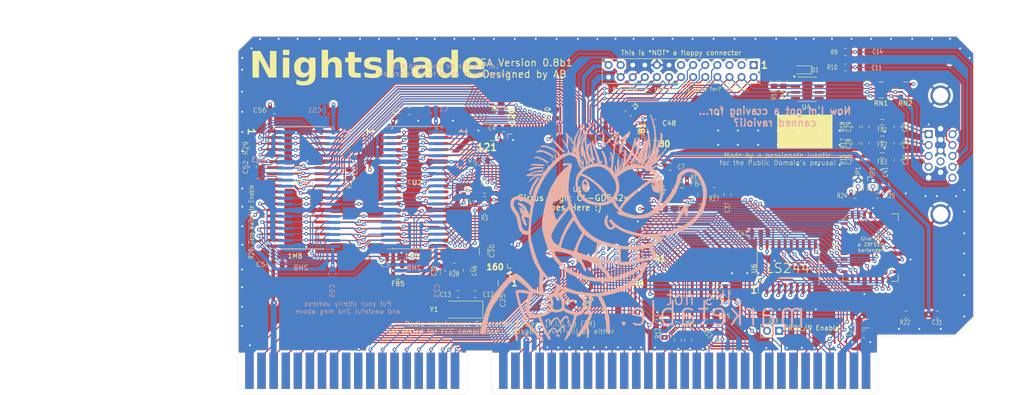
<source format=kicad_pcb>
(kicad_pcb (version 20240108) (generator "pcbnew") (generator_version "8.0")
  (layers (0 "F.Cu" signal) (1 "In1.Cu" power "GND.Cu") (2 "In2.Cu" power "Vcc.Cu") (31 "B.Cu" signal) (34 "B.Paste" user) (35 "F.Paste" user) (36 "B.SilkS" user "B.Silkscreen") (37 "F.SilkS" user "F.Silkscreen") (38 "B.Mask" user) (39 "F.Mask" user) (44 "Edge.Cuts" user))
  (net 0 "")
  (net 1 "/AVcc")
  (net 2 "GND")
  (net 3 "/VFILTER")
  (net 4 "/MFILTER")
  (net 5 "/BLUE")
  (net 6 "/GREEN")
  (net 7 "/RED")
  (net 8 "/B")
  (net 9 "/G")
  (net 10 "/R")
  (net 11 "/RC_RESET")
  (net 12 "/SD15")
  (net 13 "/SD14")
  (net 14 "/SD13")
  (net 15 "/SD12")
  (net 16 "/SD11")
  (net 17 "/SD10")
  (net 18 "/SD9")
  (net 19 "/SD8")
  (net 20 "/SA17")
  (net 21 "/SA18")
  (net 22 "/SA19")
  (net 23 "/SA20")
  (net 24 "/SA21")
  (net 25 "/SA22")
  (net 26 "/SA23")
  (net 27 "/SBHE")
  (net 28 "/IOCS16")
  (net 29 "/MCS16")
  (net 30 "/SA0")
  (net 31 "/SA1")
  (net 32 "/SA2")
  (net 33 "/SA3")
  (net 34 "/SA4")
  (net 35 "/SA5")
  (net 36 "/SA6")
  (net 37 "/SA7")
  (net 38 "/SA8")
  (net 39 "/SA9")
  (net 40 "/SA10")
  (net 41 "/SA11")
  (net 42 "/SA12")
  (net 43 "/SA13")
  (net 44 "/SA14")
  (net 45 "/SA15")
  (net 46 "/SA16")
  (net 47 "/AEN")
  (net 48 "/IOCHRDY")
  (net 49 "/SD0")
  (net 50 "/SD1")
  (net 51 "/SD2")
  (net 52 "/SD3")
  (net 53 "/SD4")
  (net 54 "/SD5")
  (net 55 "/SD6")
  (net 56 "/SD7")
  (net 58 "/ALE")
  (net 59 "/REFRESH")
  (net 60 "/~{IOR}")
  (net 61 "/~{IOW}")
  (net 62 "/~{MEMR}")
  (net 63 "/~{MEMW}")
  (net 64 "/0WS")
  (net 65 "/IRQ2")
  (net 66 "/RESET")
  (net 67 "/VSYNC")
  (net 68 "/HSYNC")
  (net 69 "/IRQ")
  (net 70 "/MD17")
  (net 71 "/MD26")
  (net 72 "/MD25")
  (net 73 "/MD19")
  (net 74 "/MD28")
  (net 75 "/MA0")
  (net 76 "/MA1")
  (net 77 "/MA2")
  (net 78 "/MA3")
  (net 79 "/MA4")
  (net 80 "/MA5")
  (net 81 "/MA6")
  (net 82 "/MA7")
  (net 83 "/MA8")
  (net 84 "/MD0")
  (net 85 "/MD1")
  (net 86 "/MD2")
  (net 87 "/MD3")
  (net 88 "/MD4")
  (net 89 "/MD5")
  (net 90 "/MD6")
  (net 91 "/MD7")
  (net 92 "/MD8")
  (net 93 "/MD9")
  (net 94 "/MD10")
  (net 95 "/MD11")
  (net 96 "/MD12")
  (net 97 "/MD13")
  (net 98 "/MD14")
  (net 99 "/MD15")
  (net 100 "/MD16")
  (net 101 "/MD18")
  (net 102 "/MD20")
  (net 103 "/MD21")
  (net 104 "/MD22")
  (net 105 "/MD23")
  (net 106 "/MD24")
  (net 107 "/MD27")
  (net 108 "/MD29")
  (net 109 "/MD30")
  (net 110 "/MD31")
  (net 111 "/IREF")
  (net 112 "/ROM_ENA")
  (net 113 "/BD2")
  (net 114 "/BD1")
  (net 115 "/BD0")
  (net 116 "/BD3")
  (net 117 "/BD7")
  (net 118 "/BD6")
  (net 119 "/BD5")
  (net 120 "/BD4")
  (net 121 "/MCLKVCC")
  (net 122 "/VCLKVCC")
  (net 123 "Net-(D1-A)")
  (net 124 "/TWR")
  (net 125 "/VCC")
  (net 127 "/CAS3")
  (net 128 "/CAS2")
  (net 129 "/CAS1")
  (net 130 "/CAS0")
  (net 131 "/WE")
  (net 132 "/RAS0")
  (net 141 "Net-(J2-~{IOR})")
  (net 142 "/+12V")
  (net 145 "Net-(J2-~{SMEMR})")
  (net 173 "Net-(U1-RAS)")
  (net 174 "Net-(U1-CAS)")
  (net 175 "Net-(U1-WE3)")
  (net 176 "Net-(U1-WE2)")
  (net 177 "/MID2")
  (net 179 "/MID0")
  (net 180 "Net-(U1-WE1)")
  (net 181 "/MID1")
  (net 182 "/MID3")
  (net 183 "Net-(U1-WE0)")
  (net 184 "Net-(C11-Pad1)")
  (net 185 "/OVRW")
  (net 186 "Net-(C14-Pad1)")
  (net 188 "/P0")
  (net 189 "/P1")
  (net 190 "/P2")
  (net 191 "/P3")
  (net 192 "/P4")
  (net 193 "/P5")
  (net 194 "/P6")
  (net 195 "/P7")
  (net 196 "/DCLK")
  (net 197 "/BLANK")
  (net 198 "/EVIDEO")
  (net 199 "/ESYNC")
  (net 200 "/EDCLK")
  (net 201 "/RAS1")
  (net 202 "/MA9")
  (net 203 "/MCLK")
  (net 213 "/A15")
  (net 214 "Net-(R14-Pad2)")
  (net 218 "/A16")
  (net 226 "/OSC")
  (net 227 "/XTAL")
  (net 228 "Net-(C37-Pad2)")
  (net 229 "Net-(C39-Pad2)")
  (footprint "Capacitor_SMD:C_0805_2012Metric" (layer "F.Cu") (at 173.225 109.4 180)
    (property "Reference" "C7")
    (property "Value" "0.1u")
  )
  (footprint "Capacitor_SMD:C_0805_2012Metric" (layer "F.Cu") (at 164.375 98.2 -135)
    (property "Reference" "C8")
    (property "Value" "0.1u")
  )
  (footprint "Capacitor_SMD:C_0805_2012Metric" (layer "F.Cu") (at 172.9 114.3 90)
    (property "Reference" "C10")
    (property "Value" "0.1u")
  )
  (footprint "Capacitor_SMD:C_1206_3216Metric" (layer "F.Cu") (at 137.975 133.9 -90)
    (property "Reference" "C25")
    (property "Value" "10u")
  )
  (footprint "Capacitor_SMD:C_0805_2012Metric" (layer "F.Cu") (at 185.25 115.25 90)
    (property "Reference" "C37")
    (property "Value" "2.2u")
  )
  (footprint "Capacitor_SMD:C_0805_2012Metric" (layer "F.Cu") (at 125.15 131.25 90)
    (property "Reference" "C39")
    (property "Value" "2.2u")
  )
  (footprint "Capacitor_SMD:C_0805_2012Metric" (layer "F.Cu") (at 179.75 115.25 -90)
    (property "Reference" "C44")
    (property "Value" "0.22u")
  )
  (footprint "Capacitor_SMD:C_0805_2012Metric" (layer "F.Cu") (at 130.5 131.2 -90)
    (property "Reference" "C46")
    (property "Value" "0.22u")
  )
  (footprint "Capacitor_SMD:C_0805_2012Metric" (layer "F.Cu") (at 229.3 140.5)
    (property "Reference" "C31")
    (property "Value" "0.22u")
  )
  (footprint "Capacitor_SMD:C_1206_3216Metric" (layer "F.Cu") (at 214.275 142.4)
    (property "Reference" "C22")
    (property "Value" "10u")
  )
  (footprint "Capacitor_SMD:C_0805_2012Metric" (layer "F.Cu") (at 213.8 144.6)
    (property "Reference" "C24")
    (property "Value" "0.22u")
  )
  (footprint "Capacitor_SMD:C_0805_2012Metric" (layer "F.Cu") (at 214.25 108 90)
    (property "Reference" "C26")
    (property "Value" "18pF")
  )
  (footprint "Capacitor_SMD:C_0805_2012Metric" (layer "F.Cu") (at 214.25 104.5 90)
    (property "Reference" "C28")
    (property "Value" "18pF")
  )
  (footprint "Capacitor_SMD:C_0805_2012Metric" (layer "F.Cu") (at 214.25 101 90)
    (property "Reference" "C29")
    (property "Value" "18pF")
  )
  (footprint "Capacitor_SMD:C_0805_2012Metric" (layer "F.Cu") (at 221 108 90)
    (property "Reference" "C33")
    (property "Value" "10pF")
  )
  (footprint "Capacitor_SMD:C_0805_2012Metric" (layer "F.Cu") (at 221 104.5 90)
    (property "Reference" "C34")
    (property "Value" "10pF")
  )
  (footprint "Capacitor_SMD:C_0805_2012Metric" (layer "F.Cu") (at 221 101 90)
    (property "Reference" "C35")
    (property "Value" "10pF")
  )
  (footprint "Capacitor_SMD:C_0805_2012Metric" (layer "F.Cu") (at 118.4 97.7 180)
    (property "Reference" "C2")
    (property "Value" "0.1u")
  )
  (footprint "Capacitor_SMD:C_0805_2012Metric" (layer "F.Cu") (at 110.1 107.45 -90)
    (property "Reference" "C5")
    (property "Value" "0.1u")
  )
  (footprint "Capacitor_SMD:C_0805_2012Metric" (layer "F.Cu") (at 185.75 134.81 180)
    (property "Reference" "C27")
    (property "Value" "0.01u")
  )
  (footprint "Diode_SMD:D_SOD-323_HandSoldering" (layer "F.Cu") (at 201 89 180)
    (property "Reference" "D1")
    (property "Value" "1N4148")
  )
  (footprint "Inductor_SMD:L_0805_2012Metric" (layer "F.Cu") (at 217.75 100 180)
    (property "Reference" "FB1")
    (property "Value" "0805")
  )
  (footprint "Inductor_SMD:L_0805_2012Metric" (layer "F.Cu") (at 217.75 103.5 180)
    (property "Reference" "FB2")
    (property "Value" "0805")
  )
  (footprint "Inductor_SMD:L_0805_2012Metric" (layer "F.Cu") (at 217.75 107 180)
    (property "Reference" "FB3")
    (property "Value" "0805")
  )
  (footprint "Connector_PCBEdge:BUS_AT" (layer "F.Cu") (at 214.35 153.31)
    (property "Reference" "J2" (hide yes))
    (property "Value" "Bus_ISA_16bit")
  )
  (footprint "Connector_PinHeader_2.54mm:PinHeader_1x02_P2.54mm_Vertical" (layer "F.Cu") (at 196.1 143.9 -90)
    (property "Reference" "JP3")
    (property "Value" "IRQ9_Enable")
  )
  (footprint "Resistor_SMD:R_0805_2012Metric" (layer "F.Cu") (at 182.5 114.5)
    (property "Reference" "R27")
    (property "Value" "75")
  )
  (footprint "Resistor_SMD:R_0805_2012Metric" (layer "F.Cu") (at 127.8375 130.4 180)
    (property "Reference" "R28")
    (property "Value" "75")
  )
  (footprint "Resistor_SMD:R_0805_2012Metric" (layer "F.Cu") (at 197 91.5 90)
    (property "Reference" "R15")
    (property "Value" "15")
  )
  (footprint "Resistor_SMD:R_0805_2012Metric" (layer "F.Cu") (at 195 91.5 -90)
    (property "Reference" "R14")
    (property "Value" "150")
  )
  (footprint "Resistor_SMD:R_0805_2012Metric" (layer "F.Cu") (at 85.55 105.4125 90)
    (property "Reference" "R29")
    (property "Value" "6.8K")
  )
  (footprint "Resistor_SMD:R_0805_2012Metric" (layer "F.Cu") (at 185.75 136.8)
    (property "Reference" "R19")
    (property "Value" "100")
  )
  (footprint "Package_SO:SOIC-20W_7.5x12.8mm_P1.27mm" (layer "F.Cu") (at 198 130.3 90)
    (property "Reference" "U6")
    (property "Value" "'LS/ALS/F244")
  )
  (footprint "SOJ_DRAM:SOJ-40_10.16x26.44mm_P1.27mm" (layer "F.Cu") (at 120.05 114.162)
    (property "Reference" "U2")
    (property "Value" "SOJ_256Kx16")
  )
  (footprint "SOJ_DRAM:SOJ-40_10.16x26.44mm_P1.27mm" (layer "F.Cu") (at 95.15 114.162)
    (property "Reference" "U3")
    (property "Value" "SOJ_256Kx16")
  )
  (footprint "Capacitor_SMD:C_0805_2012Metric" (layer "F.Cu") (at 191.3 123.325 180)
    (property "Reference" "C42")
    (property "Value" "0.1u")
  )
  (footprint "Capacitor_SMD:C_1206_3216Metric" (layer "F.Cu") (at 134 127.175 -90)
    (property "Reference" "C30")
    (property "Value" "10u")
  )
  (footprint "Resistor_SMD:R_0805_2012Metric" (layer "F.Cu") (at 212.25 108 90)
    (property "Reference" "R16")
    (property "Value" "75")
  )
  (footprint "Resistor_SMD:R_0805_2012Metric" (layer "F.Cu") (at 212.25 104.5 90)
    (property "Reference" "R17")
    (property "Value" "75")
  )
  (footprint "Resistor_SMD:R_0805_2012Metric" (layer "F.Cu") (at 212.25 101 90)
    (property "Reference" "R18")
    (property "Value" "75")
  )
  (footprint "Fiducial:Fiducial_1mm_Mask2mm" (layer "F.Cu") (at 232 87.25)
    (property "Reference" "FID1" (hide yes))
    (property "Value" "Fiducial")
  )
  (footprint "Fiducial:Fiducial_1mm_Mask2mm" (layer "F.Cu") (at 233 142.75)
    (property "Reference" "FID2" (hide yes))
    (property "Value" "Fiducial")
  )
  (footprint "Fiducial:Fiducial_1mm_Mask2mm" (layer "F.Cu") (at 87.25 87.25)
    (property "Reference" "FID3" (hide yes))
    (property "Value" "Fiducial")
  )
  (footprint "Resistor_SMD:R_0603_1608Metric" (layer "F.Cu") (at 175.9 111.5)
    (property "Reference" "R11")
    (property "Value" "6.8K")
  )
  (footprint "Capacitor_SMD:C_0805_2012Metric" (layer "F.Cu") (at 182 140.6 180)
    (property "Reference" "C15")
    (property "Value" "47p")
  )
  (footprint "Capacitor_SMD:C_0805_2012Metric" (layer "F.Cu") (at 172 140.95 -90)
    (property "Reference" "C16")
    (property "Value" "47p")
  )
  (footprint "Resistor_SMD:R_0805_2012Metric" (layer "F.Cu") (at 172 144.3875 90)
    (property "Reference" "R12")
    (property "Value" "47")
  )
  (footprint "Resistor_SMD:R_0805_2012Metric" (layer "F.Cu") (at 182.154765 143.454765 135)
    (property "Reference" "R13")
    (property "Value" "47")
  )
  (footprint "Capacitor_SMD:C_0805_2012Metric" (layer "F.Cu") (at 174.8 145.895 90)
    (property "Reference" "C17")
    (property "Value" "100p")
  )
  (footprint "Capacitor_SMD:C_0805_2012Metric" (layer "F.Cu") (at 177 145.9 90)
    (property "Reference" "C18")
    (property "Value" "100p")
  )
  (footprint "Resistor_SMD:R_0805_2012Metric" (layer "F.Cu") (at 134.2 118.6 180)
    (property "Reference" "R3")
    (property "Value" "33")
  )
  (footprint "Resistor_SMD:R_0805_2012Metric" (layer "F.Cu") (at 130.725 115.475 180)
    (property "Reference" "R4")
    (property "Value" "33")
  )
  (footprint "Resistor_SMD:R_0805_2012Metric" (layer "F.Cu") (at 105.8 110.9 -90)
    (property "Reference" "R5")
    (property "Value" "20")
  )
  (footprint "Resistor_SMD:R_0805_2012Metric" (layer "F.Cu") (at 137.7 97.0875 90)
    (property "Reference" "R6")
    (property "Value" "20")
  )
  (footprint "Resistor_SMD:R_0805_2012Metric" (layer "F.Cu") (at 133.9125 108.125 180)
    (property "Reference" "R7")
    (property "Value" "20")
  )
  (footprint "Resistor_SMD:R_0805_2012Metric" (layer "F.Cu") (at 134.2 114.2 180)
    (property "Reference" "R8")
    (property "Value" "20")
  )
  (footprint "Resistor_SMD:R_0805_2012Metric" (layer "F.Cu") (at 210 85.25)
    (property "Reference" "R9")
    (property "Value" "33")
  )
  (footprint "Resistor_SMD:R_0805_2012Metric" (layer "F.Cu") (at 210 88.5)
    (property "Reference" "R10")
    (property "Value" "33")
  )
  (footprint "Package_SO:SOIC-8_3.9x4.9mm_P1.27mm" (layer "F.Cu") (at 202 93.100154)
    (property "Reference" "U4")
    (property "Value" "LM334SM")
  )
  (footprint "Resistor_SMD:R_0603_1608Metric" (layer "F.Cu") (at 212 115.5)
    (property "Reference" "R24")
    (property "Value" "100K")
  )
  (footprint "Inductor_SMD:L_0805_2012Metric" (layer "F.Cu") (at 116 132.5)
    (property "Reference" "FB5")
    (property "Value" "0805-HiZ, No Resonance")
  )
  (footprint "Capacitor_SMD:C_0805_2012Metric" (layer "F.Cu") (at 128.7 136.2 180)
    (property "Reference" "C13")
    (property "Value" "C_Small")
  )
  (footprint "Capacitor_SMD:C_0805_2012Metric" (layer "F.Cu") (at 90.081425 97.5 180)
    (property "Reference" "C56")
    (property "Value" "0.1u")
  )
  (footprint "Connector_PinHeader_2.54mm:PinHeader_2x13_P2.54mm_Vertical" (layer "F.Cu") (at 190.73477 88 -90)
    (property "Reference" "J1" (hide yes))
    (property "Value" "Conn_02x13_Odd_Even")
  )
  (footprint "Capacitor_SMD:C_0805_2012Metric" (layer "F.Cu") (at 218.4 113.05 -90)
    (property "Reference" "C41")
    (property "Value" "0.22u")
  )
  (footprint "Crystal:Crystal_SMD_5032-2Pin_5.0x3.2mm_HandSoldering" (layer "F.Cu") (at 129.3 139.45 180)
    (property "Reference" "Y1")
    (property "Value" "14.31818MHz")
  )
  (footprint "Capacitor_SMD:C_0805_2012Metric" (layer "F.Cu") (at 132.2 136.2)
    (property "Reference" "C12")
    (property "Value" "C_Small")
  )
  (footprint "Resistor_SMD:R_Array_Convex_4x0603" (layer "F.Cu") (at 217.5 93.25 180)
    (property "Reference" "RN1")
    (property "Value" "6.8K")
  )
  (footprint "Capacitor_SMD:C_0805_2012Metric" (layer "F.Cu") (at 173.2 118.25)
    (property "Reference" "C32")
    (property "Value" "0.22u")
  )
  (footprint "Capacitor_SMD:C_0805_2012Metric" (layer "F.Cu") (at 115.95 130 180)
    (property "Reference" "C3")
    (property "Value" "0.1u")
  )
  (footprint "Resistor_SMD:R_0805_2012Metric" (layer "F.Cu") (at 222.75 140.5 180)
    (property "Reference" "R22")
    (property "Value" "1")
  )
  (footprint "Resistor_SMD:R_Array_Convex_4x0603" (layer "F.Cu") (at 222.6 93.25 180)
    (property "Reference" "RN2")
    (property "Value" "6.8K")
  )
  (footprint "Capacitor_SMD:C_0805_2012Metric" (layer "F.Cu") (at 90.75 129.9 180)
    (property "Reference" "C54")
    (property "Value" "0.1u")
  )
  (footprint "Connector_PinHeader_1.27mm:PinHeader_1x02_P1.27mm_Vertical" (layer "F.Cu") (at 215.8 112.3)
    (property "Reference" "JP2")
    (property "Value" "A16")
  )
  (footprint "Inductor_SMD:L_0805_2012Metric" (layer "F.Cu") (at 175.6875 113.25 180)
    (property "Reference" "FB4")
    (property "Value" "0805-HiZ, No Resonance")
  )
  (footprint "Capacitor_SMD:C_0805_2012Metric" (layer "F.Cu") (at 138.2 101.3)
    (property "Reference" "C4")
    (property "Value" "0.22u")
  )
  (footprint "Resistor_SMD:R_0603_1608Metric" (layer "F.Cu") (at 216.7 115.5 180)
    (property "Reference" "R25")
    (property "Value" "100K")
  )
  (footprint "Capacitor_SMD:C_0805_2012Metric" (layer "F.Cu") (at 170 100.25)
    (property "Reference" "C48")
    (property "Value" "0.22u")
  )
  (footprint "Package_QFP:PQFP-160_28x28mm_P0.65mm" (layer "F.Cu") (at 153.125 116.625 90)
    (property "Reference" "U1")
    (property "Value" "GD542x_ISA")
  )
  (footprint "Connector_PinHeader_1.27mm:PinHeader_1x02_P1.27mm_Vertical" (layer "F.Cu") (at 212.7 112.3)
    (property "Reference" "JP1")
    (property "Value" "A15")
  )
  (footprint "Package_LCC:PLCC-32_11.4x14.0mm_P1.27mm" (layer "F.Cu") (at 215.3 126.4)
    (property "Reference" "U5")
    (property "Value" "27C010")
  )
  (footprint "Capacitor_SMD:C_0805_2012Metric" (layer "F.Cu") (at 85.5 109.45 90)
    (property "Reference" "C52")
    (property "Value" "0.1u")
  )
  (footprint "Capacitor_SMD:C_0805_2012Metric" (layer "F.Cu") (at 154.75 136.69 -135)
    (property "Reference" "C49")
    (property "Value" "0.22u")
  )
  (footprint "Capacitor_SMD:C_0805_2012Metric" (layer "F.Cu") (at 134.2 116.4 180)
    (property "Reference" "C47")
    (property "Value" "0.22u")
  )
  (footprint "Capacitor_SMD:C_0805_2012Metric" (layer "F.Cu") (at 214 88.5)
    (property "Reference" "C11")
    (property "Value" "220p")
  )
  (footprint "Capacitor_SMD:C_0805_2012Metric" (layer "F.Cu") (at 214 85.25)
    (property "Reference" "C14")
    (property "Value" "220p")
  )
  (footprint "Capacitor_SMD:C_0805_2012Metric" (layer "F.Cu") (at 149.1 98.25 90)
    (property "Reference" "C50")
    (property "Value" "0.22u")
  )
  (footprint "PDVGA:DSUB-15-HD" (layer "F.Cu") (at 230 107.27 90)
    (property "Reference" "J3" (hide yes))
    (property "Value" "DB15_Female_HighDensity_MountingHoles")
  )
  (footprint "Capacitor_SMD:C_1206_3216Metric" (layer "B.Cu") (at 124 131.475 -90)
    (property "Reference" "C23")
    (property "Value" "10u")
  )
  (footprint "Capacitor_SMD:C_0805_2012Metric" (layer "B.Cu") (at 123 97.25)
    (property "Reference" "C1")
    (property "Value" "0.1u")
  )
  (footprint "Capacitor_SMD:C_0805_2012Metric" (layer "B.Cu") (at 130.25 108.625 180)
    (property "Reference" "C6")
    (property "Value" "0.1u")
  )
  (footprint "SOJ_DRAM:ugly" (layer "B.Cu") (at 161.774931 121.975828 180)
    (property "Reference" "G1" (hide yes))
    (property "Value" "LOGO" (hide yes))
  )
  (footprint "Capacitor_SMD:C_0805_2012Metric" (layer "B.Cu") (at 102.25 131.95 90)
    (property "Reference" "C55")
    (property "Value" "0.1u")
  )
  (footprint "Capacitor_SMD:C_0805_2012Metric" (layer "B.Cu") (at 101.5 97.5)
    (property "Reference" "C51")
    (property "Value" "0.1u")
  )
  (footprint "SOJ_DRAM:SOJ-40_10.16x26.44mm_P1.27mm" (layer "B.Cu") (at 97.25 114.25 180)
    (property "Reference" "U8")
    (property "Value" "SOJ_256Kx16")
  )
  (footprint "SOJ_DRAM:SOJ-40_10.16x26.44mm_P1.27mm" (layer "B.Cu") (at 118.95 114.192 180)
    (property "Reference" "U7")
    (property "Value" "SOJ_256Kx16")
  )
  (footprint "Capacitor_SMD:C_0805_2012Metric" (layer "B.Cu") (at 106.8 106.5 -90)
    (property "Reference" "C53")
    (property "Value" "0.1u")
  )
  (footprint "Resistor_SMD:R_Array_Convex_4x0603" (layer "B.Cu") (at 86.75 110.2)
    (property "Reference" "RN3")
    (property "Value" "6.8K")
  )
  (gr_line (start 169.5 103.9) (end 170.725 103.9) (stroke (width 0.12)) (layer "F.SilkS"))
  (gr_rect (start 195.75 98.5) (end 207.25 105.5) (stroke (width 0.12)) (fill solid) (layer "F.SilkS"))
  (gr_line (start 135.475 103.9) (end 136.7 103.9) (stroke (width 0.12)) (layer "F.SilkS"))
  (gr_line (start 136.7 103.9) (end 136.725 103.9) (stroke (width 0.12)) (layer "F.SilkS"))
  (gr_poly (pts (xy 85.423595 81.8) (xy 233.45 81.8) (xy 237.1 85.45) (xy 237.1 141) (xy 233.15 144.95) (xy 216.875 144.95) (xy 216.875 156.4) (xy 215.925 157.35) (xy 136.55 157.35) (xy 135.6 156.4) (xy 135.6 148.25) (xy 130.525 148.25) (xy 130.525 156.4) (xy 129.575 157.35) (xy 83.24998 157.35) (xy 82.3 156.40002) (xy 82.3 131.999625) (xy 82.240134 84.944793)) (stroke (width 0.05)) (fill none) (layer "Edge.Cuts"))
  (gr_text "Now I'm got a craving for...\ncanned ravioli?" (at 195.2 98.9 0) (layer "B.SilkS") (effects (font (size 1.55 1.5) (thickness 0.3)) (justify mirror)))
  (gr_text "1" (at 105.25 102 -270) (layer "B.SilkS") (effects (font (size 1.5 1.5) (thickness 0.3)) (justify mirror)))
  (gr_text "1" (at 129.75 102 -270) (layer "B.SilkS") (effects (font (size 1.5 1.5) (thickness 0.3)) (justify mirror)))
  (gr_text "2MB						2MB" (at 107.5 131.25 0) (layer "B.SilkS") (effects (font (size 1 1)) (justify bottom mirror)))
  (gr_text "It's not" (at 179.274931 136.995828 0) (layer "B.SilkS") (effects (font (size 3 2.5) (thickness 0.3)) (justify mirror)))
  (gr_text "Put your utterly useless\nand wasteful 2nd meg above" (at 105.5 139 0) (layer "B.SilkS") (effects (font (size 1 1) (thickness 0.1)) (justify mirror)))
  (gr_text "Let a smile be your umbrella\n'Cause you're about to be rained on" (at 126 89 0) (layer "B.SilkS") (effects (font (size 1 1) (thickness 0.1)) (justify mirror)))
  (gr_text "marketable." (at 182.074931 140.295828 0) (layer "B.SilkS") (effects (font (size 5 4.5) (thickness 0.4)) (justify mirror)))
  (gr_text "R29: Zero Waitstate Enable" (at 85.2 121 90) (layer "F.SilkS") (effects (font (size 1 0.75) (thickness 0.1))))
  (gr_text "1" (at 85.25 102 270) (layer "F.SilkS") (effects (font (size 1.5 1.5) (thickness 0.3))))
  (gr_text "ISA Version 0.8b1\nDesigned by AB" (at 142.6 88.72 0) (layer "F.SilkS") (effects (font (size 1.5 1.5) (thickness 0.2))))
  (gr_text "121" (at 134.7 105.3 0) (layer "F.SilkS") (effects (font (size 1.5 1.5) (thickness 0.3))))
  (gr_text "Radio Interference Generation System (R.I.G.S.) (TM)\nNot tested for FCC compliance... probably never will be either" (at 137.5 143.25 0) (layer "F.SilkS") (effects (font (size 1 1) (thickness 0.1))))
  (gr_text "Give me\na 29F010,\nbartender!" (at 215.5 125.75 0) (layer "F.SilkS") (effects (font (size 0.75 0.75) (thickness 0.1))))
  (gr_text "80" (at 172 104.6 0) (layer "F.SilkS") (effects (font (size 1.25 1.25) (thickness 0.3))))
  (gr_text "81" (at 167.25 101.25 90) (layer "F.SilkS") (effects (font (size 1.25 1.25) (thickness 0.3))))
  (gr_text "1" (at 193 88 0) (layer "F.SilkS") (effects (font (size 1.5 1.5) (thickness 0.3))))
  (gr_text "Nightshade" (at 109.61 88.36 0) (layer "F.SilkS") (effects (font (size 5.5 5.5) (thickness 0.3))))
  (gr_text "But what _is_ this actually good for? Hmmm..." (at 161 93.5 0) (layer "F.SilkS") (effects (font (size 0.8 0.8) (thickness 0.1)) (justify left bottom)))
  (gr_text "1" (at 190.8 135.3 0) (layer "F.SilkS") (effects (font (size 1.5 1.5) (thickness 0.3))))
  (gr_text "40" (at 166.5 134 0) (layer "F.SilkS") (effects (font (size 1.25 1.25) (thickness 0.3))))
  (gr_text "IRQ2/9 Enable" (at 197.43 143.9 0) (layer "F.SilkS") (effects (font (size 1 1)) (justify left bottom)))
  (gr_text "LS244" (at 193.2 131.9 0) (layer "F.SilkS") (effects (font (size 2 2) (thickness 0.2)) (justify left bottom)))
  (gr_text "Cirrus Logic CL-GD542x\nGoes Here :)" (at 152.79 116.96 0) (layer "F.SilkS") (effects (font (size 1.25 1.25) (thickness 0.2))))
  (gr_text "1MB						 1MB" (at 92.75 128.75 0) (layer "F.SilkS") (effects (font (size 1 1)) (justify left bottom)))
  (gr_text "120" (at 139.9 98.8 90) (layer "F.SilkS") (effects (font (size 1.25 1.25) (thickness 0.3))))
  (gr_text "1" (at 110.25 102 270) (layer "F.SilkS") (effects (font (size 1.5 1.5) (thickness 0.3))))
  (gr_text "1" (at 140.5 133.9 0) (layer "F.SilkS") (effects (font (size 1.25 1.25) (thickness 0.3))))
  (gr_text "This is *NOT* a floppy connector" (at 162.75 86 0) (layer "F.SilkS") (effects (font (size 1 1)) (justify left bottom)))
  (gr_text "160" (at 136.425 130.475 0) (layer "F.SilkS") (effects (font (size 1.25 1.25) (thickness 0.3))))
  (gr_text "41" (at 171.1 128.7 0) (layer "F.SilkS") (effects (font (size 1.25 1.25) (thickness 0.3))))
  (gr_text "Made by a passionate lunatic\nfor the Public Domain's perusal" (at 195.8 107.75 0) (layer "F.SilkS") (effects (font (size 1 1) (thickness 0.1))))
  (segment (start 169.3 109.15) (end 169.45 109) (width 0.5) (layer "F.Cu") (net 1))
  (segment (start 168.25 109.15) (end 167.25 109.15) (width 0.39) (layer "F.Cu") (net 1))
  (segment (start 228.35 140.5) (end 223.6625 140.5) (width 1.27) (layer "F.Cu") (net 1))
  (segment (start 167.25 109.15) (end 163.18 105.08) (width 0.39) (layer "F.Cu") (net 1))
  (segment (start 163.18 105.08) (end 163.18 99.395) (width 0.39) (layer "F.Cu") (net 1))
  (segment (start 163.18 99.395) (end 163.703249 98.871751) (width 0.39) (layer "F.Cu") (net 1))
  (segment (start 168.25 109.15) (end 169.3 109.15) (width 0.39) (layer "F.Cu") (net 1))
  (segment (start 169.45 109) (end 172.025 109) (width 0.5) (layer "F.Cu") (net 1))
  (via (at 227.5 140.5) (size 0.8) (drill 0.4) (layers "F.Cu" "B.Cu") (net 1))
  (via (at 171.3 109) (size 0.8) (drill 0.4) (layers "F.Cu" "B.Cu") (net 1))
  (segment (start 171.3 109) (end 173.7 106.6) (width 0.75) (layer "B.Cu") (net 1))
  (segment (start 173.7 106.6) (end 212.2 106.6) (width 0.75) (layer "B.Cu") (net 1))
  (segment (start 227.525 121.925) (end 227.525 140.475) (width 0.75) (layer "B.Cu") (net 1))
  (segment (start 227.525 140.475) (end 227.5 140.5) (width 0.75) (layer "B.Cu") (net 1))
  (segment (start 212.2 106.6) (end 227.525 121.925) (width 0.75) (layer "B.Cu") (net 1))
  (segment (start 189.273974 147.12999) (end 182.036092 147.12999) (width 0.39) (layer "F.Cu") (net 2))
  (segment (start 159.5 103.7) (end 159.5 101.71) (width 0.39) (layer "F.Cu") (net 2))
  (segment (start 138.03999 108.49499) (end 139.74499 108.49499) (width 0.39) (layer "F.Cu") (net 2))
  (segment (start 101.58 108.32) (end 102.154389 107.745611) (width 0.39) (layer "F.Cu") (net 2))
  (segment (start 181.5 121.5) (end 182.75 122.75) (width 0.39) (layer "F.Cu") (net 2))
  (segment (start 147.6 133.321102) (end 147.171102 133.75) (width 0.39) (layer "F.Cu") (net 2))
  (segment (start 170.865008 114.340008) (end 166.759992 114.340008) (width 0.39) (layer "F.Cu") (net 2))
  (segment (start 168.23 116.29) (end 167.234254 116.29) (width 0.39) (layer "F.Cu") (net 2))
  (segment (start 147.58 131.74) (end 147.58 130.68) (width 0.39) (layer "F.Cu") (net 2))
  (segment (start 177.8 142.893898) (end 177.8 133.2) (width 0.39) (layer "F.Cu") (net 2))
  (segment (start 144.33 130.842192) (end 144.852192 130.32) (width 0.39) (layer "F.Cu") (net 2))
  (segment (start 159.5 101.71) (end 159.28 101.49) (width 0.39) (layer "F.Cu") (net 2))
  (segment (start 167.185 110.44) (end 166.675 110.95) (width 0.4) (layer "F.Cu") (net 2))
  (segment (start 147.6 131.75) (end 147.6 133.321102) (width 0.39) (layer "F.Cu") (net 2))
  (segment (start 144.33 131.74) (end 144.33 130.842192) (width 0.39) (layer "F.Cu") (net 2))
  (segment (start 132.4 116.675) (end 132.975 116.675) (width 0.75) (layer "F.Cu") (net 2))
  (segment (start 102.154389 107.745611) (end 102.154389 106.873331) (width 0.39) (layer "F.Cu") (net 2))
  (segment (start 166.759992 115.815738) (end 166.759992 114.340008) (width 0.39) (layer "F.Cu") (net 2))
  (segment (start 147.95 97.3) (end 148.775 97.3) (width 0.75) (layer "F.Cu") (net 2))
  (segment (start 167.234254 116.29) (end 166.759992 115.815738) (width 0.39) (layer "F.Cu") (net 2))
  (segment (start 132.975 116.675) (end 133.25 116.4) (width 0.75) (layer "F.Cu") (net 2))
  (segment (start 100.38 108.32) (end 101.58 108.32) (width 0.39) (layer "F.Cu") (net 2))
  (segment (start 168.23 110.44) (end 167.185 110.44) (width 0.4) (layer "F.Cu") (net 2))
  (segment (start 152.8 95.74966) (end 152.8 101.5) (width 0.39) (layer "F.Cu") (net 2))
  (segment (start 168.25 121.5) (end 181.5 121.5) (width 0.39) (layer "F.Cu") (net 2))
  (segment (start 174.175 109.825) (end 174.175 109.4) (width 0.4) (layer "F.Cu") (net 2))
  (segment (start 138.927808 126.7) (end 137.96 126.7) (width 0.39) (layer "F.Cu") (net 2))
  (segment (start 144.852192 130.32) (end 147.22 130.32) (width 0.39) (layer "F.Cu") (net 2))
  (segment (start 102.154389 106.873331) (end 115.94772 93.08) (width 0.39) (layer "F.Cu") (net 2))
  (segment (start 115.94772 93.08) (end 150.13034 93.08) (width 0.39) (layer "F.Cu") (net 2))
  (segment (start 177.8 133.2) (end 170.8 126.2) (width 0.39) (layer "F.Cu") (net 2))
  (segment (start 171.775 115.25) (end 170.865008 114.340008) (width 0.39) (layer "F.Cu") (net 2))
  (segment (start 147.58 130.68) (end 147.22 130.32) (width 0.39) (layer "F.Cu") (net 2))
  (segment (start 137.98 114.34) (end 139.41 114.34) (width 0.39) (layer "F.Cu") (net 2))
  (segment (start 182.036092 147.12999) (end 177.8 142.893898) (width 0.39) (layer "F.Cu") (net 2))
  (segment (start 189.771992 147.628008) (end 189.273974 147.12999) (width 0.39) (layer "F.Cu") (net 2))
  (segment (start 150.13034 93.08) (end 152.8 95.74966) (width 0.39) (layer "F.Cu") (net 2))
  (segment (start 139.888904 125.738904) (end 138.927808 126.7) (width 0.39) (layer "F.Cu") (net 2))
  (segment (start 168.885 103.94) (end 168.23 103.94) (width 0.39) (layer "F.Cu") (net 2))
  (segment (start 172.9 115.25) (end 171.775 115.25) (width 0.39) (layer "F.Cu") (net 2))
  (via (at 140.2 103.75) (size 0.8) (drill 0.4) (layers "F.Cu" "B.Cu") (net 2))
  (via (at 187.4 101.8) (size 0.8) (drill 0.4) (layers "F.Cu" "B.Cu") (net 2))
  (via (at 83.3 106.08) (size 0.8) (drill 0.4) (layers "F.Cu" "B.Cu") (net 2))
  (via (at 83.25 93.59) (size 0.8) (drill 0.4) (layers "F.Cu" "B.Cu") (net 2))
  (via (at 83.3 97.84) (size 0.8) (drill 0.4) (layers "F.Cu" "B.Cu") (net 2))
  (via (at 83.3 102.09) (size 0.8) (drill 0.4) (layers "F.Cu" "B.Cu") (net 2))
  (via (at 166.4 120.9) (size 0.8) (drill 0.4) (layers "F.Cu" "B.Cu") (net 2))
  (via (at 215.4 82.5) (size 0.8) (drill 0.4) (layers "F.Cu" "B.Cu") (net 2))
  (via (at 116.14 82.5) (size 0.8) (drill 0.4) (layers "F.Cu" "B.Cu") (net 2))
  (via (at 235 123.4) (size 0.8) (drill 0.4) (layers "F.Cu" "B.Cu") (net 2))
  (via (at 131.95 82.5) (size 0.8) (drill 0.4) (layers "F.Cu" "B.Cu") (net 2))
  (via (at 218.25 105.5) (size 0.8) (drill 0.4) (layers "F.Cu" "B.Cu") (net 2))
  (via (at 195.48 82.5) (size 0.8) (drill 0.4) (layers "F.Cu" "B.Cu") (net 2))
  (via (at 189.771992 147.628008) (size 0.8) (drill 0.4) (layers "F.Cu" "B.Cu") (net 2))
  (via (at 200 109) (size 0.8) (drill 0.4) (layers "F.Cu" "B.Cu") (net 2))
  (via (at 232 82.5) (size 0.8) (drill 0.4) (layers "F.Cu" "B.Cu") (net 2))
  (via (at 140.55 82.5) (size 0.8) (drill 0.4) (layers "F.Cu" "B.Cu") (net 2))
  (via (at 236.1 86.5) (size 0.8) (drill 0.4) (layers "F.Cu" "B.Cu") (net 2))
  (via (at 222.7 115) (size 0.8) (drill 0.4) (layers "F.Cu" "B.Cu") (net 2))
  (via (at 183.3 98.4) (size 0.8) (drill 0.4) (layers "F.Cu" "B.Cu") (net 2))
  (via (at 227.5 100.5) (size 0.8) (drill 0.4) (layers "F.Cu" "B.Cu") (net 2))
  (via (at 111.75 105.25) (size 0.8) (drill 0.4) (layers "F.Cu" "B.Cu") (net 2))
  (via (at 83.25 138.85) (size 0.8) (drill 0.4) (layers "F.Cu" "B.Cu") (net 2))
  (via (at 196.15 139.4) (size 0.8) (drill 0.4) (layers "F.Cu" "B.Cu") (net 2))
  (via (at 153.4 137.9) (size 0.8) (drill 0.4) (layers "F.Cu" "B.Cu") (net 2))
  (via (at 107.77 147.78) (size 0.8) (drill 0.4) (layers "F.Cu" "B.Cu") (net 2))
  (via (at 187.4 98.4) (size 0.8) (drill 0.4) (layers "F.Cu" "B.Cu") (net 2))
  (via (at 203.8 139.4) (size 0.8) (drill 0.4) (layers "F.Cu" "B.Cu") (net 2))
  (via (at 203.475 147.5) (size 0.8) (drill 0.4) (layers "F.Cu" "B.Cu") (net 2))
  (via (at 173.72 82.5) (size 0.8) (drill 0.4) (layers "F.Cu" "B.Cu") (net 2))
  (via (at 235 136.4) (size 0.8) (drill 0.4) (layers "F.Cu" "B.Cu") (net 2))
  (via (at 83.3 88.99) (size 0.8) (drill 0.4) (layers "F.Cu" "B.Cu") (net 2))
  (via (at 235 140.9) (size 0.8) (drill 0.4) (layers "F.Cu" "B.Cu") (net 2))
  (via (at 120.25 99.7) (size 0.8) (drill 0.4) (layers "F.Cu" "B.Cu") (net 2))
  (via (at 233.3 115.6) (size 0.8) (drill 0.4) (layers "F.Cu" "B.Cu") (net 2))
  (via (at 235 114.3) (size 0.8) (drill 0.4) (layers "F.Cu" "B.Cu") (net 2))
  (via (at 167.1 147.4) (size 0.8) (drill 0.4) (layers "F.Cu" "B.Cu") (net 2))
  (via (at 83.3 117.79) (size 0.8) (drill 0.4) (layers "F.Cu" "B.Cu") (net 2))
  (via (at 204.4 101.8) (size 0.8) (drill 0.4) (layers "F.Cu" "B.Cu") (net 2))
  (via (at 127.55 99.7) (size 0.8) (drill 0.4) (layers "F.Cu" "B.Cu") (net 2))
  (via (at 169.62 82.5) (size 0.8) (drill 0.4) (layers "F.Cu" "B.Cu") (net 2))
  (via (at 154.675 147.4) (size 0.8) (drill 0.4) (layers "F.Cu" "B.Cu") (net 2))
  (via (at 161.71 82.5) (size 0.8) (drill 0.4) (layers "F.Cu" "B.Cu") (net 2))
  (via (at 97 108.25) (size 0.8) (drill 0.4) (layers "F.Cu" "B.Cu") (net 2))
  (via (at 83.3 121.9) (size 0.8) (drill 0.4) (layers "F.Cu" "B.Cu") (net 2))
  (via (at 195.8 98.4) (size 0.8) (drill 0.4) (layers "F.Cu" "B.Cu") (net 2))
  (via (at 96.75 126.25) (size 0.8) (drill 0.4) (layers "F.Cu" "B.Cu") (net 2))
  (via (at 123.74 82.5) (size 0.8) (drill 0.4) (layers "F.Cu" "B.Cu") (net 2))
  (via (at 186.2 131.8) (size 0.8) (drill 0.4) (layers "F.Cu" "B.Cu") (net 2))
  (via (at 191.7 101.8) (size 0.8) (drill 0.4) (layers "F.Cu" "B.Cu") (net 2))
  (via (at 119.94 82.5) (size 0.8) (drill 0.4) (layers "F.Cu" "B.Cu") (net 2))
  (via (at 226.85 115.6) (size 0.8) (drill 0.4) (layers "F.Cu" "B.Cu") (net 2))
  (via (at 223.7 128.925) (size 0.8) (drill 0.4) (layers "F.Cu" "B.Cu") (net 2))
  (via (at 235 132.15) (size 0.8) (drill 0.4) (layers "F.Cu" "B.Cu") (net 2))
  (via (at 139.888904 125.738904) (size 0.8) (drill 0.4) (layers "F.Cu" "B.Cu") (net 2))
  (via (at 191.7 104.8) (size 0.8) (drill 0.4) (layers "F.Cu" "B.Cu") (net 2))
  (via (at 191.7 98.4) (size 0.8) (drill 0.4) (layers "F.Cu" "B.Cu") (net 2))
  (via (at 219.6 82.5) (size 0.8) (drill 0.4) (layers "F.Cu" "B.Cu") (net 2))
  (via (at 200 104.8) (size 0.8) (drill 0.4) (layers "F.Cu" "B.Cu") (net 2))
  (via (at 162.225 147.375) (size 0.8) (drill 0.4) (layers "F.Cu" "B.Cu") (net 2))
  (via (at 195.14 129.15) (size 0.8) (drill 0.4) (layers "F.Cu" "B.Cu") (net 2))
  (via (at 164.288286 102.96629) (size 0.8) (drill 0.4) (layers "F.Cu" "B.Cu") (net 2))
  (via (at 94.6 102.2) (size 0.8) (drill 0.4) (layers "F.Cu" "B.Cu") (net 2))
  (via (at 99.54 82.55) (size 0.8) (drill 0.4) (layers "F.Cu" "B.Cu") (net 2))
  (via (at 195.8 101.8) (size 0.8) (drill 0.4) (layers "F.Cu" "B.Cu") (net 2))
  (via (at 136.15 82.5) (size 0.8) (drill 0.4) (layers "F.Cu" "B.Cu") (net 2))
  (via (at 193.4 147.5) (size 0.8) (drill 0.4) (layers "F.Cu" "B.Cu") (net 2))
  (via (at 197.725 147.5) (size 0.8) (drill 0.4) (layers "F.Cu" "B.Cu") (net 2))
  (via (at 165.85181 97.191946) (size 0.8) (drill 0.4) (layers "F.Cu" "B.Cu") (net 2))
  (via (at 191.12 82.5) (size 0.8) (drill 0.4) (layers "F.Cu" "B.Cu") (net 2))
  (via (at 217.6 110) (size 0.8) (drill 0.4) (layers "F.Cu" "B.Cu") (net 2))
  (via (at 182.32 82.5) (size 0.8) (drill 0.4) (layers "F.Cu" "B.Cu") (net 2))
  (via (at 132.9 101.8) (size 0.8) (drill 0.4) (layers "F.Cu" "B.Cu") (net 2))
  (via (at 200.85 147.49) (size 0.8) (drill 0.4) (layers "F.Cu" "B.Cu") (net 2))
  (via (at 188.9 143.9) (size 0.8) (drill 0.4) (layers "F.Cu" "B.Cu") (net 2))
  (via (at 191.7 143.9) (size 0.8) (drill 0.4) (layers "F.Cu" "B.Cu") (net 2))
  (via (at 200 101.8) (size 0.8) (drill 0.4) (layers "F.Cu" "B.Cu") (net 2))
  (via (at 144.95 82.5) (size 0.8) (drill 0.4) (layers "F.Cu" "B.Cu") (net 2))
  (via (at 230.05 143.5) (size 0.8) (drill 0.4) (layers "F.Cu" "B.Cu") (net 2))
  (via (at 83.3 113.99) (size 0.8) (drill 0.4) (layers "F.Cu" "B.Cu") (net 2))
  (via (at 186.72 82.5) (size 0.8) (drill 0.4) (layers "F.Cu" "B.Cu") (net 2))
  (via (at 228.25 82.5) (size 0.8) (drill 0.4) (layers "F.Cu" "B.Cu") (net 2))
  (via (at 83.25 142.88) (size 0.8) (drill 0.4) (layers "F.Cu" "B.Cu") (net 2))
  (via (at 183.3 101.8) (size 0.8) (drill 0.4) (layers "F.Cu" "B.Cu") (net 2))
  (via (at 199.59 82.5) (size 0.8) (drill 0.4) (layers "F.Cu" "B.Cu") (net 2))
  (via (at 207.19 82.5) (size 0.8) (drill 0.4) (layers "F.Cu" "B.Cu") (net 2))
  (via (at 85.25 84.5) (size 0.8) (drill 0.4) (layers "F.Cu" "B.Cu") (net 2))
  (via (at 204.4 98.4) (size 0.8) (drill 0.4) (layers "F.Cu" "B.Cu") (net 2))
  (via (at 180.05 147.675) (size 0.8) (drill 0.4) (layers "F.Cu" "B.Cu") (net 2))
  (via (at 83.25 134.74) (size 0.8) (drill 0.4) (layers "F.Cu" "B.Cu") (net 2))
  (via (at 211.2 143.2) (size 0.8) (drill 0.4) (layers "F.Cu" "B.Cu") (net 2))
  (via (at 191.75 131.8) (size 0.8) (drill 0.4) (layers "F.Cu" "B.Cu") (net 2))
  (via (at 94.94 82.5) (size 0.8) (drill 0.4) (layers "F.Cu" "B.Cu") (net 2))
  (via (at 153.8 82.5) (size 0.8) (drill 0.4) (layers "F.Cu" "B.Cu") (net 2))
  (via (at 159.75 147.375) (size 0.8) (drill 0.4) (layers "F.Cu" "B.Cu") (net 2))
  (via (at 83.3 86.5) (size 0.8) (drill 0.4) (layers "F.Cu" "B.Cu") (net 2))
  (via (at 208.8 98.4) (size 0.8) (drill 0.4) (layers "F.Cu" "B.Cu") (net 2))
  (via (at 189.4 131.8) (size 0.8) (drill 0.4) (layers "F.Cu" "B.Cu") (net 2))
  (via (at 208.8 101.8) (size 0.8) (drill 0.4) (layers "F.Cu" "B.Cu") (net 2))
  (via (at 218.25 102) (size 0.8) (drill 0.4) (layers "F.Cu" "B.Cu") (net 2))
  (via (at 229.25 115.6) (size 0.8) (drill 0.4) (layers "F.Cu" "B.Cu") (net 2))
  (via (at 215.25 146.3) (size 0.8) (drill 0.4) (layers "F.Cu" "B.Cu") (net 2))
  (via (at 193.75 139.4) (size 0.8) (drill 0.4) (layers "F.Cu" "B.Cu") (net 2))
  (via (at 170.5 140) (size 0.8) (drill 0.4) (layers "F.Cu" "B.Cu") (net 2))
  (via (at 204.4 109) (size 0.8) (drill 0.4) (layers "F.Cu" "B.Cu") (net 2))
  (via (at 177.375 147.675) (size 0.8) (drill 0.4) (layers "F.Cu" "B.Cu") (net 2))
  (via (at 87.05 82.55) (size 0.8) (drill 0.4) (layers "F.Cu" "B.Cu") (net 2))
  (via (at 171.7 91.8) (size 0.8) (drill 0.4) (layers "F.Cu" "B.Cu") (net 2))
  (via (at 215.8 118.1) (size 0.8) (drill 0.4) (layers "F.Cu" "B.Cu") (net 2))
  (via (at 187.4 104.8) (size 0.8) (drill 0.4) (layers "F.Cu" "B.Cu") (net 2))
  (via (at 234.1 84.5) (size 0.8) (drill 0.4) (layers "F.Cu" "B.Cu") (net 2))
  (via (at 147.4 147.4) (size 0.8) (drill 0.4) (layers "F.Cu" "B.Cu") (net 2))
  (via (at 156 113.9) (size 0.8) (drill 0.4) (layers "F.Cu" "B.Cu") (net 2))
  (via (at 156.04 127.89) (size 0.8) (drill 0.4) (layers "F.Cu" "B.Cu") (net 2))
  (via (at 225.55 143.5) (size 0.8) (drill 0.4) (layers "F.Cu" "B.Cu") (net 2))
  (via (at 180 142.2) (size 0.8) (drill 0.4) (layers "F.Cu" "B.Cu") (net 2))
  (via (at 84.89 146.96) (size 0.8) (drill 0.4) (layers "F.Cu" "B.Cu") (net 2))
  (via (at 170.18 132) (size 0.8) (drill 0.4) (layers "F.Cu" "B.Cu") (net 2))
  (via (at 208.8 109) (size 0.8) (drill 0.4) (layers "F.Cu" "B.Cu") (net 2))
  (via (at 157.175 147.4) (size 0.8) (drill 0.4) (layers "F.Cu" "B.Cu") (net 2))
  (via (at 174.925 147.675) (size 0.8) (drill 0.4) (layers "F.Cu" "B.Cu") (net 2))
  (via (at 221.25 143.5) (size 0.8) (drill 0.4) (layers "F.Cu" "B.Cu") (net 2))
  (via (at 112.03 82.5) (size 0.8) (drill 0.4) (layers "F.Cu" "B.Cu") (net 2))
  (via (at 200 98.4) (size 0.8) (drill 0.4) (layers "F.Cu" "B.Cu") (net 2))
  (via (at 116.75 127.5) (size 0.8) (drill 0.4) (layers "F.Cu" "B.Cu") (net 2))
  (via (at 127.85 82.5) (size 0.8) (drill 0.4) (layers "F.Cu" "B.Cu") (net 2))
  (via (at 182.325 139.475) (size 0.8) (drill 0.4) (layers "F.Cu" "B.Cu") (net 2))
  (via (at 83.25 130.99) (size 0.8) (drill 0.4) (layers "F.Cu" "B.Cu") (net 2))
  (via (at 166.759992 114.340008) (size 0.8) (drill 0.4) (layers "F.Cu" "B.Cu") (net 2))
  (via (at 203.39 82.5) (size 0.8) (drill 0.4) (layers "F.Cu" "B.Cu") (net 2))
  (via (at 224.05 82.5) (size 0.8) (drill 0.4) (layers "F.Cu" "B.Cu") (net 2))
  (via (at 90.95 82.5) (size 0.8) (drill 0.4) (layers "F.Cu" "B.Cu") (net 2))
  (via (at 195.8 104.8) (size 0.8) (drill 0.4) (layers "F.Cu" "B.Cu") (net 2))
  (via (at 169.975 147.4) (size 0.8) (drill 0.4) (layers "F.Cu" "B.Cu") (net 2))
  (via (at 108.04 82.5) (size 0.8) (drill 0.4) (layers "F.Cu" "B.Cu") (net 2))
  (via (at 214 136.2) (size 0.8) (drill 0.4) (layers "F.Cu" "B.Cu") (net 2))
  (via (at 204.4 104.8) (size 0.8) (drill 0.4) (layers "F.Cu" "B.Cu") (net 2))
  (via (at 147.95 97.3) (size 0.8) (drill 0.4) (layers "F.Cu" "B.Cu") (net 2))
  (via (at 132.4 116.675) (size 0.8) (drill 0.4) (layers "F.Cu" "B.Cu") (net 2))
  (via (at 157.91 82.5) (size 0.8) (drill 0.4) (layers "F.Cu" "B.Cu") (net 2))
  (via (at 164.85 147.375) (size 0.8) (drill 0.4) (layers "F.Cu" "B.Cu") (net 2))
  (via (at 183.3 104.8) (size 0.8) (drill 0.4) (layers "F.Cu" "B.Cu") (net 2))
  (via (at 211.3 82.5) (size 0.8) (drill 0.4) (layers "F.Cu" "B.Cu") (net 2))
  (via (at 208.8 104.8) (size 0.8) (drill 0.4) (layers "F.Cu" "B.Cu") (net 2))
  (via (at 103.79 82.5) (size 0.8) (drill 0.4) (layers "F.Cu" "B.Cu") (net 2))
  (via (at 168.45 102.1) (size 0.8) (drill 0.4) (layers "F.Cu" "B.Cu") (net 2))
  (via (at 235 127.65) (size 0.8) (drill 0.4) (layers "F.Cu" "B.Cu") (net 2))
  (via (at 108.2 106.5) (size 0.8) (drill 0.4) (layers "F.Cu" "B.Cu") (net 2))
  (via (at 165.51 82.5) (size 0.8) (drill 0.4) (layers "F.Cu" "B.Cu") (net 2))
  (via (at 149.7 147.4) (size 0.8) (drill 0.4) (layers "F.Cu" "B.Cu") (net 2))
  (via (at 235 118.8) (size 0.8) (drill 0.4) (layers "F.Cu" "B.Cu") (net 2))
  (via (at 161.15 103.55) (size 0.8) (drill 0.4) (layers "F.Cu" "B.Cu") (net 2))
  (via (at 177.92 82.5) (size 0.8) (drill 0.4) (layers "F.Cu" "B.Cu") (net 2))
  (via (at 149.35 82.5) (size 0.8) (drill 0.4) (layers "F.Cu" "B.Cu") (net 2))
  (via (at 83.3 125.79) (size 0.8) (drill 0.4) (layers "F.Cu" "B.Cu") (net 2))
  (via (at 152.05 147.4) (size 0.8) (drill 0.4) (layers "F.Cu" "B.Cu") (net 2))
  (segment (start 227.46 111.6) (end 228.89 111.6) (width 1.3) (layer "B.Cu") (net 2))
  (segment (start 214.35 146.05) (end 214.35 153.31) (width 1.3) (layer "B.Cu") (net 2))
  (segment (start 84.81 147.04) (end 84.89 146.96) (width 1.3) (layer "B.Cu") (net 2))
  (segment (start 107.25 105.55) (end 108.2 106.5) (width 0.5) (layer "B.Cu") (net 2))
  (segment (start 230 105.9) (end 230 101.42) (width 1.3) (layer "B.Cu") (net 2))
  (segment (start 138.15 153.31) (end 138.15 148.025) (width 1.3) (layer "B.Cu") (net 2))
  (segment (start 191.49 153.31) (end 191.49 147.92) (width 1.3) (layer "B.Cu") (net 2))
  (segment (start 84.81 153.31) (end 84.81 147.04) (width 1.3) (layer "B.Cu") (net 2))
  (segment (start 215.5 144.9) (end 214.35 146.05) (width 1.3) (layer "B.Cu") (net 2))
  (segment (start 228.89 111.6) (end 230 110.49) (width 1.3) (layer "B.Cu") (net 2))
  (segment (start 106.8 105.55) (end 107.25 105.55) (width 0.5) (layer "B.Cu") (net 2))
  (segment (start 138.15 148.025) (end 138.175 148) (width 1.3) (layer "B.Cu") (net 2))
  (segment (start 172 114.3) (end 171.4 113.7) (width 0.25) (layer "F.Cu") (net 3))
  (segment (start 179.75 114.3) (end 172 114.3) (width 0.25) (layer "F.Cu") (net 3))
  (segment (start 171.4 113.7) (end 168.25 113.7) (width 0.25) (layer "F.Cu") (net 3))
  (segment (start 181.3875 114.3) (end 179.75 114.3) (width 0.25) (layer "F.Cu") (net 3))
  (segment (start 181.5875 114.5) (end 181.3875 114.3) (width 0.25) (layer "F.Cu") (net 3))
  (segment (start 130.35 130.4) (end 128.75 130.4) (width 0.25) (layer "F.Cu") (net 4))
  (segment (start 132.775 127.775) (end 130.5 130) (width 0.25) (layer "F.Cu") (net 4))
  (segment (start 130.5 130.25) (end 130.35 130.4) (width 0.25) (layer "F.Cu") (net 4))
  (segment (start 137.1 126.04) (end 135.1 126.5) (width 0.25) (layer "F.Cu") (net 4))
  (segment (start 130.5 130) (end 130.5 130.25) (width 0.25) (layer "F.Cu") (net 4))
  (segment (start 137.98 126.04) (end 137.1 126.04) (width 0.25) (layer "F.Cu") (net 4))
  (segment (start 135.1 126.5) (end 132.775 127.775) (width 0.25) (layer "F.Cu") (net 4))
  (segment (start 212.1375 107.2) (end 168.25 107.2) (width 0.25) (layer "F.Cu") (net 5))
  (segment (start 212.25 107.0875) (end 212.1375 107.2) (width 0.25) (layer "F.Cu") (net 5))
  (segment (start 214.25 107.05) (end 216.6375 107.05) (width 0.25) (layer "F.Cu") (net 5))
  (segment (start 216.6375 107.05) (end 216.6875 107) (width 0.25) (layer "F.Cu") (net 5))
  (segment (start 212.25 107.0875) (end 212.2875 107.05) (width 0.25) (layer "F.Cu") (net 5))
  (segment (start 212.2875 107.05) (end 214.25 107.05) (width 0.25) (layer "F.Cu") (net 5))
  (segment (start 212.25 103.5875) (end 212.2875 103.55) (width 0.25) (layer "F.Cu") (net 6))
  (segment (start 214.3 103.5) (end 216.6875 103.5) (width 0.25) (layer "F.Cu") (net 6))
  (segment (start 214.25 103.55) (end 214.3 103.5) (width 0.25) (layer "F.Cu") (net 6))
  (segment (start 182.4125 103.5875) (end 212.25 103.5875) (width 0.25) (layer "F.Cu") (net 6))
  (segment (start 168.23 106.54) (end 170.4 106.54) (width 0.25) (layer "F.Cu") (net 6))
  (segment (start 170.4 106.54) (end 182.4125 103.5875) (width 0.25) (layer "F.Cu") (net 6))
  (segment (start 212.2875 103.55) (end 214.25 103.55) (width 0.25) (layer "F.Cu") (net 6))
  (segment (start 216.6875 100) (end 214.3 100) (width 0.25) (layer "F.Cu") (net 7))
  (segment (start 168.25 105.9) (end 170.2 105.9) (width 0.25) (layer "F.Cu") (net 7))
  (segment (start 212.25 100.0875) (end 212.2875 100.05) (width 0.25) (layer "F.Cu") (net 7))
  (segment (start 182.4125 100.0875) (end 212.25 100.0875) (width 0.25) (layer "F.Cu") (net 7))
  (segment (start 214.3 100) (end 214.25 100.05) (width 0.25) (layer "F.Cu") (net 7))
  (segment (start 170.2 105.9) (end 182.4125 100.0875) (width 0.25) (layer "F.Cu") (net 7))
  (segment (start 212.2875 100.05) (end 214.25 100.05) (width 0.25) (layer "F.Cu") (net 7))
  (segment (start 218.8125 107) (end 220.95 107) (width 0.25) (layer "F.Cu") (net 8))
  (segment (start 220.95 107) (end 221 107.05) (width 0.25) (layer "F.Cu") (net 8))
  (segment (start 227.5 107.125) (end 221.075 107.125) (width 0.25) (layer "F.Cu") (net 8))
  (segment (start 221.075 107.125) (end 221 107.05) (width 0.25) (layer "F.Cu") (net 8))
  (segment (start 221 103.55) (end 227.5 104.835) (width 0.25) (layer "F.Cu") (net 9))
  (segment (start 218.8125 103.5) (end 220.95 103.5) (width 0.25) (layer "F.Cu") (net 9))
  (segment (start 220.95 103.5) (end 221 103.55) (width 0.25) (layer "F.Cu") (net 9))
  (segment (start 221 100.05) (end 227.5 102.545) (width 0.25) (layer "F.Cu") (net 10))
  (segment (start 220.95 100) (end 221 100.05) (width 0.25) (layer "F.Cu") (net 10))
  (segment (start 218.8125 100) (end 220.95 100) (width 0.25) (layer "F.Cu") (net 10))
  (segment (start 169 130.06) (end 168.23 129.29) (width 0.25) (layer "F.Cu") (net 11))
  (segment (start 184.85 137.95) (end 184.85 134.86) (width 0.25) (layer "F.Cu") (net 11))
  (segment (start 169 136.17) (end 169 130.06) (width 0.25) (layer "F.Cu") (net 11))
  (via (at 169 136.17) (size 0.8) (drill 0.4) (layers "F.Cu" "B.Cu") (net 11))
  (via (at 184.85 137.95) (size 0.8) (drill 0.4) (layers "F.Cu" "B.Cu") (net 11))
  (segment (start 184.85 137.95) (end 183.07 136.17) (width 0.25) (layer "B.Cu") (net 11))
  (segment (start 183.07 136.17) (end 169 136.17) (width 0.25) (layer "B.Cu") (net 11))
  (segment (start 141.73 131.74) (end 141.73 135.570258) (width 0.25) (layer "F.Cu") (net 12))
  (segment (start 91.175 142.875) (end 84.81 149.24) (width 0.25) (layer "F.Cu") (net 12))
  (segment (start 141.73 135.570258) (end 134.425258 142.875) (width 0.25) (layer "F.Cu") (net 12))
  (segment (start 134.425258 142.875) (end 91.175 142.875) (width 0.25) (layer "F.Cu") (net 12))
  (segment (start 93.275 143.375) (end 134.632364 143.375) (width 0.25) (layer "F.Cu") (net 13))
  (segment (start 87.35 149.3) (end 93.275 143.375) (width 0.25) (layer "F.Cu") (net 13))
  (segment (start 134.632364 143.375) (end 142.38 135.627364) (width 0.25) (layer "F.Cu") (net 13))
  (segment (start 142.38 135.627364) (end 142.38 131.74) (width 0.25) (layer "F.Cu") (net 13))
  (segment (start 95.275 143.875) (end 134.83947 143.875) (width 0.25) (layer "F.Cu") (net 14))
  (segment (start 134.83947 143.875) (end 143.03 135.68447) (width 0.25) (layer "F.Cu") (net 14))
  (segment (start 89.89 149.26) (end 95.275 143.875) (width 0.25) (layer "F.Cu") (net 14))
  (segment (start 143.03 135.68447) (end 143.03 131.74) (width 0.25) (layer "F.Cu") (net 14))
  (segment (start 143.575 135.846576) (end 143.575 131.845) (width 0.25) (layer "F.Cu") (net 15))
  (segment (start 97.275 144.375) (end 135.046576 144.375) (width 0.25) (layer "F.Cu") (net 15))
  (segment (start 143.575 131.845) (end 143.68 131.74) (width 0.25) (layer "F.Cu") (net 15))
  (segment (start 92.43 149.22) (end 97.275 144.375) (width 0.25) (layer "F.Cu") (net 15))
  (segment (start 135.046576 144.375) (end 143.575 135.846576) (width 0.25) (layer "F.Cu") (net 15))
  (segment (start 144.98 132.598812) (end 144.98 131.74) (width 0.25) (layer "F.Cu") (net 16))
  (segment (start 135.253682 144.875) (end 144.075 136.053682) (width 0.25) (layer "F.Cu") (net 16))
  (segment (start 144.075 133.503812) (end 144.98 132.598812) (width 0.25) (layer "F.Cu") (net 16))
  (segment (start 94.97 149.23) (end 99.325 144.875) (width 0.25) (layer "F.Cu") (net 16))
  (segment (start 144.075 136.053682) (end 144.075 133.503812) (width 0.25) (layer "F.Cu") (net 16))
  (segment (start 99.325 144.875) (end 135.253682 144.875) (width 0.25) (layer "F.Cu") (net 16))
  (segment (start 144.575 133.710918) (end 145.63 132.655918) (width 0.25) (layer "F.Cu") (net 17))
  (segment (start 135.460788 145.375) (end 144.575 136.260788) (width 0.25) (layer "F.Cu") (net 17))
  (segment (start 145.63 132.655918) (end 145.63 131.74) (width 0.25) (layer "F.Cu") (net 17))
  (segment (start 144.575 136.260788) (end 144.575 133.710918) (width 0.25) (layer "F.Cu") (net 17))
  (segment (start 97.51 149.24) (end 101.375 145.375) (width 0.25) (layer "F.Cu") (net 17))
  (segment (start 101.375 145.375) (end 135.460788 145.375) (width 0.25) (layer "F.Cu") (net 17))
  (segment (start 145.075 136.467894) (end 145.075 133.918024) (width 0.25) (layer "F.Cu") (net 18))
  (segment (start 100.05 149.275) (end 103.45 145.875) (width 0.25) (layer "F.Cu") (net 18))
  (segment (start 135.667894 145.875) (end 145.075 136.467894) (width 0.25) (layer "F.Cu") (net 18))
  (segment (start 103.45 145.875) (end 135.667894 145.875) (width 0.25) (layer "F.Cu") (net 18))
  (segment (start 145.075 133.918024) (end 146.28 132.713024) (width 0.25) (layer "F.Cu") (net 18))
  (segment (start 146.28 132.713024) (end 146.28 131.74) (width 0.25) (layer "F.Cu") (net 18))
  (segment (start 102.59 149.21) (end 105.425 146.375) (width 0.25) (layer "F.Cu") (net 19))
  (segment (start 146.935 132.76513) (end 146.935 131.745) (width 0.25) (layer "F.Cu") (net 19))
  (segment (start 145.575 136.675001) (end 145.575 134.12513) (width 0.25) (layer "F.Cu") (net 19))
  (segment (start 135.875 146.375) (end 145.282107 136.967894) (width 0.25) (layer "F.Cu") (net 19))
  (segment (start 105.425 146.375) (end 135.875 146.375) (width 0.25) (layer "F.Cu") (net 19))
  (segment (start 145.282107 136.967894) (end 145.575 136.675001) (width 0.25) (layer "F.Cu") (net 19))
  (segment (start 145.575 134.12513) (end 146.935 132.76513) (width 0.25) (layer "F.Cu") (net 19))
  (segment (start 149.55 132.578812) (end 149.55 131.75) (width 0.25) (layer "F.Cu") (net 20))
  (segment (start 148.833909 133.294903) (end 149.55 132.578812) (width 0.25) (layer "F.Cu") (net 20))
  (segment (start 148.444999 133.294903) (end 148.833909 133.294903) (width 0.25) (layer "F.Cu") (net 20))
  (segment (start 110.21 152.31) (end 110.21 147.849998) (width 0.25) (layer "F.Cu") (net 20))
  (via (at 148.444999 133.294903) (size 0.8) (drill 0.4) (layers "F.Cu" "B.Cu") (net 20))
  (via (at 110.21 147.849998) (size 0.8) (drill 0.4) (layers "F.Cu" "B.Cu") (net 20))
  (segment (start 148.444999 133.294903) (end 147.659232 133.294903) (width 0.25) (layer "B.Cu") (net 20))
  (segment (start 138.254135 142.7) (end 115.359998 142.7) (width 0.25) (layer "B.Cu") (net 20))
  (segment (start 115.359998 142.7) (end 110.21 147.849998) (width 0.25) (layer "B.Cu") (net 20))
  (segment (start 147.659232 133.294903) (end 138.254135 142.7) (width 0.25) (layer "B.Cu") (net 20))
  (segment (start 148.145639 134.301369) (end 148.534549 134.301369) (width 0.25) (layer "F.Cu") (net 21))
  (segment (start 112.75 147.879998) (end 112.78 147.849998) (width 0.25) (layer "F.Cu") (net 21))
  (segment (start 112.75 152.31) (end 112.75 147.879998) (width 0.25) (layer "F.Cu") (net 21))
  (segment (start 148.534549 134.301369) (end 150.2 132.635918) (width 0.25) (layer "F.Cu") (net 21))
  (segment (start 150.2 132.635918) (end 150.2 131.75) (width 0.25) (layer "F.Cu") (net 21))
  (via (at 148.145639 134.301369) (size 0.8) (drill 0.4) (layers "F.Cu" "B.Cu") (net 21))
  (via (at 112.78 147.849998) (size 0.8) (drill 0.4) (layers "F.Cu" "B.Cu") (net 21))
  (segment (start 148.145639 134.301369) (end 147.359872 134.301369) (width 0.25) (layer "B.Cu") (net 21))
  (segment (start 147.359872 134.301369) (end 138.461241 143.2) (width 0.25) (layer "B.Cu") (net 21))
  (segment (start 138.461241 143.2) (end 117.429998 143.2) (width 0.25) (layer "B.Cu") (net 21))
  (segment (start 117.429998 143.2) (end 112.78 147.849998) (width 0.25) (layer "B.Cu") (net 21))
  (segment (start 115.29 152.31) (end 115.29 147.859998) (width 0.25) (layer "F.Cu") (net 22))
  (segment (start 148.235222 135.307802) (end 150.85 132.693024) (width 0.25) (layer "F.Cu") (net 22))
  (segment (start 150.85 132.693024) (end 150.85 131.75) (width 0.25) (layer "F.Cu") (net 22))
  (segment (start 115.29 147.859998) (end 115.3 147.849998) (width 0.25) (layer "F.Cu") (net 22))
  (segment (start 147.846313 135.307802) (end 148.235222 135.307802) (width 0.25) (layer "F.Cu") (net 22))
  (via (at 147.846313 135.307802) (size 0.8) (drill 0.4) (layers "F.Cu" "B.Cu") (net 22))
  (via (at 115.3 147.849998) (size 0.8) (drill 0.4) (layers "F.Cu" "B.Cu") (net 22))
  (segment (start 147.060545 135.307802) (end 141.411241 140.957106) (width 0.25) (layer "B.Cu") (net 22))
  (segment (start 119.449998 143.7) (end 115.3 147.849998) (width 0.25) (layer "B.Cu") (net 22))
  (segment (start 147.846313 135.307802) (end 147.060545 135.307802) (width 0.25) (layer "B.Cu") (net 22))
  (segment (start 138.668348 143.7) (end 119.449998 143.7) (width 0.25) (layer "B.Cu") (net 22))
  (segment (start 141.411241 140.957106) (end 141.411241 140.957107) (width 0.25) (layer "B.Cu") (net 22))
  (segment (start 141.411241 140.957107) (end 138.668348 143.7) (width 0.25) (layer "B.Cu") (net 22))
  (segment (start 147.546987 136.314235) (end 147.935896 136.314235) (width 0.25) (layer "F.Cu") (net 23))
  (segment (start 151.5 132.750131) (end 151.5 131.75) (width 0.25) (layer "F.Cu") (net 23))
  (segment (start 117.83 152.31) (end 117.83 147.849998) (width 0.25) (layer "F.Cu") (net 23))
  (segment (start 147.935896 136.314235) (end 151.5 132.750131) (width 0.25) (layer "F.Cu") (net 23))
  (via (at 117.83 147.849998) (size 0.8) (drill 0.4) (layers "F.Cu" "B.Cu") (net 23))
  (via (at 147.546987 136.314235) (size 0.8) (drill 0.4) (layers "F.Cu" "B.Cu") (net 23))
  (segment (start 146.761218 136.314235) (end 138.875453 144.2) (width 0.25) (layer "B.Cu") (net 23))
  (segment (start 121.479998 144.2) (end 117.83 147.849998) (width 0.25) (layer "B.Cu") (net 23))
  (segment (start 138.875453 144.2) (end 121.479998 144.2) (width 0.25) (layer "B.Cu") (net 23))
  (segment (start 147.546987 136.314235) (end 146.761218 136.314235) (width 0.25) (layer "B.Cu") (net 23))
  (segment (start 120.37 152.31) (end 120.37 147.899998) (width 0.25) (layer "F.Cu") (net 24))
  (segment (start 147.734219 137.223019) (end 152.15 132.807238) (width 0.25) (layer "F.Cu") (net 24))
  (segment (start 147.247661 137.320667) (end 147.345309 137.223019) (width 0.25) (layer "F.Cu") (net 24))
  (segment (start 147.345309 137.223019) (end 147.734219 137.223019) (width 0.25) (layer "F.Cu") (net 24))
  (segment (start 152.15 132.807238) (end 152.15 131.75) (width 0.25) (layer "F.Cu") (net 24))
  (segment (start 120.37 147.899998) (end 120.42 147.849998) (width 0.25) (layer "F.Cu") (net 24))
  (via (at 147.247661 137.320667) (size 0.8) (drill 0.4) (layers "F.Cu" "B.Cu") (net 24))
  (via (at 120.42 147.849998) (size 0.8) (drill 0.4) (layers "F.Cu" "B.Cu") (net 24))
  (segment (start 147.247661 137.320667) (end 146.461893 137.320667) (width 0.25) (layer "B.Cu") (net 24))
  (segment (start 123.569998 144.7) (end 120.42 147.849998) (width 0.25) (layer "B.Cu") (net 24))
  (segment (start 139.08256 144.7) (end 123.569998 144.7) (width 0.25) (layer "B.Cu") (net 24))
  (segment (start 146.461893 137.320667) (end 139.08256 144.7) (width 0.25) (layer "B.Cu") (net 24))
  (segment (start 122.91 147.859998) (end 122.92 147.849998) (width 0.25) (layer "F.Cu") (net 25))
  (segment (start 147.337246 138.327098) (end 152.8 132.864344) (width 0.25) (layer "F.Cu") (net 25))
  (segment (start 152.8 132.864344) (end 152.8 131.75) (width 0.25) (layer "F.Cu") (net 25))
  (segment (start 122.91 152.31) (end 122.91 147.859998) (width 0.25) (layer "F.Cu") (net 25))
  (segment (start 146.948336 138.327098) (end 147.337246 138.327098) (width 0.25) (layer "F.Cu") (net 25))
  (via (at 146.948336 138.327098) (size 0.8) (drill 0.4) (layers "F.Cu" "B.Cu") (net 25))
  (via (at 122.92 147.849998) (size 0.8) (drill 0.4) (layers "F.Cu" "B.Cu") (net 25))
  (segment (start 146.172902 138.327098) (end 139.3 145.2) (width 0.25) (layer "B.Cu") (net 25))
  (segment (start 125.569998 145.2) (end 122.92 147.849998) (width 0.25) (layer "B.Cu") (net 25))
  (segment (start 146.948336 138.327098) (end 146.172902 138.327098) (width 0.25) (layer "B.Cu") (net 25))
  (segment (start 139.3 145.2) (end 125.569998 145.2) (width 0.25) (layer "B.Cu") (net 25))
  (segment (start 125.45 152.31) (end 125.45 148.411953) (width 0.25) (layer "F.Cu") (net 26))
  (segment (start 146.73795 139.355806) (end 147.015644 139.355806) (width 0.25) (layer "F.Cu") (net 26))
  (segment (start 147.015644 139.355806) (end 153.45 132.92145) (width 0.25) (layer "F.Cu") (net 26))
  (segment (start 125.45 147.859998) (end 125.44 147.849998) (width 0.25) (layer "F.Cu") (net 26))
  (segment (start 153.45 132.92145) (end 153.45 131.75) (width 0.25) (layer "F.Cu") (net 26))
  (segment (start 125.45 148.411953) (end 125.45 147.859998) (width 0.25) (layer "F.Cu") (net 26))
  (via (at 125.44 147.849998) (size 0.8) (drill 0.4) (layers "F.Cu" "B.Cu") (net 26))
  (via (at 146.73795 139.355806) (size 0.8) (drill 0.4) (layers "F.Cu" "B.Cu") (net 26))
  (segment (start 127.589998 145.7) (end 125.44 147.849998) (width 0.25) (layer "B.Cu") (net 26))
  (segment (start 145.8513 139.355806) (end 142 143.207106) (width 0.25) (layer "B.Cu") (net 26))
  (segment (start 139.507107 145.7) (end 127.589998 145.7) (width 0.25) (layer "B.Cu") (net 26))
  (segment (start 146.73795 139.355806) (end 145.8513 139.355806) (width 0.25) (layer "B.Cu") (net 26))
  (segment (start 142 143.207107) (end 139.507107 145.7) (width 0.25) (layer "B.Cu") (net 26))
  (segment (start 142 143.207106) (end 142 143.207107) (width 0.25) (layer "B.Cu") (net 26))
  (segment (start 129.275 147.875) (end 127.99 149.16) (width 0.25) (layer "F.Cu") (net 27))
  (segment (start 155.4 133.203984) (end 147.203984 141.4) (width 0.25) (layer "F.Cu") (net 27))
  (segment (start 147.203984 141.4) (end 143.1 141.4) (width 0.25) (layer "F.Cu") (net 27))
  (segment (start 136.625 147.875) (end 129.275 147.875) (width 0.25) (layer "F.Cu") (net 27))
  (segment (start 143.1 141.4) (end 136.625 147.875) (width 0.25) (layer "F.Cu") (net 27))
  (segment (start 155.4 131.75) (end 155.4 133.203984) (width 0.25) (layer "F.Cu") (net 27))
  (segment (start 142.6 140.4) (end 146.789772 140.4) (width 0.25) (layer "F.Cu") (net 28))
  (segment (start 146.789772 140.4) (end 154.1 133.089772) (width 0.25) (layer "F.Cu") (net 28))
  (segment (start 154.1 133.089772) (end 154.1 131.75) (width 0.25) (layer "F.Cu") (net 28))
  (segment (start 126.8 147.9) (end 127.825 146.875) (width 0.25) (layer "F.Cu") (net 28))
  (segment (start 127.825 146.875) (end 136.125 146.875) (width 0.25) (layer "F.Cu") (net 28))
  (segment (start 136.125 146.875) (end 142.6 140.4) (width 0.25) (layer "F.Cu") (net 28))
  (via (at 126.8 147.9) (size 0.8) (drill 0.4) (layers "F.Cu" "B.Cu") (net 28))
  (segment (start 126.8 147.9) (end 126.775 147.9) (width 0.25) (layer "B.Cu") (net 28))
  (segment (start 126.775 147.9) (end 125.830414 148.844586) (width 0.25) (layer "B.Cu") (net 28))
  (segment (start 146.996878 140.9) (end 154.75 133.146878) (width 0.25) (layer "F.Cu") (net 29))
  (segment (start 128.678984 147.375) (end 136.417894 147.375) (width 0.25) (layer "F.Cu") (net 29))
  (segment (start 154.75 133.146878) (end 154.75 131.75) (width 0.25) (layer "F.Cu") (net 29))
  (segment (start 142.6 141.192894) (end 142.6 141.192893) (width 0.25) (layer "F.Cu") (net 29))
  (segment (start 128.326992 147.726992) (end 128.678984 147.375) (width 0.25) (layer "F.Cu") (net 29))
  (segment (start 142.6 141.192893) (end 142.892893 140.9) (width 0.25) (layer "F.Cu") (net 29))
  (segment (start 136.417894 147.375) (end 142.6 141.192894) (width 0.25) (layer "F.Cu") (net 29))
  (segment (start 142.892893 140.9) (end 146.996878 140.9) (width 0.25) (layer "F.Cu") (net 29))
  (via (at 128.326992 147.726992) (size 0.8) (drill 0.4) (layers "F.Cu" "B.Cu") (net 29))
  (segment (start 128.326992 147.726992) (end 127.99 148.5) (width 0.25) (layer "B.Cu") (net 29))
  (segment (start 127.99 148.5) (end 127.99 152.31) (width 0.25) (layer "B.Cu") (net 29))
  (segment (start 157.35 131.75) (end 157.35 135.65) (width 0.25) (layer "F.Cu") (net 30))
  (segment (start 157.35 135.65) (end 148 145) (width 0.25) (layer "F.Cu") (net 30))
  (segment (start 159.128538 126.505031) (end 157.33 128.303569) (width 0.25) (layer "F.Cu") (net 30))
  (segment (start 148 145) (end 142.35 145) (width 0.25) (layer "F.Cu") (net 30))
  (segment (start 207.151561 127.525) (end 207.151561 127.851561) (width 0.25) (layer "F.Cu") (net 30))
  (segment (start 157.35 131.75) (end 157.35 128.323569) (width 0.25) (layer "F.Cu") (net 30))
  (segment (start 159.144296 126.505031) (end 159.128538 126.505031) (width 0.25) (layer "F.Cu") (net 30))
  (segment (start 142.35 145) (end 138.15 149.2) (width 0.25) (layer "F.Cu") (net 30))
  (segment (start 157.35 128.323569) (end 157.33 128.303569) (width 0.25) (layer "F.Cu") (net 30))
  (segment (start 209.51 130.21) (end 209.7375 130.21) (width 0.25) (layer "F.Cu") (net 30))
  (segment (start 207.151561 127.851561) (end 209.51 130.21) (width 0.25) (layer "F.Cu") (net 30))
  (via (at 159.144296 126.505031) (size 0.8) (drill 0.4) (layers "F.Cu" "B.Cu") (net 30))
  (via (at 207.151561 127.525) (size 0.8) (drill 0.4) (layers "F.Cu" "B.Cu") (net 30))
  (segment (start 160.42 133.8) (end 157.38 130.76) (width 0.25) (layer "B.Cu") (net 30))
  (segment (start 207.151561 127.525) (end 204.376561 124.75) (width 0.25) (layer "B.Cu") (net 30))
  (segment (start 157.38 128.253569) (end 159.128538 126.505031) (width 0.25) (layer "B.Cu") (net 30))
  (segment (start 157.38 130.76) (end 157.38 128.253569) (width 0.25) (layer "B.Cu") (net 30))
  (segment (start 166.814212 133.8) (end 160.42 133.8) (width 0.25) (layer "B.Cu") (net 30))
  (segment (start 175.864212 124.75) (end 166.814212 133.8) (width 0.25) (layer "B.Cu") (net 30))
  (segment (start 159.128538 126.505031) (end 159.144296 126.505031) (width 0.25) (layer "B.Cu") (net 30))
  (segment (start 204.376561 124.75) (end 175.864212 124.75) (width 0.25) (layer "B.Cu") (net 30))
  (segment (start 208.945 128.345) (end 209.54 128.94) (width 0.25) (layer "F.Cu") (net 31))
  (segment (start 148.207107 145.5) (end 144.59 145.5) (width 0.25) (layer "F.Cu") (net 31))
  (segment (start 144.59 145.5) (end 140.69 149.4) (width 0.25) (layer "F.Cu") (net 31))
  (segment (start 158 131.75) (end 157.88 131.63) (width 0.25) (layer "F.Cu") (net 31))
  (segment (start 157.964792 128.764792) (end 159.175 127.554585) (width 0.25) (layer "F.Cu") (net 31))
  (segment (start 158 135.707107) (end 148.207107 145.5) (width 0.25) (layer "F.Cu") (net 31))
  (segment (start 208.928382 128.345) (end 208.945 128.345) (width 0.25) (layer "F.Cu") (net 31))
  (segment (start 157.88 128.849585) (end 157.964792 128.764792) (width 0.25) (layer "F.Cu") (net 31))
  (segment (start 157.88 128.849584) (end 157.964792 128.764792) (width 0.25) (layer "F.Cu") (net 31))
  (segment (start 209.54 128.94) (end 209.7375 128.94) (width 0.25) (layer "F.Cu") (net 31))
  (segment (start 208.201564 127.525) (end 208.201564 127.618182) (width 0.25) (layer "F.Cu") (net 31))
  (segment (start 157.88 131.63) (end 157.88 128.849584) (width 0.25) (layer "F.Cu") (net 31))
  (segment (start 158 131.75) (end 158 135.707107) (width 0.25) (layer "F.Cu") (net 31))
  (segment (start 208.201564 127.618182) (end 208.928382 128.345) (width 0.25) (layer "F.Cu") (net 31))
  (via (at 208.201564 127.525) (size 0.8) (drill 0.4) (layers "F.Cu" "B.Cu") (net 31))
  (via (at 159.175 127.554585) (size 0.8) (drill 0.4) (layers "F.Cu" "B.Cu") (net 31))
  (segment (start 160.627106 133.3) (end 157.88 130.552894) (width 0.25) (layer "B.Cu") (net 31))
  (segment (start 175.707106 124.2) (end 166.607106 133.3) (width 0.25) (layer "B.Cu") (net 31))
  (segment (start 166.607106 133.3) (end 160.627106 133.3) (width 0.25) (layer "B.Cu") (net 31))
  (segment (start 157.88 130.552894) (end 157.88 128.849585) (width 0.25) (layer "B.Cu") (net 31))
  (segment (start 208.201564 127.478987) (end 204.922577 124.2) (width 0.25) (layer "B.Cu") (net 31))
  (segment (start 157.88 128.849585) (end 159.175 127.554585) (width 0.25) (layer "B.Cu") (net 31))
  (segment (start 208.201564 127.525) (end 208.201564 127.478987) (width 0.25) (layer "B.Cu") (net 31))
  (segment (start 204.922577 124.2) (end 175.707106 124.2) (width 0.25) (layer "B.Cu") (net 31))
  (segment (start 159.120245 128.660739) (end 158.38 129.400984) (width 0.25) (layer "F.Cu") (net 32))
  (segment (start 159.164862 128.660739) (end 159.120245 128.660739) (width 0.25) (layer "F.Cu") (net 32))
  (segment (start 158.65 131.75) (end 158.65 135.764213) (width 0.25) (layer "F.Cu") (net 32))
  (segment (start 208.246691 126.428097) (end 209.488594 127.67) (width 0.25) (layer "F.Cu") (net 32))
  (segment (start 158.65 130.398123) (end 158.65 131.75) (width 0.25) (layer "F.Cu") (net 32))
  (segment (start 148.414213 146) (end 146.4 146) (width 0.25) (layer "F.Cu") (net 32))
  (segment (start 158.38 129.400984) (end 158.38 130.128123) (width 0.25) (layer "F.Cu") (net 32))
  (segment (start 158.65 135.764213) (end 148.414213 146) (width 0.25) (layer "F.Cu") (net 32))
  (segment (start 158.38 130.128123) (end 158.65 130.398123) (width 0.25) (layer "F.Cu") (net 32))
  (segment (start 146.4 146) (end 143.23 149.17) (width 0.25) (layer "F.Cu") (net 32))
  (via (at 159.164862 128.660739) (size 0.8) (drill 0.4) (layers "F.Cu" "B.Cu") (net 32))
  (via (at 208.246691 126.428097) (size 0.8) (drill 0.4) (layers "F.Cu" "B.Cu") (net 32))
  (segment (start 159.120245 128.660739) (end 159.164862 128.660739) (width 0.25) (layer "B.Cu") (net 32))
  (segment (start 158.38 129.400984) (end 159.120245 128.660739) (width 0.25) (layer "B.Cu") (net 32))
  (segment (start 208.246691 126.428097) (end 205.518594 123.7) (width 0.25) (layer "B.Cu") (net 32))
  (segment (start 175.5 123.7) (end 166.4 132.8) (width 0.25) (layer "B.Cu") (net 32))
  (segment (start 158.38 130.345788) (end 158.38 129.400984) (width 0.25) (layer "B.Cu") (net 32))
  (segment (start 205.518594 123.7) (end 175.5 123.7) (width 0.25) (layer "B.Cu") (net 32))
  (segment (start 166.4 132.8) (end 160.834212 132.8) (width 0.25) (layer "B.Cu") (net 32))
  (segment (start 160.834212 132.8) (end 158.38 130.345788) (width 0.25) (layer "B.Cu") (net 32))
  (segment (start 159.3 131.75) (end 159.3 135.821319) (width 0.25) (layer "F.Cu") (net 33))
  (segment (start 159.3 130.341016) (end 159.3 131.75) (width 0.25) (layer "F.Cu") (net 33))
  (segment (start 148.496319 146.625) (end 147.078984 146.625) (width 0.25) (layer "F.Cu") (net 33))
  (segment (start 159.155 130.196016) (end 159.3 130.341016) (width 0.25) (layer "F.Cu") (net 33))
  (segment (start 159.155 129.722) (end 159.155 130.196016) (width 0.25) (layer "F.Cu") (net 33))
  (segment (start 145.77 147.933984) (end 145.77 152.31) (width 0.25) (layer "F.Cu") (net 33))
  (segment (start 159.3 135.821319) (end 148.496319 146.625) (width 0.25) (layer "F.Cu") (net 33))
  (segment (start 209.021691 126.121691) (end 209.3 126.4) (width 0.25) (layer "F.Cu") (net 33))
  (segment (start 209.021691 126.107081) (end 209.021691 126.121691) (width 0.25) (layer "F.Cu") (net 33))
  (segment (start 208.240976 125.326366) (end 209.021691 126.107081) (width 0.25) (layer "F.Cu") (net 33))
  (segment (start 147.078984 146.625) (end 145.77 147.933984) (width 0.25) (layer "F.Cu") (net 33))
  (via (at 208.240976 125.326366) (size 0.8) (drill 0.4) (layers "F.Cu" "B.Cu") (net 33))
  (via (at 159.155 129.722) (size 0.8) (drill 0.4) (layers "F.Cu" "B.Cu") (net 33))
  (segment (start 159.155 130.395) (end 159.155 129.722) (width 0.25) (layer "B.Cu") (net 33))
  (segment (start 166.124444 132.3) (end 161.06 132.3) (width 0.25) (layer "B.Cu") (net 33))
  (segment (start 208.240976 125.326366) (end 206.11461 123.2) (width 0.25) (layer "B.Cu") (net 33))
  (segment (start 175.224444 123.2) (end 166.124444 132.3) (width 0.25) (layer "B.Cu") (net 33))
  (segment (start 206.11461 123.2) (end 175.224444 123.2) (width 0.25) (layer "B.Cu") (net 33))
  (segment (start 161.06 132.3) (end 159.155 130.395) (width 0.25) (layer "B.Cu") (net 33))
  (segment (start 161.725 126.5) (end 159.939862 128.285138) (width 0.25) (layer "F.Cu") (net 34))
  (segment (start 161.85 126.5) (end 161.725 126.5) (width 0.25) (layer "F.Cu") (net 34))
  (segment (start 159.939862 128.285138) (end 159.939862 131.730138) (width 0.25) (layer "F.Cu") (net 34))
  (segment (start 159.95 131.75) (end 159.95 135.878425) (width 0.25) (layer "F.Cu") (net 34))
  (segment (start 208.255313 124.244687) (end 209.140626 125.13) (width 0.25) (layer "F.Cu") (net 34))
  (segment (start 159.95 135.878425) (end 148.31 147.518425) (width 0.25) (layer "F.Cu") (net 34))
  (segment (start 148.31 147.518425) (end 148.31 152.31) (width 0.25) (layer "F.Cu") (net 34))
  (via (at 161.85 126.5) (size 0.8) (drill 0.4) (layers "F.Cu" "B.Cu") (net 34))
  (via (at 208.255313 124.244687) (size 0.8) (drill 0.4) (layers "F.Cu" "B.Cu") (net 34))
  (segment (start 175.017337 122.7) (end 165.917337 131.8) (width 0.25) (layer "B.Cu") (net 34))
  (segment (start 160.09 130.62) (end 160.09 128.135) (width 0.25) (layer "B.Cu") (net 34))
  (segment (start 165.917337 131.8) (end 161.27 131.8) (width 0.25) (layer "B.Cu") (net 34))
  (segment (start 208.255313 124.244687) (end 206.710626 122.7) (width 0.25) (layer "B.Cu") (net 34))
  (segment (start 206.710626 122.7) (end 175.017337 122.7) (width 0.25) (layer "B.Cu") (net 34))
  (segment (start 161.27 131.8) (end 160.09 130.62) (width 0.25) (layer "B.Cu") (net 34))
  (segment (start 160.09 128.135) (end 161.725 126.5) (width 0.25) (layer "B.Cu") (net 34))
  (segment (start 161.725 126.5) (end 161.85 126.5) (width 0.25) (layer "B.Cu") (net 34))
  (segment (start 160.58 128.82) (end 161.85 127.55) (width 0.25) (layer "F.Cu") (net 35))
  (segment (start 160.58 131.73) (end 160.58 128.82) (width 0.25) (layer "F.Cu") (net 35))
  (segment (start 160.6 135.935531) (end 150.85 145.685531) (width 0.25) (layer "F.Cu") (net 35))
  (segment (start 160.6 131.75) (end 160.6 135.935531) (width 0.25) (layer "F.Cu") (net 35))
  (segment (start 208.966642 123.86) (end 209.7375 123.86) (width 0.25) (layer "F.Cu") (net 35))
  (segment (start 150.85 145.685531) (end 150.85 152.31) (width 0.25) (layer "F.Cu") (net 35))
  (segment (start 208.24853 123.141888) (end 208.966642 123.86) (width 0.25) (layer "F.Cu") (net 35))
  (via (at 161.85 127.55) (size 0.8) (drill 0.4) (layers "F.Cu" "B.Cu") (net 35))
  (via (at 208.24853 123.141888) (size 0.8) (drill 0.4) (layers "F.Cu" "B.Cu") (net 35))
  (segment (start 208.24853 123.141888) (end 207.306642 122.2) (width 0.25) (layer "B.Cu") (net 35))
  (segment (start 165.71023 131.3) (end 161.489999 131.3) (width 0.25) (layer "B.Cu") (net 35))
  (segment (start 160.59 130.400001) (end 160.59 128.81) (width 0.25) (layer "B.Cu") (net 35))
  (segment (start 160.59 128.81) (end 161.85 127.55) (width 0.25) (layer "B.Cu") (net 35))
  (segment (start 207.306642 122.2) (end 174.81023 122.2) (width 0.25) (layer "B.Cu") (net 35))
  (segment (start 161.489999 131.3) (end 160.59 130.400001) (width 0.25) (layer "B.Cu") (net 35))
  (segment (start 174.81023 122.2) (end 165.71023 131.3) (width 0.25) (layer "B.Cu") (net 35))
  (segment (start 208.301604 122.093228) (end 208.301604 122.098946) (width 0.25) (layer "F.Cu") (net 36))
  (segment (start 161.08 130.751188) (end 161.25 130.921188) (width 0.25) (layer "F.Cu") (net 36))
  (segment (start 161.849636 128.65011) (end 161.574746 128.925) (width 0.25) (layer "F.Cu") (net 36))
  (segment (start 153.39 143.852638) (end 153.39 152.31) (width 0.25) (layer "F.Cu") (net 36))
  (segment (start 161.08 129.388984) (end 161.08 130.751188) (width 0.25) (layer "F.Cu") (net 36))
  (segment (start 161.25 135.992638) (end 153.39 143.852638) (width 0.25) (layer "F.Cu") (net 36))
  (segment (start 161.574746 128.925) (end 161.543984 128.925) (width 0.25) (layer "F.Cu") (net 36))
  (segment (start 208.792658 122.59) (end 209.7375 122.59) (width 0.25) (layer "F.Cu") (net 36))
  (segment (start 208.301604 122.098946) (end 208.792658 122.59) (width 0.25) (layer "F.Cu") (net 36))
  (segment (start 161.543984 128.925) (end 161.08 129.388984) (width 0.25) (layer "F.Cu") (net 36))
  (segment (start 161.25 131.75) (end 161.25 135.992638) (width 0.25) (layer "F.Cu") (net 36))
  (via (at 208.301604 122.093228) (size 0.8) (drill 0.4) (layers "F.Cu" "B.Cu") (net 36))
  (via (at 161.849636 128.65011) (size 0.8) (drill 0.4) (layers "F.Cu" "B.Cu") (net 36))
  (segment (start 161.818874 128.65011) (end 161.849636 128.65011) (width 0.25) (layer "B.Cu") (net 36))
  (segment (start 208.301604 122.093228) (end 207.908376 121.7) (width 0.25) (layer "B.Cu") (net 36))
  (segment (start 174.603123 121.7) (end 165.503123 130.8) (width 0.25) (layer "B.Cu") (net 36))
  (segment (start 161.09 130.192894) (end 161.09 129.378984) (width 0.25) (layer "B.Cu") (net 36))
  (segment (start 207.908376 121.7) (end 174.603123 121.7) (width 0.25) (layer "B.Cu") (net 36))
  (segment (start 161.697106 130.8) (end 161.09 130.192894) (width 0.25) (layer "B.Cu") (net 36))
  (segment (start 165.503123 130.8) (end 161.697106 130.8) (width 0.25) (layer "B.Cu") (net 36))
  (segment (start 161.09 129.378984) (end 161.818874 128.65011) (width 0.25) (layer "B.Cu") (net 36))
  (segment (start 211.180425 122.548807) (end 209.951618 121.32) (width 0.25) (layer "F.Cu") (net 37))
  (segment (start 161.9 136.049744) (end 155.93 142.019744) (width 0.25) (layer "F.Cu") (net 37))
  (segment (start 161.9 131.75) (end 161.9 129.735) (width 0.25) (layer "F.Cu") (net 37))
  (segment (start 161.9 131.75) (end 161.9 136.049744) (width 0.25) (layer "F.Cu") (net 37))
  (segment (start 211.180425 122.589151) (end 211.180425 122.548807) (width 0.25) (layer "F.Cu") (net 37))
  (segment (start 161.9 129.735) (end 161.865 129.7) (width 0.25) (layer "F.Cu") (net 37))
  (segment (start 155.93 142.019744) (end 155.93 152.31) (width 0.25) (layer "F.Cu") (net 37))
  (via (at 161.865 129.7) (size 0.8) (drill 0.4) (layers "F.Cu" "B.Cu") (net 37))
  (via (at 211.180425 122.589151) (size 0.8) (drill 0.4) (layers "F.Cu" "B.Cu") (net 37))
  (segment (start 209.791274 121.2) (end 174.396016 121.2) (width 0.25) (layer "B.Cu") (net 37))
  (segment (start 211.180425 122.589151) (end 209.791274 121.2) (width 0.25) (layer "B.Cu") (net 37))
  (segment (start 162.465 130.3) (end 161.865 129.7) (width 0.25) (layer "B.Cu") (net 37))
  (segment (start 174.396016 121.2) (end 165.296016 130.3) (width 0.25) (layer "B.Cu") (net 37))
  (segment (start 165.296016 130.3) (end 162.465 130.3) (width 0.25) (layer "B.Cu") (net 37))
  (segment (start 220.1 123.86) (end 220.8625 123.86) (width 0.25) (layer "F.Cu") (net 38))
  (segment (start 165.003984 125.249992) (end 162.7 127.553976) (width 0.25) (layer "F.Cu") (net 38))
  (segment (start 158.47 140.18685) (end 158.47 152.31) (width 0.25) (layer "F.Cu") (net 38))
  (segment (start 162.7 130.725001) (end 162.55 130.875001) (width 0.25) (layer "F.Cu") (net 38))
  (segment (start 162.53 131.77) (end 162.53 136.126851) (width 0.25) (layer "F.Cu") (net 38))
  (segment (start 162.7 127.553976) (end 162.7 130.725001) (width 0.25) (layer "F.Cu") (net 38))
  (segment (start 162.55 130.875001) (end 162.55 131.75) (width 0.25) (layer "F.Cu") (net 38))
  (segment (start 162.53 136.126851) (end 162.529999 136.126851) (width 0.25) (layer "F.Cu") (net 38))
  (segment (start 162.529999 136.126851) (end 158.47 140.18685) (width 0.25) (layer "F.Cu") (net 38))
  (segment (start 219.100628 123.432016) (end 220.1 123.86) (width 0.25) (layer "F.Cu") (net 38))
  (segment (start 165.049997 125.249992) (end 165.003984 125.249992) (width 0.25) (layer "F.Cu") (net 38))
  (segment (start 165.325 124.974989) (end 165.049997 125.249992) (width 0.25) (layer "F.Cu") (net 38))
  (via (at 219.100628 123.432016) (size 0.8) (drill 0.4) (layers "F.Cu" "B.Cu") (net 38))
  (via (at 165.325 124.974989) (size 0.8) (drill 0.4) (layers "F.Cu" "B.Cu") (net 38))
  (segment (start 214.368612 118.7) (end 219.100628 123.432016) (width 0.25) (layer "B.Cu") (net 38))
  (segment (start 165.325 124.974989) (end 171.599989 118.7) (width 0.25) (layer "B.Cu") (net 38))
  (segment (start 171.599989 118.7) (end 214.368612 118.7) (width 0.25) (layer "B.Cu") (net 38))
  (segment (start 161.01 138.353957) (end 161.01 152.31) (width 0.25) (layer "F.Cu") (net 39))
  (segment (start 163.215609 136.148348) (end 161.01 138.353957) (width 0.25) (layer "F.Cu") (net 39))
  (segment (start 220.1 125.13) (end 220.8625 125.13) (width 0.25) (layer "F.Cu") (net 39))
  (segment (start 165.278986 126.024992) (end 163.2 128.103978) (width 0.25) (layer "F.Cu") (net 39))
  (segment (start 163.2 128.103978) (end 163.2 131.75) (width 0.25) (layer "F.Cu") (net 39))
  (segment (start 165.325 126.024992) (end 165.278986 126.024992) (width 0.25) (layer "F.Cu") (net 39))
  (segment (start 218.998008 124.476992) (end 220.1 125.13) (width 0.25) (layer "F.Cu") (net 39))
  (segment (start 163.215609 136.148348) (end 163.215609 131.775609) (width 0.25) (layer "F.Cu") (net 39))
  (via (at 218.998008 124.476992) (size 0.8) (drill 0.4) (layers "F.Cu" "B.Cu") (net 39))
  (via (at 165.325 126.024992) (size 0.8) (drill 0.4) (layers "F.Cu" "B.Cu") (net 39))
  (segment (start 213.332108 119.2) (end 218.6091 124.476992) (width 0.25) (layer "B.Cu") (net 39))
  (segment (start 165.325 126.024992) (end 165.375008 126.024992) (width 0.25) (layer "B.Cu") (net 39))
  (segment (start 172.2 119.2) (end 213.332108 119.2) (width 0.25) (layer "B.Cu") (net 39))
  (segment (start 165.375008 126.024992) (end 172.2 119.2) (width 0.25) (layer "B.Cu") (net 39))
  (segment (start 218.6091 124.476992) (end 218.998008 124.476992) (width 0.25) (layer "B.Cu") (net 39))
  (segment (start 163.55 136.521063) (end 163.55 152.31) (width 0.25) (layer "F.Cu") (net 40))
  (segment (start 163.85 136.221063) (end 163.85 131.75) (width 0.25) (layer "F.Cu") (net 40))
  (segment (start 165.003984 127.349997) (end 163.85 128.503981) (width 0.25) (layer "F.Cu") (net 40))
  (segment (start 165.049997 127.349997) (end 165.003984 127.349997) (width 0.25) (layer "F.Cu") (net 40))
  (segment (start 163.85 136.221063) (end 163.55 136.521063) (width 0.25) (layer "F.Cu") (net 40))
  (segment (start 165.325 127.074994) (end 165.049997 127.349997) (width 0.25) (layer "F.Cu") (net 40))
  (segment (start 220.8625 128.94) (end 221.91 128.94) (width 0.25) (layer "F.Cu") (net 40))
  (segment (start 221.91 128.94) (end 221.925 128.925) (width 0.25) (layer "F.Cu") (net 40))
  (segment (start 163.85 128.503981) (end 163.85 131.75) (width 0.25) (layer "F.Cu") (net 40))
  (via (at 221.925 128.925) (size 0.8) (drill 0.4) (layers "F.Cu" "B.Cu") (net 40))
  (via (at 165.325 127.074994) (size 0.8) (drill 0.4) (layers "F.Cu" "B.Cu") (net 40))
  (segment (start 165.425006 127.074994) (end 172.8 119.7) (width 0.25) (layer "B.Cu") (net 40))
  (segment (start 221.925 128.5) (end 221.925 128.925) (width 0.25) (layer "B.Cu") (net 40))
  (segment (start 172.8 119.7) (end 213.125 119.7) (width 0.25) (layer "B.Cu") (net 40))
  (segment (start 213.125 119.7) (end 221.925 128.5) (width 0.25) (layer "B.Cu") (net 40))
  (segment (start 165.325 127.074994) (end 165.425006 127.074994) (width 0.25) (layer "B.Cu") (net 40))
  (segment (start 218.7 126.4) (end 220.8625 126.4) (width 0.25) (layer "F.Cu") (net 41))
  (segment (start 165.125003 128.124997) (end 164.5 128.75) (width 0.25) (layer "F.Cu") (net 41))
  (segment (start 164.5 142.5) (end 164.5 128.75) (width 0.25) (layer "F.Cu") (net 41))
  (segment (start 166.09 144.09) (end 164.5 142.5) (width 0.25) (layer "F.Cu") (net 41))
  (segment (start 166.09 152.31) (end 166.09 144.09) (width 0.25) (layer "F.Cu") (net 41))
  (segment (start 165.325 128.124997) (end 165.125003 128.124997) (width 0.25) (layer "F.Cu") (net 41))
  (via (at 218.7 126.4) (size 0.8) (drill 0.4) (layers "F.Cu" "B.Cu") (net 41))
  (via (at 165.325 128.124997) (size 0.8) (drill 0.4) (layers "F.Cu" "B.Cu") (net 41))
  (segment (start 212.5 120.2) (end 218.7 126.4) (width 0.25) (layer "B.Cu") (net 41))
  (segment (start 165.325 128.124997) (end 165.475003 128.124997) (width 0.25) (layer "B.Cu") (net 41))
  (segment (start 165.475003 128.124997) (end 173.4 120.2) (width 0.25) (layer "B.Cu") (net 41))
  (segment (start 173.4 120.2) (end 212.5 120.2) (width 0.25) (layer "B.Cu") (net 41))
  (segment (start 165.325 129.175) (end 165.13 129.37) (width 0.25) (layer "F.Cu") (net 42))
  (segment (start 165 142.1) (end 165 132.728812) (width 0.25) (layer "F.Cu") (net 42))
  (segment (start 165.13 129.37) (end 165.13 131.74) (width 0.25) (layer "F.Cu") (net 42))
  (segment (start 212.229654 122.548861) (end 211.49 119.5625) (width 0.25) (layer "F.Cu") (net 42))
  (segment (start 165.15 132.578812) (end 165.15 131.75) (width 0.25) (layer "F.Cu") (net 42))
  (segment (start 165 132.728812) (end 165.15 132.578812) (width 0.25) (layer "F.Cu") (net 42))
  (segment (start 167.876992 151.556992) (end 167.876992 144.976992) (width 0.25) (layer "F.Cu") (net 42))
  (segment (start 167.876992 144.976992) (end 165 142.1) (width 0.25) (layer "F.Cu") (net 42))
  (via (at 212.229654 122.548861) (size 0.8) (drill 0.4) (layers "F.Cu" "B.Cu") (net 42))
  (via (at 165.325 129.175) (size 0.8) (drill 0.4) (layers "F.Cu" "B.Cu") (net 42))
  (segment (start 210.38729 120.7) (end 173.846013 120.7) (width 0.25) (layer "B.Cu") (net 42))
  (segment (start 165.371013 129.175) (end 165.325 129.175) (width 0.25) (layer "B.Cu") (net 42))
  (segment (start 211.955425 122.274632) (end 211.955425 122.268135) (width 0.25) (layer "B.Cu") (net 42))
  (segment (start 211.955425 122.268135) (end 210.38729 120.7) (width 0.25) (layer "B.Cu") (net 42))
  (segment (start 173.846013 120.7) (end 165.371013 129.175) (width 0.25) (layer "B.Cu") (net 42))
  (segment (start 212.229654 122.548861) (end 211.955425 122.274632) (width 0.25) (layer "B.Cu") (net 42))
  (segment (start 216.55147 128.30478) (end 216.55147 124.830636) (width 0.25) (layer "F.Cu") (net 43))
  (segment (start 170.855114 130.855114) (end 170.855114 130.365592) (width 0.25) (layer "F.Cu") (net 43))
  (segment (start 174.347881 134.347881) (end 174.347881 143.052119) (width 0.25) (layer "F.Cu") (net 43))
  (segment (start 169.129522 128.64) (end 168.23 128.64) (width 0.25) (layer "F.Cu") (net 43))
  (segment (start 170.855114 130.365592) (end 169.129522 128.64) (width 0.25) (layer "F.Cu") (net 43))
  (segment (start 220.458382 122.4) (end 220.648382 122.59) (width 0.25) (layer "F.Cu") (net 43))
  (segment (start 173.075 144.325) (end 173.075 147.225) (width 0.25) (layer "F.Cu") (net 43))
  (segment (start 170.855114 130.855114) (end 174.347881 134.347881) (width 0.25) (layer "F.Cu") (net 43))
  (segment (start 216.55147 124.830636) (end 218.982106 122.4) (width 0.25) (layer "F.Cu") (net 43))
  (segment (start 173.075 147.225) (end 171.17 149.13) (width 0.25) (layer "F.Cu") (net 43))
  (segment (start 174.347881 143.052119) (end 173.075 144.325) (width 0.25) (layer "F.Cu") (net 43))
  (segment (start 218.982106 122.4) (end 220.458382 122.4) (width 0.25) (layer "F.Cu") (net 43))
  (via (at 216.55147 128.30478) (size 0.8) (drill 0.4) (layers "F.Cu" "B.Cu") (net 43))
  (via (at 170.855114 130.855114) (size 0.8) (drill 0.4) (layers "F.Cu" "B.Cu") (net 43))
  (segment (start 216.38125 128.475) (end 206.926561 128.475) (width 0.25) (layer "B.Cu") (net 43))
  (segment (start 176.35 125.25) (end 170.855114 130.744886) (width 0.25) (layer "B.Cu") (net 43))
  (segment (start 206.926561 128.475) (end 203.701561 125.25) (width 0.25) (layer "B.Cu") (net 43))
  (segment (start 203.701561 125.25) (end 176.35 125.25) (width 0.25) (layer "B.Cu") (net 43))
  (segment (start 170.855114 130.744886) (end 170.855114 130.855114) (width 0.25) (layer "B.Cu") (net 43))
  (segment (start 216.55147 128.30478) (end 216.38125 128.475) (width 0.25) (layer "B.Cu") (net 43))
  (segment (start 215.77647 128.625796) (end 215.77647 124.89853) (width 0.25) (layer "F.Cu") (net 44))
  (segment (start 173.575 144.532106) (end 173.575 151.995) (width 0.25) (layer "F.Cu") (net 44))
  (segment (start 215.77647 124.89853) (end 219.355 121.32) (width 0.25) (layer "F.Cu") (net 44))
  (segment (start 171.903223 130.792133) (end 175.122881 134.011791) (width 0.25) (layer "F.Cu") (net 44))
  (segment (start 219.355 121.32) (end 220.648382 121.32) (width 0.25) (layer "F.Cu") (net 44))
  (segment (start 169.49 127.99) (end 168.23 127.99) (width 0.25) (layer "F.Cu") (net 44))
  (segment (start 175.122881 142.984225) (end 173.575 144.532106) (width 0.25) (layer "F.Cu") (net 44))
  (segment (start 175.122881 134.011791) (end 175.122881 142.984225) (width 0.25) (layer "F.Cu") (net 44))
  (segment (start 171.903223 130.792133) (end 171.903223 130.403223) (width 0.25) (layer "F.Cu") (net 44))
  (segment (start 216.15 128.999326) (end 215.77647 128.625796) (width 0.25) (layer "F.Cu") (net 44))
  (segment (start 216.15 129.275) (end 216.15 128.999326) (width 0.25) (layer "F.Cu") (net 44))
  (segment (start 173.575 151.995) (end 173.8 152.22) (width 0.25) (layer "F.Cu") (net 44))
  (segment (start 171.903223 130.403223) (end 169.49 127.99) (width 0.25) (layer "F.Cu") (net 44))
  (via (at 216.15 129.275) (size 0.8) (drill 0.4) (layers "F.Cu" "B.Cu") (net 44))
  (via (at 171.903223 130.792133) (size 0.8) (drill 0.4) (layers "F.Cu" "B.Cu") (net 44))
  (segment (start 203.494455 125.75) (end 176.945356 125.75) (width 0.25) (layer "B.Cu") (net 44))
  (segment (start 215.85 128.975) (end 206.719455 128.975) (width 0.25) (layer "B.Cu") (net 44))
  (segment (start 176.945356 125.75) (end 171.903223 130.792133) (width 0.25) (layer "B.Cu") (net 44))
  (segment (start 216.15 129.275) (end 215.85 128.975) (width 0.25) (layer "B.Cu") (net 44))
  (segment (start 206.719455 128.975) (end 203.494455 125.75) (width 0.25) (layer "B.Cu") (net 44))
  (segment (start 169.547106 127.34) (end 175.897881 133.690775) (width 0.25) (layer "F.Cu") (net 45))
  (segment (start 175.9 151.96) (end 176.25 152.31) (width 0.25) (layer "F.Cu") (net 45))
  (segment (start 175.9 146.2) (end 175.9 151.96) (width 0.25) (layer "F.Cu") (net 45))
  (segment (start 175.897881 133.690775) (end 175.897881 144.177119) (width 0.25) (layer "F.Cu") (net 45))
  (segment (start 168.23 127.34) (end 169.547106 127.34) (width 0.25) (layer "F.Cu") (net 45))
  (segment (start 175.897881 144.177119) (end 175.13 144.945) (width 0.25) (layer "F.Cu") (net 45))
  (segment (start 175.13 144.945) (end 174.8 144.945) (width 0.25) (layer "F.Cu") (net 45))
  (segment (start 174.995 145.295) (end 175.9 146.2) (width 0.25) (layer "F.Cu") (net 45))
  (segment (start 178.79 146.91419) (end 177.35 145.47419) (width 0.25) (layer "F.Cu") (net 46))
  (segment (start 169.604213 126.69) (end 168.23 126.69) (width 0.25) (layer "F.Cu") (net 46))
  (segment (start 177.35 145.47419) (end 177.35 145.18419) (width 0.25) (layer "F.Cu") (net 46))
  (segment (start 178.79 152.31) (end 178.79 146.91419) (width 0.25) (layer "F.Cu") (net 46))
  (segment (start 176.397881 144.347881) (end 176.397881 133.483668) (width 0.25) (layer "F.Cu") (net 46))
  (segment (start 176.397881 133.483668) (end 169.604213 126.69) (width 0.25) (layer "F.Cu") (net 46))
  (segment (start 177 144.95) (end 176.397881 144.347881) (width 0.25) (layer "F.Cu") (net 46))
  (segment (start 176.897881 133.276562) (end 169.661319 126.04) (width 0.25) (layer "F.Cu") (net 47))
  (segment (start 188.95 148.45) (end 188.2 147.7) (width 0.25) (layer "F.Cu") (net 47))
  (segment (start 188.95 152.31) (end 188.95 148.45) (width 0.25) (layer "F.Cu") (net 47))
  (segment (start 176.897881 142.797881) (end 176.897881 133.276562) (width 0.25) (layer "F.Cu") (net 47))
  (segment (start 169.661319 126.04) (end 168.23 126.04) (width 0.25) (layer "F.Cu") (net 47))
  (segment (start 181.79999 147.69999) (end 176.897881 142.797881) (width 0.25) (layer "F.Cu") (net 47))
  (segment (start 188.2 147.7) (end 181.8 147.7) (width 0.25) (layer "F.Cu") (net 47))
  (segment (start 189.74 146.5) (end 182.212204 146.5) (width 0.25) (layer "F.Cu") (net 48))
  (segment (start 182.212204 146.5) (end 178.745 143.032796) (width 0.25) (layer "F.Cu") (net 48))
  (segment (start 178.745 133.188898) (end 171.031102 125.475) (width 0.25) (layer "F.Cu") (net 48))
  (segment (start 171.031102 125.475) (end 168.315 125.475) (width 0.25) (layer "F.Cu") (net 48))
  (segment (start 191.49 148.25) (end 189.74 146.5) (width 0.25) (layer "F.Cu") (net 48))
  (segment (start 178.745 143.032796) (end 178.745 133.188898) (width 0.25) (layer "F.Cu") (net 48))
  (segment (start 191.49 152.31) (end 191.49 148.25) (width 0.25) (layer "F.Cu") (net 48))
  (segment (start 168.24 120.85) (end 182.023008 120.85) (width 0.25) (layer "F.Cu") (net 49))
  (segment (start 182.023008 120.85) (end 194.825 133.651992) (width 0.25) (layer "F.Cu") (net 49))
  (segment (start 194.825 144.775) (end 194.825 134.95) (width 0.25) (layer "F.Cu") (net 49))
  (segment (start 194.675001 144.924999) (end 194.825 144.775) (width 0.25) (layer "F.Cu") (net 49))
  (segment (start 194.675001 151.664999) (end 194.675001 144.924999) (width 0.25) (layer "F.Cu") (net 49))
  (segment (start 194.825 133.651992) (end 194.825 134.95) (width 0.25) (layer "F.Cu") (net 49))
  (segment (start 196.560788 133.55) (end 197.060788 134.05) (width 0.25) (layer "F.Cu") (net 50))
  (segment (start 196.57 152.31) (end 196.57 145.805002) (width 0.25) (layer "F.Cu") (net 50))
  (segment (start 169.003812 120.125) (end 169.228812 120.35) (width 0.25) (layer "F.Cu") (net 50))
  (segment (start 195.325 133.444886) (end 195.325 133.55) (width 0.25) (layer "F.Cu") (net 50))
  (segment (start 196.57 145.805002) (end 197.365 145.010002) (width 0.25) (layer "F.Cu") (net 50))
  (segment (start 197.365 145.010002) (end 197.365 134.95) (width 0.25) (layer "F.Cu") (net 50))
  (segment (start 168.295 120.125) (end 169.003812 120.125) (width 0.25) (layer "F.Cu") (net 50))
  (segment (start 182.230114 120.35) (end 195.325 133.444886) (width 0.25) (layer "F.Cu") (net 50))
  (segment (start 195.325 133.55) (end 196.560788 133.55) (width 0.25) (layer "F.Cu") (net 50))
  (segment (start 169.228812 120.35) (end 182.230114 120.35) (width 0.25) (layer "F.Cu") (net 50))
  (segment (start 168.325 119.625) (end 169.210919 119.625) (width 0.25) (layer "F.Cu") (net 51))
  (segment (start 199.65 151.77) (end 199.905 151.515) (width 0.25) (layer "F.Cu") (net 51))
  (segment (start 199.905 151.515) (end 199.905 134.95) (width 0.25) (layer "F.Cu") (net 51))
  (segment (start 169.435919 119.85) (end 182.43722 119.85) (width 0.25) (layer "F.Cu") (net 51))
  (segment (start 169.210919 119.625) (end 169.435919 119.85) (width 0.25) (layer "F.Cu") (net 51))
  (segment (start 198.8 133.05) (end 199.905 134.155) (width 0.25) (layer "F.Cu") (net 51))
  (segment (start 195.63722 133.05) (end 198.8 133.05) (width 0.25) (layer "F.Cu") (net 51))
  (segment (start 182.43722 119.85) (end 195.63722 133.05) (width 0.25) (layer "F.Cu") (net 51))
  (segment (start 201.65 152.31) (end 201.65 148.35) (width 0.25) (layer "F.Cu") (net 52))
  (segment (start 200.8 132.55) (end 202.445 134.195) (width 0.25) (layer "F.Cu") (net 52))
  (segment (start 169.268026 118.975) (end 169.643026 119.35) (width 0.25) (layer "F.Cu") (net 52))
  (segment (start 202.445 147.555) (end 202.445 134.95) (width 0.25) (layer "F.Cu") (net 52))
  (segment (start 201.65 148.35) (end 202.445 147.555) (width 0.25) (layer "F.Cu") (net 52))
  (segment (start 169.643026 119.35) (end 182.644327 119.35) (width 0.25) (layer "F.Cu") (net 52))
  (segment (start 182.644327 119.35) (end 195.844327 132.55) (width 0.25) (layer "F.Cu") (net 52))
  (segment (start 195.844327 132.55) (end 200.8 132.55) (width 0.25) (layer "F.Cu") (net 52))
  (segment (start 168.315 118.975) (end 169.268026 118.975) (width 0.25) (layer "F.Cu") (net 52))
  (segment (start 210.371896 142) (end 210.371896 135.750577) (width 0.25) (layer "F.Cu") (net 53))
  (segment (start 198.560228 123.65) (end 200.946618 123.65) (width 0.25) (layer "F.Cu") (net 53))
  (segment (start 169.88414 117.59) (end 168.23 117.59) (width 0.25) (layer "F.Cu") (net 53))
  (segment (start 202.6 125.805) (end 202.445 125.65) (width 0.25) (layer "F.Cu") (net 53))
  (segment (start 210.371896 135.750577) (end 202.6 127.978681) (width 0.25) (layer "F.Cu") (net 53))
  (segment (start 192.117614 117.207386) (end 198.560228 123.65) (width 0.25) (layer "F.Cu") (net 53))
  (segment (start 170.210849 117.916709) (end 169.88414 117.59) (width 0.25) (layer "F.Cu") (net 53))
  (segment (start 200.946618 123.65) (end 202.445 125.148382) (width 0.25) (layer "F.Cu") (net 53))
  (segment (start 202.6 127.978681) (end 202.6 125.805) (width 0.25) (layer "F.Cu") (net 53))
  (segment (start 204.19 148.11) (end 206.7 145.6) (width 0.25) (layer "F.Cu") (net 53))
  (segment (start 204.19 152.31) (end 204.19 148.11) (width 0.25) (layer "F.Cu") (net 53))
  (via (at 192.117614 117.207386) (size 0.8) (drill 0.4) (layers "F.Cu" "B.Cu") (net 53))
  (via (at 206.7 145.6) (size 0.8) (drill 0.4) (layers "F.Cu" "B.Cu") (net 53))
  (via (at 170.210849 117.916709) (size 0.8) (drill 0.4) (layers "F.Cu" "B.Cu") (net 53))
  (via (at 210.371896 142) (size 0.8) (drill 0.4) (layers "F.Cu" "B.Cu") (net 53))
  (segment (start 170.469139 118.174999) (end 191.150001 118.174999) (width 0.25) (layer "B.Cu") (net 53))
  (segment (start 191.150001 118.174999) (end 192.117614 117.207386) (width 0.25) (layer "B.Cu") (net 53))
  (segment (start 170.210849 117.916709) (end 170.469139 118.174999) (width 0.25) (layer "B.Cu") (net 53))
  (segment (start 210.3 142) (end 206.7 145.6) (width 0.25) (layer "B.Cu") (net 53))
  (segment (start 210.371896 142) (end 210.3 142) (width 0.25) (layer "B.Cu") (net 53))
  (segment (start 202.514213 128.6) (end 201.581241 128.6) (width 0.25) (layer "F.Cu") (net 54))
  (segment (start 191.148643 116.802911) (end 191.148643 117.334431) (width 0.25) (layer "F.Cu") (net 54))
  (segment (start 169.418374 116.86501) (end 168.30499 116.86501) (width 0.25) (layer "F.Cu") (net 54))
  (segment (start 206.73 152.31) (end 206.73 146.666016) (width 0.25) (layer "F.Cu") (net 54))
  (segment (start 169.751757 116.557522) (end 169.725862 116.557522) (width 0.25) (layer "F.Cu") (net 54))
  (segment (start 209.596896 143.378803) (end 209.596896 135.682683) (width 0.25) (layer "F.Cu") (net 54))
  (segment (start 169.725862 116.557522) (end 169.418374 116.86501) (width 0.25) (layer "F.Cu") (net 54))
  (segment (start 191.148643 117.334431) (end 198.064212 124.25) (width 0.25) (layer "F.Cu") (net 54))
  (segment (start 201.581241 128.6) (end 199.905 126.923759) (width 0.25) (layer "F.Cu") (net 54))
  (segment (start 209.867653 143.64956) (end 209.596896 143.378803) (width 0.25) (layer "F.Cu") (net 54))
  (segment (start 199.075 124.25) (end 199.905 125.08) (width 0.25) (layer "F.Cu") (net 54))
  (segment (start 199.905 126.923759) (end 199.905 126.542518) (width 0.25) (layer "F.Cu") (net 54))
  (segment (start 198.064212 124.25) (end 199.075 124.25) (width 0.25) (layer "F.Cu") (net 54))
  (segment (start 209.596896 135.682683) (end 202.514213 128.6) (width 0.25) (layer "F.Cu") (net 54))
  (via (at 206.73 146.666016) (size 0.8) (drill 0.4) (layers "F.Cu" "B.Cu") (net 54))
  (via (at 191.148643 116.802911) (size 0.8) (drill 0.4) (layers "F.Cu" "B.Cu") (net 54))
  (via (at 209.867653 143.64956) (size 0.8) (drill 0.4) (layers "F.Cu" "B.Cu") (net 54))
  (via (at 169.751757 116.557522) (size 0.8) (drill 0.4) (layers "F.Cu" "B.Cu") (net 54))
  (segment (start 209.867653 143.64956) (end 209.746456 143.64956) (width 0.25) (layer "B.Cu") (net 54))
  (segment (start 169.751757 116.557522) (end 169.957522 116.557522) (width 0.25) (layer "B.Cu") (net 54))
  (segment (start 171.074999 117.674999) (end 190.276555 117.674999) (width 0.25) (layer "B.Cu") (net 54))
  (segment (start 209.746456 143.64956) (end 206.73 146.666016) (width 0.25) (layer "B.Cu") (net 54))
  (segment (start 190.276555 117.674999) (end 191.148643 116.802911) (width 0.25) (layer "B.Cu") (net 54))
  (segment (start 169.957522 116.557522) (end 171.074999 117.674999) (width 0.25) (layer "B.Cu") (net 54))
  (segment (start 199.493984 129.1) (end 197.365 126.971016) (width 0.25) (layer "F.Cu") (net 55))
  (segment (start 176.799998 116.9) (end 171.190251 116.9) (width 0.25) (layer "F.Cu") (net 55))
  (segment (start 209.27 147.766017) (end 209.27 152.31) (width 0.25) (layer "F.Cu") (net 55))
  (segment (start 209.310155 145.298008) (end 209.092653 145.080506) (width 0.25) (layer "F.Cu") (net 55))
  (segment (start 171.190251 116.9) (end 169.990251 115.7) (width 0.25) (layer "F.Cu") (net 55))
  (segment (start 190.148008 116.325) (end 190.148008 117.040902) (width 0.25) (layer "F.Cu") (net 55))
  (segment (start 209.092653 145.080506) (end 209.092653 135.885546) (width 0.25) (layer "F.Cu") (net 55))
  (segment (start 169.990251 115.7) (end 168.3 115.7) (width 0.25) (layer "F.Cu") (net 55))
  (segment (start 197.365 124.257894) (end 197.365 125.65) (width 0.25) (layer "F.Cu") (net 55))
  (segment (start 197.365 126.971016) (end 197.365 125.65) (width 0.25) (layer "F.Cu") (net 55))
  (segment (start 176.799999 116.899999) (end 176.799998 116.9) (width 0.25) (layer "F.Cu") (net 55))
  (segment (start 209.092653 135.885546) (end 202.307107 129.1) (width 0.25) (layer "F.Cu") (net 55))
  (segment (start 190.148008 117.040902) (end 197.365 124.257894) (width 0.25) (layer "F.Cu") (net 55))
  (segment (start 208.631109 147.127126) (end 209.27 147.766017) (width 0.25) (layer "F.Cu") (net 55))
  (segment (start 202.307107 129.1) (end 199.493984 129.1) (width 0.25) (layer "F.Cu") (net 55))
  (via (at 208.631109 147.127126) (size 0.8) (drill 0.4) (layers "F.Cu" "B.Cu") (net 55))
  (via (at 190.148008 116.325) (size 0.8) (drill 0.4) (layers "F.Cu" "B.Cu") (net 55))
  (via (at 209.310155 145.298008) (size 0.8) (drill 0.4) (layers "F.Cu" "B.Cu") (net 55))
  (via (at 176.799999 116.899999) (size 0.8) (drill 0.4) (layers "F.Cu" "B.Cu") (net 55))
  (segment (start 177.074999 117.174999) (end 189.298009 117.174999) (width 0.25) (layer "B.Cu") (net 55))
  (segment (start 208.631109 147.127126) (end 209.310155 145.298008) (width 0.25) (layer "B.Cu") (net 55))
  (segment (start 189.298009 117.174999) (end 190.148008 116.325) (width 0.25) (layer "B.Cu") (net 55))
  (segment (start 176.799999 116.899999) (end 177.074999 117.174999) (width 0.25) (layer "B.Cu") (net 55))
  (segment (start 202.1 129.6) (end 208.535155 136.035155) (width 0.25) (layer "F.Cu") (net 56))
  (segment (start 188.988496 116.388495) (end 188.988496 116.588496) (width 0.25) (layer "F.Cu") (net 56))
  (segment (start 171.122357 116.125) (end 177.475001 116.125) (width 0.25) (layer "F.Cu") (net 56))
  (segment (start 197.778984 129.6) (end 202.1 129.6) (width 0.25) (layer "F.Cu") (net 56))
  (segment (start 208.535155 145.935155) (end 211.81 149.21) (width 0.25) (layer "F.Cu") (net 56))
  (segment (start 168.23 114.99) (end 169.987357 114.99) (width 0.25) (layer "F.Cu") (net 56))
  (segment (start 194.825 126.646016) (end 197.778984 129.6) (width 0.25) (layer "F.Cu") (net 56))
  (segment (start 177.475001 116.125) (end 177.75 116.399999) (width 0.25) (layer "F.Cu") (net 56))
  (segment (start 188.988496 116.588496) (end 194.825 122.425) (width 0.25) (layer "F.Cu") (net 56))
  (segment (start 169.987357 114.99) (end 171.122357 116.125) (width 0.25) (layer "F.Cu") (net 56))
  (segment (start 194.825 125.65) (end 194.825 126.646016) (width 0.25) (layer "F.Cu") (net 56))
  (segment (start 194.825 122.425) (end 194.825 125.65) (width 0.25) (layer "F.Cu") (net 56))
  (segment (start 208.535155 136.035155) (end 208.535155 145.935155) (width 0.25) (layer "F.Cu") (net 56))
  (via (at 188.988496 116.388495) (size 0.8) (drill 0.4) (layers "F.Cu" "B.Cu") (net 56))
  (via (at 177.75 116.399999) (size 0.8) (drill 0.4) (layers "F.Cu" "B.Cu") (net 56))
  (segment (start 188.988496 116.388495) (end 188.701992 116.674999) (width 0.25) (layer "B.Cu") (net 56))
  (segment (start 188.701992 116.674999) (end 178.025 116.674999) (width 0.25) (layer "B.Cu") (net 56))
  (segment (start 178.025 116.674999) (end 177.75 116.399999) (width 0.25) (layer "B.Cu") (net 56))
  (segment (start 156.03 133.28109) (end 156.03 131.74) (width 0.25) (layer "F.Cu") (net 58))
  (segment (start 145.75 143.2) (end 146.11109 143.2) (width 0.25) (layer "F.Cu") (net 58))
  (segment (start 146.11109 143.2) (end 156.03 133.28109) (width 0.25) (layer "F.Cu") (net 58))
  (via (at 145.75 143.2) (size 0.8) (drill 0.4) (layers "F.Cu" "B.Cu") (net 58))
  (segment (start 145.75 143.2) (end 145.77 143.22) (width 0.25) (layer "B.Cu") (net 58))
  (segment (start 145.77 143.22) (end 145.77 152.31) (width 0.25) (layer "B.Cu") (net 58))
  (segment (start 166.175 130.275) (end 166.175 125.7) (width 0.25) (layer "F.Cu") (net 59))
  (segment (start 166.75 130.85) (end 166.175 130.275) (width 0.25) (layer "F.Cu") (net 59))
  (segment (start 168.8 142.7) (end 166.75 140.65) (width 0.25) (layer "F.Cu") (net 59))
  (segment (start 166.75 140.65) (end 166.75 130.85) (width 0.25) (layer "F.Cu") (net 59))
  (segment (start 166.175 125.7) (end 167.135 124.74) (width 0.25) (layer "F.Cu") (net 59))
  (segment (start 167.135 124.74) (end 168.23 124.74) (width 0.25) (layer "F.Cu") (net 59))
  (via (at 168.8 142.7) (size 0.8) (drill 0.4) (layers "F.Cu" "B.Cu") (net 59))
  (segment (start 168.8 142.7) (end 168.63 142.87) (width 0.25) (layer "B.Cu") (net 59))
  (segment (start 168.6 153.28) (end 168.6 148.5) (width 0.25) (layer "B.Cu") (net 59))
  (segment (start 168.63 142.87) (end 168.63 152.31) (width 0.25) (layer "B.Cu") (net 59))
  (segment (start 180.7 132.7) (end 180.7 140.25) (width 0.25) (layer "F.Cu") (net 60))
  (segment (start 181.50953 142.80953) (end 181.3875 142.6875) (width 0.25) (layer "F.Cu") (net 60))
  (segment (start 172.025 124.025) (end 180.7 132.7) (width 0.25) (layer "F.Cu") (net 60))
  (segment (start 168.295 124.025) (end 172.025 124.025) (width 0.25) (layer "F.Cu") (net 60))
  (segment (start 180.7 140.25) (end 181.05 140.6) (width 0.25) (layer "F.Cu") (net 60))
  (segment (start 181.3875 142.6875) (end 181.3875 140.6375) (width 0.25) (layer "F.Cu") (net 60))
  (segment (start 168.23 123.44) (end 173.69 123.44) (width 0.25) (layer "F.Cu") (net 61))
  (segment (start 182.7 132.45) (end 182.7 138.43419) (width 0.25) (layer "F.Cu") (net 61))
  (segment (start 184.1625 139.89669) (end 184.1625 145.725) (width 0.25) (layer "F.Cu") (net 61))
  (segment (start 173.69 123.44) (end 182.7 132.45) (width 0.25) (layer "F.Cu") (net 61))
  (segment (start 182.7 138.43419) (end 184.1625 139.89669) (width 0.25) (layer "F.Cu") (net 61))
  (via (at 184.1625 145.725) (size 0.8) (drill 0.4) (layers "F.Cu" "B.Cu") (net 61))
  (segment (start 184.15 145.7375) (end 184.15 152.03) (width 0.25) (layer "B.Cu") (net 61))
  (segment (start 184.1625 145.725) (end 184.15 145.7375) (width 0.25) (layer "B.Cu") (net 61))
  (segment (start 172 142.75) (end 171.95 142.7) (width 0.25) (layer "F.Cu") (net 62))
  (segment (start 148.80501 131.016178) (end 148.80501 131.81499) (width 0.25) (layer "F.Cu") (net 62))
  (segment (start 150.73 130.1945) (end 149.626688 130.1945) (width 0.25) (layer "F.Cu") (net 62))
  (segment (start 172 143.475) (end 172 142.75) (width 0.25) (layer "F.Cu") (net 62))
  (segment (start 149.626688 130.1945) (end 148.80501 131.016178) (width 0.25) (layer "F.Cu") (net 62))
  (via (at 150.73 130.1945) (size 0.8) (drill 0.4) (layers "F.Cu" "B.Cu") (net 62))
  (via (at 171.95 142.7) (size 0.8) (drill 0.4) (layers "F.Cu" "B.Cu") (net 62))
  (segment (start 171.95 142.7) (end 169.896016 142.7) (width 0.25) (layer "B.Cu") (net 62))
  (segment (start 169.896016 142.7) (end 166.796016 139.6) (width 0.25) (layer "B.Cu") (net 62))
  (segment (start 150.73 136.73) (end 150.73 130.1945) (width 0.25) (layer "B.Cu") (net 62))
  (segment (start 153.6 139.6) (end 150.73 136.73) (width 0.25) (layer "B.Cu") (net 62))
  (segment (start 166.796016 139.6) (end 153.6 139.6) (width 0.25) (layer "B.Cu") (net 62))
  (segment (start 149.694082 129.42) (end 148.23 130.884082) (width 0.25) (layer "F.Cu") (net 63))
  (segment (start 152.7 129.4195) (end 152.6995 129.42) (width 0.25) (layer "F.Cu") (net 63))
  (segment (start 152.6995 129.42) (end 149.694082 129.42) (width 0.25) (layer "F.Cu") (net 63))
  (segment (start 148.23 130.884082) (end 148.23 131.74) (width 0.25) (layer "F.Cu") (net 63))
  (via (at 152.7 129.4195) (size 0.8) (drill 0.4) (layers "F.Cu" "B.Cu") (net 63))
  (segment (start 152.7 130.95) (end 156.776015 135.026015) (width 0.25) (layer "B.Cu") (net 63))
  (segment (start 156.776015 135.026015) (end 164.426015 135.026015) (width 0.25) (layer "B.Cu") (net 63))
  (segment (start 188.95 145.55) (end 188.95 152.31) (width 0.25) (layer "B.Cu") (net 63))
  (segment (start 170.175 140.775) (end 184.175 140.775) (width 0.25) (layer "B.Cu") (net 63))
  (segment (start 184.175 140.775) (end 188.95 145.55) (width 0.25) (layer "B.Cu") (net 63))
  (segment (start 164.426015 135.026015) (end 170.175 140.775) (width 0.25) (layer "B.Cu") (net 63))
  (segment (start 152.7 129.4195) (end 152.7 130.95) (width 0.25) (layer "B.Cu") (net 63))
  (segment (start 189 142.5) (end 190.4 143.9) (width 0.25) (layer "F.Cu") (net 64))
  (segment (start 168.23 122.79) (end 178.886016 122.79) (width 0.25) (layer "F.Cu") (net 64))
  (segment (start 189 132.903984) (end 189 142.5) (width 0.25) (layer "F.Cu") (net 64))
  (segment (start 178.886016 122.79) (end 189 132.903984) (width 0.25) (layer "F.Cu") (net 64))
  (via (at 190.4 143.9) (size 0.8) (drill 0.4) (layers "F.Cu" "B.Cu") (net 64))
  (segment (start 194.634315 145.434315) (end 196.57 147.37) (width 0.25) (layer "B.Cu") (net 64))
  (segment (start 190.4 143.9) (end 191.934315 145.434315) (width 0.25) (layer "B.Cu") (net 64))
  (segment (start 196.57 147.37) (end 196.57 149.07) (width 0.25) (layer "B.Cu") (net 64))
  (segment (start 191.934315 145.434315) (end 194.634315 145.434315) (width 0.25) (layer "B.Cu") (net 64))
  (segment (start 206.73 149.23) (end 201.4 143.9) (width 0.25) (layer "B.Cu") (net 65))
  (segment (start 201.4 143.9) (end 196.1 143.9) (width 0.25) (layer "B.Cu") (net 65))
  (segment (start 186.87 137.72) (end 186.87 136.8125) (width 0.25) (layer "F.Cu") (net 66))
  (segment (start 187.1 137.95) (end 186.87 137.72) (width 0.25) (layer "F.Cu") (net 66))
  (via (at 187.1 137.95) (size 0.8) (drill 0.4) (layers "F.Cu" "B.Cu") (net 66))
  (segment (start 212.55 142.05) (end 212.55 151.57) (width 0.25) (layer "B.Cu") (net 66))
  (segment (start 211 140.5) (end 212.55 142.05) (width 0.25) (layer "B.Cu") (net 66))
  (segment (start 187.1 137.95) (end 187.1 138.22) (width 0.25) (layer "B.Cu") (net 66))
  (segment (start 187.1 138.22) (end 189.38 140.5) (width 0.25) (layer "B.Cu") (net 66))
  (segment (start 189.38 140.5) (end 211 140.5) (width 0.25) (layer "B.Cu") (net 66))
  (segment (start 169.868984 111.765) (end 169.878984 111.775) (width 0.25) (layer "F.Cu") (net 67))
  (segment (start 168.255 111.765) (end 169.868984 111.765) (width 0.25) (layer "F.Cu") (net 67))
  (segment (start 164.1 89.23477) (end 162.79477 90.54) (width 0.25) (layer "F.Cu") (net 67))
  (segment (start 209.0875 85.25) (end 207.5375 83.7) (width 0.25) (layer "F.Cu") (net 67))
  (segment (start 167.05 83.7) (end 164.1 86.65) (width 0.25) (layer "F.Cu") (net 67))
  (segment (start 169.878984 111.775) (end 170.907624 111.775) (width 0.25) (layer "F.Cu") (net 67))
  (segment (start 164.1 86.65) (end 164.1 89.23477) (width 0.25) (layer "F.Cu") (net 67))
  (segment (start 207.5375 83.7) (end 167.05 83.7) (width 0.25) (layer "F.Cu") (net 67))
  (segment (start 170.907624 111.775) (end 170.982624 111.7) (width 0.25) (layer "F.Cu") (net 67))
  (via (at 170.982624 111.7) (size 0.8) (drill 0.4) (layers "F.Cu" "B.Cu") (net 67))
  (segment (start 161.55477 89.3) (end 162.79477 90.54) (width 0.25) (layer "B.Cu") (net 67))
  (segment (start 156 99.7) (end 156 91.038794) (width 0.25) (layer "B.Cu") (net 67))
  (segment (start 157.738794 89.3) (end 161.55477 89.3) (width 0.25) (layer "B.Cu") (net 67))
  (segment (start 170.982624 111.7) (end 170.907624 111.775) (width 0.25) (layer "B.Cu") (net 67))
  (segment (start 168.075 111.775) (end 156 99.7) (width 0.25) (layer "B.Cu") (net 67))
  (segment (start 156 91.038794) (end 157.738794 89.3) (width 0.25) (layer "B.Cu") (net 67))
  (segment (start 170.907624 111.775) (end 168.075 111.775) (width 0.25) (layer "B.Cu") (net 67))
  (segment (start 165.064518 91.265) (end 165.564518 90.765) (width 0.25) (layer "F.Cu") (net 68))
  (segment (start 170.1 111.1) (end 168.25 111.1) (width 0.25) (layer "F.Cu") (net 68))
  (segment (start 168.5 85.5) (end 166.6 87.4) (width 0.25) (layer "F.Cu") (net 68))
  (segment (start 170.2 111) (end 170.1 111.1) (width 0.25) (layer "F.Cu") (net 68))
  (segment (start 164.827893 90.765) (end 164.857412 90.765) (width 0.25) (layer "F.Cu") (net 68))
  (segment (start 209.0875 88.5) (end 208.75 88.5) (width 0.25) (layer "F.Cu") (net 68))
  (segment (start 166.6 87.4) (end 166.6 89.27477) (width 0.25) (layer "F.Cu") (net 68))
  (segment (start 164.857412 90.765) (end 165.082412 90.54) (width 0.25) (layer "F.Cu") (net 68))
  (segment (start 165.034999 91.265) (end 165.064518 91.265) (width 0.25) (layer "F.Cu") (net 68))
  (segment (start 208.75 88.5) (end 205.75 85.5) (width 0.25) (layer "F.Cu") (net 68))
  (segment (start 205.75 85.5) (end 168.5 85.5) (width 0.25) (layer "F.Cu") (net 68))
  (segment (start 166.6 89.27477) (end 165.33477 90.54) (width 0.25) (layer "F.Cu") (net 68))
  (via (at 170.2 111) (size 0.8) (drill 0.4) (layers "F.Cu" "B.Cu") (net 68))
  (segment (start 158 99.071016) (end 158 92.765545) (width 0.25) (layer "B.Cu") (net 68))
  (segment (start 169.928984 111) (end 158 99.071016) (width 0.25) (layer "B.Cu") (net 68))
  (segment (start 158 92.765545) (end 158.865545 91.9) (width 0.25) (layer "B.Cu") (net 68))
  (segment (start 170.2 111) (end 169.928984 111) (width 0.25) (layer "B.Cu") (net 68))
  (segment (start 158.865545 91.9) (end 163.97477 91.9) (width 0.25) (layer "B.Cu") (net 68))
  (segment (start 163.97477 91.9) (end 165.33477 90.54) (width 0.25) (layer "B.Cu") (net 68))
  (segment (start 190.75 141.09) (end 193.56 143.9) (width 0.25) (layer "F.Cu") (net 69))
  (segment (start 180.975 122.225) (end 190.75 132) (width 0.25) (layer "F.Cu") (net 69))
  (segment (start 168.315 122.225) (end 180.975 122.225) (width 0.25) (layer "F.Cu") (net 69))
  (segment (start 190.75 132) (end 190.75 141.09) (width 0.25) (layer "F.Cu") (net 69))
  (segment (start 144.35 100.354374) (end 144.35 101.5) (width 0.25) (layer "F.Cu") (net 70))
  (segment (start 141.688892 97.023008) (end 141.688892 97.693266) (width 0.25) (layer "F.Cu") (net 70))
  (segment (start 87 104.5) (end 86.9875 104.5125) (width 0.25) (layer "F.Cu") (net 70))
  (segment (start 141.688892 97.693266) (end 144.35 100.354374) (width 0.25) (layer "F.Cu") (net 70))
  (segment (start 86.9875 104.5125) (end 85.55 104.5125) (width 0.25) (layer "F.Cu") (net 70))
  (segment (start 87 104.5) (end 89.04 104.5) (width 0.25) (layer "F.Cu") (net 70))
  (via (at 87 104.5) (size 0.8) (drill 0.4) (layers "F.Cu" "B.Cu") (net 70))
  (via (at 141.688892 97.023008) (size 0.8) (drill 0.4) (layers "F.Cu" "B.Cu") (net 70))
  (segment (start 87 104.5) (end 87.75 103.75) (width 0.25) (layer "B.Cu") (net 70))
  (segment (start 100.098 104.598) (end 102.3 104.598) (width 0.25) (layer "B.Cu") (net 70))
  (segment (start 87.75 101.974287) (end 89.599287 100.125) (width 0.25) (layer "B.Cu") (net 70))
  (segment (start 141.413892 97.298008) (end 135.46222 97.298008) (width 0.25) (layer "B.Cu") (net 70))
  (segment (start 141.688892 97.023008) (end 141.413892 97.298008) (width 0.25) (layer "B.Cu") (net 70))
  (segment (start 104.401999 104.598) (end 102.3 104.598) (width 0.25) (layer "B.Cu") (net 70))
  (segment (start 131.264212 93.1) (end 115.899999 93.1) (width 0.25) (layer "B.Cu") (net 70))
  (segment (start 89.599287 100.125) (end 95.625 100.125) (width 0.25) (layer "B.Cu") (net 70))
  (segment (start 135.46222 97.298008) (end 131.264212 93.1) (width 0.25) (layer "B.Cu") (net 70))
  (segment (start 95.625 100.125) (end 100.098 104.598) (width 0.25) (layer "B.Cu") (net 70))
  (segment (start 87.75 103.75) (end 87.75 101.974287) (width 0.25) (layer "B.Cu") (net 70))
  (segment (start 115.899999 93.1) (end 104.401999 104.598) (width 0.25) (layer "B.Cu") (net 70))
  (segment (start 95.396257 111.524999) (end 96.975001 111.524999) (width 0.25) (layer "F.Cu") (net 71))
  (segment (start 96.975001 111.524999) (end 97.64 110.86) (width 0.25) (layer "F.Cu") (net 71))
  (segment (start 116.390928 94.15) (end 103.225 107.315928) (width 0.25) (layer "F.Cu") (net 71))
  (segment (start 97.64 110.86) (end 100.07 110.86) (width 0.25) (layer "F.Cu") (net 71))
  (segment (start 103.225 108.85) (end 101.215 110.86) (width 0.25) (layer "F.Cu") (net 71))
  (segment (start 149.687131 94.15) (end 116.390928 94.15) (width 0.25) (layer "F.Cu") (net 71))
  (segment (start 151.7 96.162869) (end 149.687131 94.15) (width 0.25) (layer "F.Cu") (net 71))
  (segment (start 103.225 107.315928) (end 103.225 108.85) (width 0.25) (layer "F.Cu") (net 71))
  (segment (start 151.485 101.495) (end 151.485 100.686188) (width 0.25) (layer "F.Cu") (net 71))
  (segment (start 151.485 100.686188) (end 151.7 100.471189) (width 0.25) (layer "F.Cu") (net 71))
  (segment (start 151.7 100.471189) (end 151.7 96.162869) (width 0.25) (layer "F.Cu") (net 71))
  (segment (start 101.215 110.86) (end 100.101618 110.86) (width 0.25) (layer "F.Cu") (net 71))
  (via (at 95.396257 111.524999) (size 0.8) (drill 0.4) (layers "F.Cu" "B.Cu") (net 71))
  (segment (start 90.65 110.65) (end 87.7 110.65) (width 0.25) (layer "B.Cu") (net 71))
  (segment (start 94.819258 110.948) (end 92.33 110.948) (width 0.25) (layer "B.Cu") (net 71))
  (segment (start 95.396257 111.524999) (end 94.819258 110.948) (width 0.25) (layer "B.Cu") (net 71))
  (segment (start 91 111) (end 90.65 110.65) (width 0.25) (layer "B.Cu") (net 71))
  (segment (start 101.22 112.13) (end 103.725 109.625) (width 0.25) (layer "F.Cu") (net 72))
  (segment (start 95.563299 113.075) (end 95.613299 113.125) (width 0.25) (layer "F.Cu") (net 72))
  (segment (start 96.875 113.125) (end 97.87 112.13) (width 0.25) (layer "F.Cu") (net 72))
  (segment (start 103.725 107.523034) (end 116.598034 94.65) (width 0.25) (layer "F.Cu") (net 72))
  (segment (start 151.2 96.369976) (end 151.2 100.264082) (width 0.25) (layer "F.Cu") (net 72))
  (segment (start 150.83 100.634082) (end 150.83 101.49) (width 0.25) (layer "F.Cu") (net 72))
  (segment (start 100.07 112.13) (end 101.22 112.13) (width 0.25) (layer "F.Cu") (net 72))
  (segment (start 151.2 100.264082) (end 150.83 100.634082) (width 0.25) (layer "F.Cu") (net 72))
  (segment (start 116.598034 94.65) (end 149.480024 94.65) (width 0.25) (layer "F.Cu") (net 72))
  (segment (start 95.613299 113.125) (end 96.875 113.125) (width 0.25) (layer "F.Cu") (net 72))
  (segment (start 97.87 112.13) (end 100.07 112.13) (width 0.25) (layer "F.Cu") (net 72))
  (segment (start 149.480024 94.65) (end 151.2 96.369976) (width 0.25) (layer "F.Cu") (net 72))
  (segment (start 103.725 109.625) (end 103.725 107.523034) (width 0.25) (layer "F.Cu") (net 72))
  (via (at 95.563299 113.075) (size 0.8) (drill 0.4) (layers "F.Cu" "B.Cu") (net 72))
  (segment (start 87.65 111.4) (end 90.3 111.4) (width 0.25) (layer "B.Cu") (net 72))
  (segment (start 94.706299 112.218) (end 92.33 112.218) (width 0.25) (layer "B.Cu") (net 72))
  (segment (start 95.563299 113.075) (end 94.706299 112.218) (width 0.25) (layer "B.Cu") (net 72))
  (segment (start 90.3 111.4) (end 91.118 112.218) (width 0.25) (layer "B.Cu") (net 72))
  (segment (start 91.118 112.218) (end 92.33 112.218) (width 0.25) (layer "B.Cu") (net 72))
  (segment (start 145.65 100.14225) (end 145.65 101.5) (width 0.25) (layer "F.Cu") (net 73))
  (segment (start 87.1 106.9) (end 87.2 107) (width 0.25) (layer "F.Cu") (net 73))
  (segment (start 143.690368 97.793708) (end 143.690368 98.182618) (width 0.25) (layer "F.Cu") (net 73))
  (segment (start 87.2 107) (end 89.08 107) (width 0.25) (layer "F.Cu") (net 73))
  (segment (start 143.690368 98.182618) (end 145.65 100.14225) (width 0.25) (layer "F.Cu") (net 73))
  (via (at 87.1 106.9) (size 0.8) (drill 0.4) (layers "F.Cu" "B.Cu") (net 73))
  (via (at 143.690368 97.793708) (size 0.8) (drill 0.4) (layers "F.Cu" "B.Cu") (net 73))
  (segment (start 87.1 106.9) (end 88.75 105.25) (width 0.25) (layer "B.Cu") (net 73))
  (segment (start 90.283191 101.125) (end 95.185382 101.125) (width 0.25) (layer "B.Cu") (net 73))
  (segment (start 143.690368 97.793708) (end 143.186068 98.298008) (width 0.25) (layer "B.Cu") (net 73))
  (segment (start 88.75 105.25) (end 88.75 102.658191) (width 0.25) (layer "B.Cu") (net 73))
  (segment (start 130.85 94.1) (end 116.5 94.1) (width 0.25) (layer "B.Cu") (net 73))
  (segment (start 116.5 94.1) (end 103.533572 107.066428) (width 0.25) (layer "B.Cu") (net 73))
  (segment (start 135.048008 98.298008) (end 130.85 94.1) (width 0.25) (layer "B.Cu") (net 73))
  (segment (start 88.75 102.658191) (end 90.283191 101.125) (width 0.25) (layer "B.Cu") (net 73))
  (segment (start 103.533572 107.066428) (end 103.533572 107.138) (width 0.25) (layer "B.Cu") (net 73))
  (segment (start 95.185382 101.125) (end 101.198382 107.138) (width 0.25) (layer "B.Cu") (net 73))
  (segment (start 143.186068 98.298008) (end 135.048008 98.298008) (width 0.25) (layer "B.Cu") (net 73))
  (segment (start 101.171618 107.05) (end 115.711618 92.51) (width 0.25) (layer "F.Cu") (net 74))
  (segment (start 100.07 107.05) (end 101.171618 107.05) (width 0.25) (layer "F.Cu") (net 74))
  (segment (start 150.366442 92.51) (end 153.43 95.573558) (width 0.25) (layer "F.Cu") (net 74))
  (segment (start 153.43 95.573558) (end 153.43 101.49) (width 0.25) (layer "F.Cu") (net 74))
  (segment (start 94.588 107.05) (end 100.07 107.05) (width 0.25) (layer "F.Cu") (net 74))
  (segment (start 94.5 107.138) (end 94.588 107.05) (width 0.25) (layer "F.Cu") (net 74))
  (segment (start 115.711618 92.51) (end 150.366442 92.51) (width 0.25) (layer "F.Cu") (net 74))
  (via (at 94.5 107.138) (size 0.8) (drill 0.4) (layers "F.Cu" "B.Cu") (net 74))
  (segment (start 91.112 107.138) (end 92.33 107.138) (width 0.25) (layer "B.Cu") (net 74))
  (segment (start 94.5 107.138) (end 92.33 107.138) (width 0.25) (layer "B.Cu") (net 74))
  (segment (start 87.65 109) (end 89.25 109) (width 0.25) (layer "B.Cu") (net 74))
  (segment (start 89.25 109) (end 91.112 107.138) (width 0.25) (layer "B.Cu") (net 74))
  (segment (start 137.925 124.675) (end 138 124.75) (width 0.25) (layer "F.Cu") (net 75))
  (segment (start 116.486731 121.186731) (end 116.32 121.02) (width 0.25) (layer "F.Cu") (net 75))
  (segment (start 130.087338 126) (end 131.412338 124.675) (width 0.25) (layer "F.Cu") (net 75))
  (segment (start 122 120.904874) (end 121.718143 121.186731) (width 0.25) (layer "F.Cu") (net 75))
  (segment (start 114.700001 120.720001) (end 108.06863 120.720001) (width 0.25) (layer "F.Cu") (net 75))
  (segment (start 131.412338 124.675) (end 137.925 124.675) (width 0.25) (layer "F.Cu") (net 75))
  (segment (start 121.718143 121.186731) (end 116.486731 121.186731) (width 0.25) (layer "F.Cu") (net 75))
  (segment (start 87.5 121.02) (end 90.1 121.02) (width 0.25) (layer "F.Cu") (net 75))
  (segment (start 108.06863 120.720001) (end 107.9 120.888631) (width 0.25) (layer "F.Cu") (net 75))
  (segment (start 115 121.02) (end 114.700001 120.720001) (width 0.25) (layer "F.Cu") (net 75))
  (via (at 122 120.904874) (size 0.8) (drill 0.4) (layers "F.Cu" "B.Cu") (net 75))
  (via (at 130.087338 126) (size 0.8) (drill 0.4) (layers "F.Cu" "B.Cu") (net 75))
  (via (at 107.9 120.888631) (size 0.8) (drill 0.4) (layers "F.Cu" "B.Cu") (net 75))
  (via (at 87.5 121.02) (size 0.8) (drill 0.4) (layers "F.Cu" "B.Cu") (net 75))
  (segment (start 98.746015 127.946017) (end 98.746015 123.003985) (width 0.25) (layer "B.Cu") (net 75))
  (segment (start 107.680631 121.108) (end 102.3 121.108) (width 0.25) (layer "B.Cu") (net 75))
  (segment (start 107.9 120.888631) (end 107.680631 121.108) (width 0.25) (layer "B.Cu") (net 75))
  (segment (start 98.746015 123.003985) (end 100.642 121.108) (width 0.25) (layer "B.Cu") (net 75))
  (segment (start 100.642 121.108) (end 102.3 121.108) (width 0.25) (layer "B.Cu") (net 75))
  (segment (start 122.145126 121.05) (end 124 121.05) (width 0.25) (layer "B.Cu") (net 75))
  (segment (start 88 121.52) (end 88 124.936725) (width 0.25) (layer "B.Cu") (net 75))
  (segment (start 130.087338 125.837306) (end 125.300032 121.05) (width 0.25) (layer "B.Cu") (net 75))
  (segment (start 122 120.904874) (end 122.145126 121.05) (width 0.25) (layer "B.Cu") (net 75))
  (segment (start 125.300032 121.05) (end 124 121.05) (width 0.25) (layer "B.Cu") (net 75))
  (segment (start 130.087338 126) (end 130.087338 125.837306) (width 0.25) (layer "B.Cu") (net 75))
  (segment (start 87.5 121.02) (end 88 121.52) (width 0.25) (layer "B.Cu") (net 75))
  (segment (start 88 124.936725) (end 91.463275 128.4) (width 0.25) (layer "B.Cu") (net 75))
  (segment (start 91.463275 128.4) (end 98.292032 128.4) (width 0.25) (layer "B.Cu") (net 75))
  (segment (start 98.292032 128.4) (end 98.746015 127.946017) (width 0.25) (layer "B.Cu") (net 75))
  (segment (start 122 122.736731) (end 116.636731 122.736731) (width 0.25) (layer "F.Cu") (net 76))
  (segment (start 87.11 122.29) (end 90.1 122.29) (width 0.25) (layer "F.Cu") (net 76))
  (segment (start 86.776992 122.623008) (end 87.11 122.29) (width 0.25) (layer "F.Cu") (net 76))
  (segment (start 116.636731 122.736731) (end 116.19 122.29) (width 0.25) (layer "F.Cu") (net 76))
  (segment (start 129.037335 126) (end 129.037335 125.61029) (width 0.25) (layer "F.Cu") (net 76))
  (segment (start 114.851369 122.438631) (end 107.911639 122.438631) (width 0.25) (layer "F.Cu") (net 76))
  (segment (start 137.995 124.095) (end 137.985 124.095) (width 0.25) (layer "F.Cu") (net 76))
  (segment (start 129.037335 125.61029) (end 130.547625 124.1) (width 0.25) (layer "F.Cu") (net 76))
  (segment (start 138 124.1) (end 137.995 124.095) (width 0.25) (layer "F.Cu") (net 76))
  (segment (start 130.547625 124.1) (end 138 124.1) (width 0.25) (layer "F.Cu") (net 76))
  (via (at 107.911639 122.438631) (size 0.8) (drill 0.4) (layers "F.Cu" "B.Cu") (net 76))
  (via (at 122 122.736731) (size 0.8) (drill 0.4) (layers "F.Cu" "B.Cu") (net 76))
  (via (at 86.776992 122.623008) (size 0.8) (drill 0.4) (layers "F.Cu" "B.Cu") (net 76))
  (via (at 129.037335 126) (size 0.8) (drill 0.4) (layers "F.Cu" "B.Cu") (net 76))
  (segment (start 107.538631 122.438631) (end 107.478 122.378) (width 0.25) (layer "B.Cu") (net 76))
  (segment (start 107.911639 122.438631) (end 107.538631 122.438631) (width 0.25) (layer "B.Cu") (net 76))
  (segment (start 122 122.736731) (end 122.161078 122.736731) (width 0.25) (layer "B.Cu") (net 76))
  (segment (start 125.760716 122.32) (end 124 122.32) (width 0.25) (layer "B.Cu") (net 76))
  (segment (start 99.246015 128.153985) (end 99.246015 123.753985) (width 0.25) (layer "B.Cu") (net 76))
  (segment (start 86.776992 122.623008) (end 87.5 123.346016) (width 0.25) (layer "B.Cu") (net 76))
  (segment (start 99.246015 123.753985) (end 100.622 122.378) (width 0.25) (layer "B.Cu") (net 76))
  (segment (start 98.5 128.9) (end 99.246015 128.153985) (width 0.25) (layer "B.Cu") (net 76))
  (segment (start 122.161078 122.736731) (end 122.577809 122.32) (width 0.25) (layer "B.Cu") (net 76))
  (segment (start 87.5 123.346016) (end 87.5 125.143832) (width 0.25) (layer "B.Cu") (net 76))
  (segment (start 107.478 122.378) (end 102.3 122.378) (width 0.25) (layer "B.Cu") (net 76))
  (segment (start 129.037335 125.596619) (end 125.760716 122.32) (width 0.25) (layer "B.Cu") (net 76))
  (segment (start 87.5 125.143832) (end 91.256168 128.9) (width 0.25) (layer "B.Cu") (net 76))
  (segment (start 129.037335 126) (end 129.037335 125.596619) (width 0.25) (layer "B.Cu") (net 76))
  (segment (start 91.256168 128.9) (end 98.5 128.9) (width 0.25) (layer "B.Cu") (net 76))
  (segment (start 100.622 122.378) (end 102.3 122.378) (width 0.25) (layer "B.Cu") (net 76))
  (segment (start 130.106609 123.445) (end 137.985 123.445) (width 0.25) (layer "F.Cu") (net 77))
  (segment (start 127.987332 125.564277) (end 130.106609 123.445) (width 0.25) (layer "F.Cu") (net 77))
  (segment (start 116.876617 124.334999) (end 116.101618 123.56) (width 0.25) (layer "F.Cu") (net 77))
  (segment (start 86.725 123.921338) (end 87.086338 123.56) (width 0.25) (layer "F.Cu") (net 77))
  (segment (start 121.815949 124.334999) (end 116.876617 124.334999) (width 0.25) (layer "F.Cu") (net 77))
  (segment (start 87.086338 123.56) (end 90.1 123.56) (width 0.25) (layer "F.Cu") (net 77))
  (segment (start 127.987332 126) (end 127.987332 125.564277) (width 0.25) (layer "F.Cu") (net 77))
  (segment (start 113.332894 123.56) (end 115 123.56) (width 0.25) (layer "F.Cu") (net 77))
  (segment (start 112.904264 123.98863) (end 113.332894 123.56) (width 0.25) (layer "F.Cu") (net 77))
  (segment (start 107.9 123.988631) (end 107.900001 123.98863) (width 0.25) (layer "F.Cu") (net 77))
  (segment (start 107.900001 123.98863) (end 112.904264 123.98863) (width 0.25) (layer "F.Cu") (net 77))
  (via (at 107.9 123.988631) (size 0.8) (drill 0.4) (layers "F.Cu" "B.Cu") (net 77))
  (via (at 86.725 123.921338) (size 0.8) (drill 0.4) (layers "F.Cu" "B.Cu") (net 77))
  (via (at 121.815949 124.334999) (size 0.8) (drill 0.4) (layers "F.Cu" "B.Cu") (net 77))
  (via (at 127.987332 126) (size 0.8) (drill 0.4) (layers "F.Cu" "B.Cu") (net 77))
  (segment (start 87 125.350939) (end 91.049061 129.4) (width 0.25) (layer "B.Cu") (net 77))
  (segment (start 121.815949 124.334999) (end 122.041575 124.334999) (width 0.25) (layer "B.Cu") (net 77))
  (segment (start 107.559369 123.648) (end 102.3 123.648) (width 0.25) (layer "B.Cu") (net 77))
  (segment (start 87 124.196338) (end 87 125.350939) (width 0.25) (layer "B.Cu") (net 77))
  (segment (start 99.746015 125.100367) (end 101.198382 123.648) (width 0.25) (layer "B.Cu") (net 77))
  (segment (start 126.32361 123.59) (end 124 123.59) (width 0.25) (layer "B.Cu") (net 77))
  (segment (start 91.049061 129.4) (end 98.8 129.4) (width 0.25) (layer "B.Cu") (net 77))
  (segment (start 107.9 123.988631) (end 107.559369 123.648) (width 0.25) (layer "B.Cu") (net 77))
  (segment (start 122.041575 124.334999) (end 122.786574 123.59) (width 0.25) (layer "B.Cu") (net 77))
  (segment (start 86.725 123.921338) (end 87 124.196338) (width 0.25) (layer "B.Cu") (net 77))
  (segment (start 127.987332 125.253722) (end 126.32361 123.59) (width 0.25) (layer "B.Cu") (net 77))
  (segment (start 127.987332 126) (end 127.987332 125.253722) (width 0.25) (layer "B.Cu") (net 77))
  (segment (start 99.746015 128.453985) (end 99.746015 125.100367) (width 0.25) (layer "B.Cu") (net 77))
  (segment (start 98.8 129.4) (end 99.746015 128.453985) (width 0.25) (layer "B.Cu") (net 77))
  (segment (start 127.090887 125.453293) (end 127.090887 125.329361) (width 0.25) (layer "F.Cu") (net 78))
  (segment (start 86.726519 126.173475) (end 87.076525 126.173475) (width 0.25) (layer "F.Cu") (net 78))
  (segment (start 88.42 124.83) (end 90.1 124.83) (width 0.25) (layer "F.Cu") (net 78))
  (segment (start 109.813825 124.83) (end 109.089994 125.553831) (width 0.25) (layer "F.Cu") (net 78))
  (segment (start 129.520248 122.9) (end 137.87 122.9) (width 0.25) (layer "F.Cu") (net 78))
  (segment (start 137.87 122.9) (end 137.98 122.79) (width 0.25) (layer "F.Cu") (net 78))
  (segment (start 117.156617 125.884999) (end 116.101618 124.83) (width 0.25) (layer "F.Cu") (net 78))
  (segment (start 127.090887 125.329361) (end 129.520248 122.9) (width 0.25) (layer "F.Cu") (net 78))
  (segment (start 115 124.83) (end 109.813825 124.83) (width 0.25) (layer "F.Cu") (net 78))
  (segment (start 121.72997 125.884999) (end 117.156617 125.884999) (width 0.25) (layer "F.Cu") (net 78))
  (segment (start 87.076525 126.173475) (end 88.42 124.83) (width 0.25) (layer "F.Cu") (net 78))
  (segment (start 109.089994 125.553831) (end 107.9 125.553831) (width 0.25) (layer "F.Cu") (net 78))
  (via (at 107.9 125.553831) (size 0.8) (drill 0.4) (layers "F.Cu" "B.Cu") (net 78))
  (via (at 127.090887 125.453293) (size 0.8) (drill 0.4) (layers "F.Cu" "B.Cu") (net 78))
  (via (at 86.726519 126.173475) (size 0.8) (drill 0.4) (layers "F.Cu" "B.Cu") (net 78))
  (via (at 121.72997 125.884999) (size 0.8) (drill 0.4) (layers "F.Cu" "B.Cu") (net 78))
  (segment (start 121.72997 125.884999) (end 121.873383 125.884999) (width 0.25) (layer "B.Cu") (net 78))
  (segment (start 127.090887 125.453293) (end 124 124.86) (width 0.25) (layer "B.Cu") (net 78))
  (segment (start 107.264169 124.918) (end 102.3 124.918) (width 0.25) (layer "B.Cu") (net 78))
  (segment (start 107.9 125.553831) (end 107.264169 124.918) (width 0.25) (layer "B.Cu") (net 78))
  (segment (start 100.3 128.607106) (end 100.3 125.816382) (width 0.25) (layer "B.Cu") (net 78))
  (segment (start 87.11543 126.173475) (end 90.841955 129.9) (width 0.25) (layer "B.Cu") (net 78))
  (segment (start 86.726519 126.173475) (end 87.11543 126.173475) (width 0.25) (layer "B.Cu") (net 78))
  (segment (start 90.841955 129.9) (end 99.007106 129.9) (width 0.25) (layer "B.Cu") (net 78))
  (segment (start 121.873383 125.884999) (end 122.898382 124.86) (width 0.25) (layer "B.Cu") (net 78))
  (segment (start 99.007106 129.9) (end 100.3 128.607106) (width 0.25) (layer "B.Cu") (net 78))
  (segment (start 100.3 125.816382) (end 101.198382 124.918) (width 0.25) (layer "B.Cu") (net 78))
  (segment (start 127.090887 125.453293) (end 127.169588 125.374592) (width 0.25) (layer "B.Cu") (net 78))
  (segment (start 127.169588 125.374592) (end 127.19549 125.374592) (width 0.25) (layer "B.Cu") (net 78))
  (segment (start 128.75 122.2) (end 137.93 122.2) (width 0.25) (layer "F.Cu") (net 79))
  (segment (start 96.78 124.83) (end 100.07 124.83) (width 0.25) (layer "F.Cu") (net 79))
  (segment (start 122.740001 125.109999) (end 123.02 124.83) (width 0.25) (layer "F.Cu") (net 79))
  (segment (start 107.05 126.45) (end 105.46 124.86) (width 0.25) (layer "F.Cu") (net 79))
  (segment (start 96.75 124.8) (end 96.78 124.83) (width 0.25) (layer "F.Cu") (net 79))
  (segment (start 117.477632 125.109999) (end 122.740001 125.109999) (width 0.25) (layer "F.Cu") (net 79))
  (segment (start 108.75 126.45) (end 107.05 126.45) (width 0.25) (layer "F.Cu") (net 79))
  (segment (start 105.46 124.86) (end 100.26 124.86) (width 0.25) (layer "F.Cu") (net 79))
  (segment (start 126.12723 124.82277) (end 128.75 122.2) (width 0.25) (layer "F.Cu") (net 79))
  (segment (start 123.02 124.83) (end 124.97 124.83) (width 0.25) (layer "F.Cu") (net 79))
  (via (at 117.477632 125.109999) (size 0.8) (drill 0.4) (layers "F.Cu" "B.Cu") (net 79))
  (via (at 108.75 126.45) (size 0.8) (drill 0.4) (layers "F.Cu" "B.Cu") (net 79))
  (via (at 96.75 124.8) (size 0.8) (drill 0.4) (layers "F.Cu" "B.Cu") (net 79))
  (segment (start 117.477632 125.109999) (end 117.227633 124.86) (width 0.25) (layer "B.Cu") (net 79))
  (segment (start 117.227633 124.86) (end 114.03 124.86) (width 0.25) (layer "B.Cu") (net 79))
  (segment (start 108.75 126.45) (end 110.34 124.86) (width 0.25) (layer "B.Cu") (net 79))
  (segment (start 96.75 124.8) (end 93.448 124.8) (width 0.25) (layer "B.Cu") (net 79))
  (segment (start 110.34 124.86) (end 114.03 124.86) (width 0.25) (layer "B.Cu") (net 79))
  (segment (start 108.768978 124.778831) (end 107.478831 124.778831) (width 0.25) (layer "F.Cu") (net 80))
  (segment (start 96.75 123.5) (end 96.81 123.56) (width 0.25) (layer "F.Cu") (net 80))
  (segment (start 128.548 121.575) (end 137.905 121.575) (width 0.25) (layer "F.Cu") (net 80))
  (segment (start 96.81 123.56) (end 100.07 123.56) (width 0.25) (layer "F.Cu") (net 80))
  (segment (start 117.274999 123.511731) (end 117.323268 123.56) (width 0.25) (layer "F.Cu") (net 80))
  (segment (start 106.26 123.56) (end 100.07 123.56) (width 0.25) (layer "F.Cu") (net 80))
  (segment (start 107.478831 124.778831) (end 106.26 123.56) (width 0.25) (layer "F.Cu") (net 80))
  (segment (start 117.323268 123.56) (end 124.97 123.56) (width 0.25) (layer "F.Cu") (net 80))
  (segment (start 126.523 123.6) (end 128.548 121.575) (width 0.25) (layer "F.Cu") (net 80))
  (via (at 96.75 123.5) (size 0.8) (drill 0.4) (layers "F.Cu" "B.Cu") (net 80))
  (via (at 108.768978 124.778831) (size 0.8) (drill 0.4) (layers "F.Cu" "B.Cu") (net 80))
  (via (at 117.274999 123.511731) (size 0.8) (drill 0.4) (layers "F.Cu" "B.Cu") (net 80))
  (segment (start 117.274999 123.511731) (end 117.19673 123.59) (width 0.25) (layer "B.Cu") (net 80))
  (segment (start 108.768978 124.778831) (end 109.957809 123.59) (width 0.25) (layer "B.Cu") (net 80))
  (segment (start 117.19673 123.59) (end 114.03 123.59) (width 0.25) (layer "B.Cu") (net 80))
  (segment (start 96.75 123.5) (end 93.478 123.5) (width 0.25) (layer "B.Cu") (net 80))
  (segment (start 109.957809 123.59) (end 114.03 123.59) (width 0.25) (layer "B.Cu") (net 80))
  (segment (start 96.75 122.3) (end 96.76 122.29) (width 0.25) (layer "F.Cu") (net 81))
  (segment (start 106.64 122.29) (end 100.07 122.29) (width 0.25) (layer "F.Cu") (net 81))
  (segment (start 108.8 123.213631) (end 107.563631 123.213631) (width 0.25) (layer "F.Cu") (net 81))
  (segment (start 117.263545 121.961731) (end 124.571731 121.961731) (width 0.25) (layer "F.Cu") (net 81))
  (segment (start 96.76 122.29) (end 100.07 122.29) (width 0.25) (layer "F.Cu") (net 81))
  (segment (start 124.571731 121.961731) (end 124.935 122.325) (width 0.25) (layer "F.Cu") (net 81))
  (segment (start 107.563631 123.213631) (end 106.64 122.29) (width 0.25) (layer "F.Cu") (net 81))
  (segment (start 126.65 122.29) (end 128.015 120.925) (width 0.25) (layer "F.Cu") (net 81))
  (segment (start 128.015 120.925) (end 137.85602 120.925) (width 0.25) (layer "F.Cu") (net 81))
  (via (at 108.8 123.213631) (size 0.8) (drill 0.4) (layers "F.Cu" "B.Cu") (net 81))
  (via (at 117.263545 121.961731) (size 0.8) (drill 0.4) (layers "F.Cu" "B.Cu") (net 81))
  (via (at 96.75 122.3) (size 0.8) (drill 0.4) (layers "F.Cu" "B.Cu") (net 81))
  (segment (start 96.75 122.3) (end 93.408 122.3) (width 0.25) (layer "B.Cu") (net 81))
  (segment (start 117.263545 121.961731) (end 116.905276 122.32) (width 0.25) (layer "B.Cu") (net 81))
  (segment (start 116.905276 122.32) (end 114.03 122.32) (width 0.25) (layer "B.Cu") (net 81))
  (segment (start 114.03 122.32) (end 109.693631 122.32) (width 0.25) (layer "B.Cu") (net 81))
  (segment (start 109.693631 122.32) (end 108.8 123.213631) (width 0.25) (layer "B.Cu") (net 81))
  (segment (start 122.479874 120.129874) (end 123.37 121.02) (width 0.25) (layer "F.Cu") (net 82))
  (segment (start 127.775 120.275) (end 127.03 121.02) (width 0.25) (layer "F.Cu") (net 82))
  (segment (start 96.77 121.02) (end 100.07 121.02) (width 0.25) (layer "F.Cu") (net 82))
  (segment (start 106.72 121.02) (end 100.07 121.02) (width 0.25) (layer "F.Cu") (net 82))
  (segment (start 108.811159 121.495001) (end 108.642529 121.663631) (width 0.25) (layer "F.Cu") (net 82))
  (segment (start 118.104695 120.129874) (end 122.479874 120.129874) (width 0.25) (layer "F.Cu") (net 82))
  (segment (start 108.642529 121.663631) (end 107.363631 121.663631) (width 0.25) (layer "F.Cu") (net 82))
  (segment (start 137.925 120.275) (end 127.775 120.275) (width 0.25) (layer "F.Cu") (net 82))
  (segment (start 107.363631 121.663631) (end 106.72 121.02) (width 0.25) (layer "F.Cu") (net 82))
  (segment (start 96.75 121) (end 96.77 121.02) (width 0.25) (layer "F.Cu") (net 82))
  (segment (start 123.37 121.02) (end 124.97 121.02) (width 0.25) (layer "F.Cu") (net 82))
  (segment (start 127.03 121.02) (end 124.97 121.02) (width 0.25) (layer "F.Cu") (net 82))
  (segment (start 117.829695 120.404874) (end 118.104695 120.129874) (width 0.25) (layer "F.Cu") (net 82))
  (via (at 96.75 121) (size 0.8) (drill 0.4) (layers "F.Cu" "B.Cu") (net 82))
  (via (at 108.811159 121.495001) (size 0.8) (drill 0.4) (layers "F.Cu" "B.Cu") (net 82))
  (via (at 117.829695 120.404874) (size 0.8) (drill 0.4) (layers "F.Cu" "B.Cu") (net 82))
  (segment (start 96.75 121) (end 93.438 121) (width 0.25) (layer "B.Cu") (net 82))
  (segment (start 109.25616 121.05) (end 114.03 121.05) (width 0.25) (layer "B.Cu") (net 82))
  (segment (start 117.829695 120.404874) (end 117.184569 121.05) (width 0.25) (layer "B.Cu") (net 82))
  (segment (start 108.811159 121.495001) (end 109.25616 121.05) (width 0.25) (layer "B.Cu") (net 82))
  (segment (start 117.184569 121.05) (end 114.03 121.05) (width 0.25) (layer "B.Cu") (net 82))
  (segment (start 96.75 119.8) (end 96.8 119.75) (width 0.25) (layer "F.Cu") (net 83))
  (segment (start 108.8 119.8) (end 108.75 119.75) (width 0.25) (layer "F.Cu") (net 83))
  (segment (start 136.946188 119.775) (end 137.171188 119.55) (width 0.25) (layer "F.Cu") (net 83))
  (segment (start 96.8 119.75) (end 100.07 119.75) (width 0.25) (layer "F.Cu") (net 83))
  (segment (start 108.75 119.75) (end 100.07 119.75) (width 0.25) (layer "F.Cu") (net 83))
  (segment (start 124.599874 119.629874) (end 124.845 119.875) (width 0.25) (layer "F.Cu") (net 83))
  (segment (start 125.195 119.775) (end 136.946188 119.775) (width 0.25) (layer "F.Cu") (net 83))
  (segment (start 137.171188 119.55) (end 138 119.55) (width 0.25) (layer "F.Cu") (net 83))
  (segment (start 117.271269 119.515684) (end 117.385459 119.629874) (width 0.25) (layer "F.Cu") (net 83))
  (segment (start 117.385459 119.629874) (end 124.599874 119.629874) (width 0.25) (layer "F.Cu") (net 83))
  (via (at 96.75 119.8) (size 0.8) (drill 0.4) (layers "F.Cu" "B.Cu") (net 83))
  (via (at 108.8 119.8) (size 0.8) (drill 0.4) (layers "F.Cu" "B.Cu") (net 83))
  (via (at 117.271269 119.515684) (size 0.8) (drill 0.4) (layers "F.Cu" "B.Cu") (net 83))
  (segment (start 108.82 119.78) (end 114.03 119.78) (width 0.25) (layer "B.Cu") (net 83))
  (segment (start 108.8 119.8) (end 108.82 119.78) (width 0.25) (layer "B.Cu") (net 83))
  (segment (start 116.911953 119.875) (end 114.125 119.875) (width 0.25) (layer "B.Cu") (net 83))
  (segment (start 117.271269 119.515684) (end 116.911953 119.875) (width 0.25) (layer "B.Cu") (net 83))
  (segment (start 96.75 119.8) (end 93.368 119.8) (width 0.25) (layer "B.Cu") (net 83))
  (segment (start 136.741442 113.65) (end 137.94 113.65) (width 0.25) (layer "F.Cu") (net 84))
  (segment (start 136.611036 113.780406) (end 136.741442 113.65) (width 0.25) (layer "F.Cu") (net 84))
  (segment (start 116.657 103.218) (end 116.125618 103.218) (width 0.25) (layer "F.Cu") (net 84))
  (segment (start 117.274866 102.15) (end 117.274866 102.600134) (width 0.25) (layer "F.Cu") (net 84))
  (segment (start 117.274866 102.600134) (end 116.657 103.218) (width 0.25) (layer "F.Cu") (net 84))
  (via (at 136.611036 113.780406) (size 0.8) (drill 0.4) (layers "F.Cu" "B.Cu") (net 84))
  (via (at 117.274866 102.15) (size 0.8) (drill 0.4) (layers "F.Cu" "B.Cu") (net 84))
  (segment (start 130.95 103.45) (end 136.611036 109.111036) (width 0.25) (layer "B.Cu") (net 84))
  (segment (start 123.076382 103.45) (end 130.95 103.45) (width 0.25) (layer "B.Cu") (net 84))
  (segment (start 136.611036 109.111036) (end 136.611036 113.780406) (width 0.25) (layer "B.Cu") (net 84))
  (segment (start 117.274866 102.15) (end 117.424866 102) (width 0.25) (layer "B.Cu") (net 84))
  (segment (start 117.424866 102) (end 121.626382 102) (width 0.25) (layer "B.Cu") (net 84))
  (segment (start 121.626382 102) (end 123.076382 103.45) (width 0.25) (layer "B.Cu") (net 84))
  (segment (start 136.576914 112.776914) (end 136.84 113.04) (width 0.25) (layer "F.Cu") (net 85))
  (segment (start 136.84 113.04) (end 137.98 113.04) (width 0.25) (layer "F.Cu") (net 85))
  (segment (start 117.25 103.75) (end 116.475 104.525) (width 0.25) (layer "F.Cu") (net 85))
  (segment (start 135.836036 112.776914) (end 136.576914 112.776914) (width 0.25) (layer "F.Cu") (net 85))
  (via (at 117.25 103.75) (size 0.8) (drill 0.4) (layers "F.Cu" "B.Cu") (net 85))
  (via (at 135.836036 112.776914) (size 0.8) (drill 0.4) (layers "F.Cu" "B.Cu") (net 85))
  (segment (start 124.16 104.7) (end 124 104.54) (width 0.25) (layer "B.Cu") (net 85))
  (segment (start 117.25 103.75) (end 117.45 103.55) (width 0.25) (layer "B.Cu") (net 85))
  (segment (start 135.836036 109.043142) (end 131.492894 104.7) (width 0.25) (layer "B.Cu") (net 85))
  (segment (start 121.629191 103.55) (end 122.619191 104.54) (width 0.25) (layer "B.Cu") (net 85))
  (segment (start 131.492894 104.7) (end 124.16 104.7) (width 0.25) (layer "B.Cu") (net 85))
  (segment (start 135.836036 112.776914) (end 135.836036 109.043142) (width 0.25) (layer "B.Cu") (net 85))
  (segment (start 117.45 103.55) (end 121.629191 103.55) (width 0.25) (layer "B.Cu") (net 85))
  (segment (start 134.809238 112.707696) (end 135.51502 112.001914) (width 0.25) (layer "F.Cu") (net 86))
  (segment (start 134.78832 112.707696) (end 134.809238 112.707696) (width 0.25) (layer "F.Cu") (net 86))
  (segment (start 117.25 105.45) (end 116.942 105.758) (width 0.25) (layer "F.Cu") (net 86))
  (segment (start 116.942 105.758) (end 115.022 105.758) (width 0.25) (layer "F.Cu") (net 86))
  (segment (start 135.51502 112.001914) (end 136.509036 112.001914) (width 0.25) (layer "F.Cu") (net 86))
  (segment (start 136.897122 112.39) (end 137.98 112.39) (width 0.25) (layer "F.Cu") (net 86))
  (segment (start 136.509036 112.001914) (end 136.897122 112.39) (width 0.25) (layer "F.Cu") (net 86))
  (via (at 134.78832 112.707696) (size 0.8) (drill 0.4) (layers "F.Cu" "B.Cu") (net 86))
  (via (at 117.25 105.45) (size 0.8) (drill 0.4) (layers "F.Cu" "B.Cu") (net 86))
  (segment (start 135 108.914212) (end 131.895788 105.81) (width 0.25) (layer "B.Cu") (net 86))
  (segment (start 117.6 105.1) (end 121.6 105.1) (width 0.25) (layer "B.Cu") (net 86))
  (segment (start 135 112.496016) (end 135 108.914212) (width 0.25) (layer "B.Cu") (net 86))
  (segment (start 134.78832 112.707696) (end 135 112.496016) (width 0.25) (layer "B.Cu") (net 86))
  (segment (start 122.31 105.81) (end 124 105.81) (width 0.25) (layer "B.Cu") (net 86))
  (segment (start 117.25 105.45) (end 117.6 105.1) (width 0.25) (layer "B.Cu") (net 86))
  (segment (start 131.895788 105.81) (end 124 105.81) (width 0.25) (layer "B.Cu") (net 86))
  (segment (start 121.6 105.1) (end 122.31 105.81) (width 0.25) (layer "B.Cu") (net 86))
  (segment (start 134.538055 111.501914) (end 136.716143 111.501914) (width 0.25) (layer "F.Cu") (net 87))
  (segment (start 136.716143 111.501914) (end 136.954229 111.74) (width 0.25) (layer "F.Cu") (net 87))
  (segment (start 117.25 107.025) (end 115.025 107.025) (width 0.25) (layer "F.Cu") (net 87))
  (segment (start 134.206016 111.833953) (end 134.538055 111.501914) (width 0.25) (layer "F.Cu") (net 87))
  (segment (start 136.954229 111.74) (end 137.98 111.74) (width 0.25) (layer "F.Cu") (net 87))
  (via (at 117.25 107.025) (size 0.8) (drill 0.4) (layers "F.Cu" "B.Cu") (net 87))
  (via (at 134.206016 111.833953) (size 0.8) (drill 0.4) (layers "F.Cu" "B.Cu") (net 87))
  (segment (start 132.278682 106.9) (end 117.375 106.9) (width 0.25) (layer "B.Cu") (net 87))
  (segment (start 134.206016 111.833953) (end 134.206016 108.827334) (width 0.25) (layer "B.Cu") (net 87))
  (segment (start 134.206016 108.827334) (end 132.278682 106.9) (width 0.25) (layer "B.Cu") (net 87))
  (segment (start 117.375 106.9) (end 117.25 107.025) (width 0.25) (layer "B.Cu") (net 87))
  (segment (start 117.184052 108.845001) (end 116.439053 109.59) (width 0.25) (layer "F.Cu") (net 88))
  (segment (start 128.804932 112.120508) (end 128.891229 112.206805) (width 0.25) (layer "F.Cu") (net 88))
  (segment (start 132.003424 112.206805) (end 133.210229 111) (width 0.25) (layer "F.Cu") (net 88))
  (segment (start 133.210229 111) (end 137.89 111) (width 0.25) (layer "F.Cu") (net 88))
  (segment (start 137.89 111) (end 137.98 111.09) (width 0.25) (layer "F.Cu") (net 88))
  (segment (start 128.891229 112.206805) (end 132.003424 112.206805) (width 0.25) (layer "F.Cu") (net 88))
  (via (at 117.184052 108.845001) (size 0.8) (drill 0.4) (layers "F.Cu" "B.Cu") (net 88))
  (via (at 128.804932 112.120508) (size 0.8) (drill 0.4) (layers "F.Cu" "B.Cu") (net 88))
  (segment (start 127.620508 112.120508) (end 125.12 109.62) (width 0.25) (layer "B.Cu") (net 88))
  (segment (start 128.804932 112.120508) (end 127.620508 112.120508) (width 0.25) (layer "B.Cu") (net 88))
  (segment (start 117.429053 108.6) (end 121.878382 108.6) (width 0.25) (layer "B.Cu") (net 88))
  (segment (start 117.184052 108.845001) (end 117.429053 108.6) (width 0.25) (layer "B.Cu") (net 88))
  (segment (start 121.878382 108.6) (end 122.898382 109.62) (width 0.25) (layer "B.Cu") (net 88))
  (segment (start 133.063122 110.44) (end 137.98 110.44) (width 0.25) (layer "F.Cu") (net 89))
  (segment (start 129.6 111.431805) (end 129.875 111.706805) (width 0.25) (layer "F.Cu") (net 89))
  (segment (start 129.875 111.706805) (end 131.796317 111.706805) (width 0.25) (layer "F.Cu") (net 89))
  (segment (start 117 110.58) (end 116.72 110.86) (width 0.25) (layer "F.Cu") (net 89))
  (segment (start 116.72 110.86) (end 115 110.86) (width 0.25) (layer "F.Cu") (net 89))
  (segment (start 131.796317 111.706805) (end 133.063122 110.44) (width 0.25) (layer "F.Cu") (net 89))
  (via (at 129.6 111.431805) (size 0.8) (drill 0.4) (layers "F.Cu" "B.Cu") (net 89))
  (via (at 117 110.58) (size 0.8) (drill 0.4) (layers "F.Cu" "B.Cu") (net 89))
  (segment (start 123.71 110.6) (end 124 110.89) (width 0.25) (layer "B.Cu") (net 89))
  (segment (start 127.6225 112.895508) (end 125.616992 110.89) (width 0.25) (layer "B.Cu") (net 89))
  (segment (start 117.02 110.6) (end 123.71 110.6) (width 0.25) (layer "B.Cu") (net 89))
  (segment (start 125.616992 110.89) (end 124 110.89) (width 0.25) (layer "B.Cu") (net 89))
  (segment (start 129.6 112.421456) (end 129.125948 112.895508) (width 0.25) (layer "B.Cu") (net 89))
  (segment (start 129.6 111.431805) (end 129.6 112.421456) (width 0.25) (layer "B.Cu") (net 89))
  (segment (start 117 110.58) (end 117.02 110.6) (width 0.25) (layer "B.Cu") (net 89))
  (segment (start 129.125948 112.895508) (end 127.6225 112.895508) (width 0.25) (layer "B.Cu") (net 89))
  (segment (start 131.696016 111.1) (end 133.006016 109.79) (width 0.25) (layer "F.Cu") (net 90))
  (segment (start 130.739409 111.1) (end 131.696016 111.1) (width 0.25) (layer "F.Cu") (net 90))
  (segment (start 130.571214 110.931805) (end 130.739409 111.1) (width 0.25) (layer "F.Cu") (net 90))
  (segment (start 133.006016 109.79) (end 137.98 109.79) (width 0.25) (layer "F.Cu") (net 90))
  (segment (start 117 112.200001) (end 116.929999 112.13) (width 0.25) (layer "F.Cu") (net 90))
  (segment (start 116.929999 112.13) (end 115 112.13) (width 0.25) (layer "F.Cu") (net 90))
  (via (at 130.571214 110.931805) (size 0.8) (drill 0.4) (layers "F.Cu" "B.Cu") (net 90))
  (via (at 117 112.200001) (size 0.8) (drill 0.4) (layers "F.Cu" "B.Cu") (net 90))
  (segment (start 130.571214 112.157348) (end 129.333054 113.395508) (width 0.25) (layer "B.Cu") (net 90))
  (segment (start 130.571214 110.931805) (end 130.571214 112.157348) (width 0.25) (layer "B.Cu") (net 90))
  (segment (start 129.333054 113.395508) (end 126.895508 113.395508) (width 0.25) (layer "B.Cu") (net 90))
  (segment (start 125.66 112.16) (end 124 112.16) (width 0.25) (layer "B.Cu") (net 90))
  (segment (start 117 112.200001) (end 123.959999 112.200001) (width 0.25) (layer "B.Cu") (net 90))
  (segment (start 126.895508 113.395508) (end 125.66 112.16) (width 0.25) (layer "B.Cu") (net 90))
  (segment (start 132.460196 109.2) (end 137.92 109.2) (width 0.25) (layer "F.Cu") (net 91))
  (segment (start 117 113.750001) (end 116.649999 113.4) (width 0.25) (layer "F.Cu") (net 91))
  (segment (start 116.649999 113.4) (end 115 113.4) (width 0.25) (layer "F.Cu") (net 91))
  (segment (start 131.388096 110.2721) (end 132.460196 109.2) (width 0.25) (layer "F.Cu") (net 91))
  (via (at 131.388096 110.2721) (size 0.8) (drill 0.4) (layers "F.Cu" "B.Cu") (net 91))
  (via (at 117 113.750001) (size 0.8) (drill 0.4) (layers "F.Cu" "B.Cu") (net 91))
  (segment (start 125.895508 113.895508) (end 125.43 113.43) (width 0.25) (layer "B.Cu") (net 91))
  (segment (start 131.568674 110.452678) (end 131.568674 111.866995) (width 0.25) (layer "B.Cu") (net 91))
  (segment (start 131.388096 110.2721) (end 131.568674 110.452678) (width 0.25) (layer "B.Cu") (net 91))
  (segment (start 122.049999 113.750001) (end 122.37 113.43) (width 0.25) (layer "B.Cu") (net 91))
  (segment (start 129.540161 113.895508) (end 125.895508 113.895508) (width 0.25) (layer "B.Cu") (net 91))
  (segment (start 122.37 113.43) (end 124 113.43) (width 0.25) (layer "B.Cu") (net 91))
  (segment (start 117 113.750001) (end 122.049999 113.750001) (width 0.25) (layer "B.Cu") (net 91))
  (segment (start 131.568674 111.866995) (end 129.540161 113.895508) (width 0.25) (layer "B.Cu") (net 91))
  (segment (start 137.080478 107.19) (end 137.98 107.19) (width 0.25) (layer "F.Cu") (net 92))
  (segment (start 122.9 113.4) (end 124.97 113.4) (width 0.25) (layer "F.Cu") (net 92))
  (segment (start 132.077309 107.04501) (end 136.935488 107.04501) (width 0.25) (layer "F.Cu") (net 92))
  (segment (start 121.5 114.8) (end 122.9 113.4) (width 0.25) (layer "F.Cu") (net 92))
  (segment (start 127 112.122319) (end 132.077309 107.04501) (width 0.25) (layer "F.Cu") (net 92))
  (segment (start 126.108731 113.391269) (end 127 112.5) (width 0.25) (layer "F.Cu") (net 92))
  (segment (start 127 112.5) (end 127 112.122319) (width 0.25) (layer "F.Cu") (net 92))
  (segment (start 136.935488 107.04501) (end 137.080478 107.19) (width 0.25) (layer "F.Cu") (net 92))
  (via (at 121.5 114.8) (size 0.8) (drill 0.4) (layers "F.Cu" "B.Cu") (net 92))
  (segment (start 121.5 114.8) (end 116.5 114.8) (width 0.25) (layer "B.Cu") (net 92))
  (segment (start 116.5 114.8) (end 116.03 114.33) (width 0.25) (layer "B.Cu") (net 92))
  (segment (start 116.03 114.328382) (end 115.131618 113.43) (width 0.25) (layer "B.Cu") (net 92))
  (segment (start 116.03 114.33) (end 116.03 114.328382) (width 0.25) (layer "B.Cu") (net 92))
  (segment (start 122.444385 112.13) (end 124.97 112.13) (width 0.25) (layer "F.Cu") (net 93))
  (segment (start 131.855 106.545) (end 137.985 106.545) (width 0.25) (layer "F.Cu") (net 93))
  (segment (start 126.432538 111.967462) (end 131.855 106.545) (width 0.25) (layer "F.Cu") (net 93))
  (segment (start 121.599384 112.975001) (end 122.444385 112.13) (width 0.25) (layer "F.Cu") (net 93))
  (via (at 121.599384 112.975001) (size 0.8) (drill 0.4) (layers "F.Cu" "B.Cu") (net 93))
  (segment (start 115.946619 112.975001) (end 115.131618 112.16) (width 0.25) (layer "B.Cu") (net 93))
  (segment (start 121.599384 112.975001) (end 115.946619 112.975001) (width 0.25) (layer "B.Cu") (net 93))
  (segment (start 122.974999 111.425001) (end 123.54 110.86) (width 0.25) (layer "F.Cu") (net 94))
  (segment (start 125.303 110.85) (end 126.842894 110.85) (width 0.25) (layer "F.Cu") (net 94))
  (segment (start 131.797894 105.895) (end 137.985 105.895) (width 0.25) (layer "F.Cu") (net 94))
  (segment (start 126.842894 110.85) (end 131.797894 105.895) (width 0.25) (layer "F.Cu") (net 94))
  (segment (start 121.821641 111.425001) (end 122.974999 111.425001) (width 0.25) (layer "F.Cu") (net 94))
  (via (at 121.821641 111.425001) (size 0.8) (drill 0.4) (layers "F.Cu" "B.Cu") (net 94))
  (segment (start 121.75164 111.355) (end 115.9 111.355) (width 0.25) (layer "B.Cu") (net 94))
  (segment (start 115.9 111.355) (end 115.435 110.89) (width 0.25) (layer "B.Cu") (net 94))
  (segment (start 121.821641 111.425001) (end 121.75164 111.355) (width 0.25) (layer "B.Cu") (net 94))
  (segment (start 121.725533 109.81108) (end 123.13892 109.81108) (width 0.25) (layer "F.Cu") (net 95))
  (segment (start 137.985 105.245) (end 131.740788 105.245) (width 0.25) (layer "F.Cu") (net 95))
  (segment (start 123.13892 109.81108) (end 123.36 109.59) (width 0.25) (layer "F.Cu") (net 95))
  (segment (start 131.740788 105.245) (end 127.405788 109.58) (width 0.25) (layer "F.Cu") (net 95))
  (segment (start 123.36 109.59) (end 124.97 109.59) (width 0.25) (layer "F.Cu") (net 95))
  (segment (start 127.405788 109.58) (end 125.303 109.58) (width 0.25) (layer "F.Cu") (net 95))
  (via (at 121.725533 109.81108) (size 0.8) (drill 0.4) (layers "F.Cu" "B.Cu") (net 95))
  (segment (start 121.534453 109.62) (end 114.03 109.62) (width 0.25) (layer "B.Cu") (net 95))
  (segment (start 121.725533 109.81108) (end 121.534453 109.62) (width 0.25) (layer "B.Cu") (net 95))
  (segment (start 121.875 107.05) (end 124.97 107.05) (width 0.25) (layer "F.Cu") (net 96))
  (segment (start 121.25 107.675) (end 121.875 107.05) (width 0.25) (layer "F.Cu") (net 96))
  (segment (start 131.413788 104.595) (end 137.985 104.595) (width 0.25) (layer "F.Cu") (net 96))
  (segment (start 125.303 107.04) (end 128.968788 107.04) (width 0.25) (layer "F.Cu") (net 96))
  (segment (start 128.968788 107.04) (end 131.413788 104.595) (width 0.25) (layer "F.Cu") (net 96))
  (via (at 121.25 107.675) (size 0.8) (drill 0.4) (layers "F.Cu" "B.Cu") (net 96))
  (segment (start 115.654999 107.08) (end 114.03 107.08) (width 0.25) (layer "B.Cu") (net 96))
  (segment (start 116.377999 107.803) (end 115.654999 107.08) (width 0.25) (layer "B.Cu") (net 96))
  (segment (start 121.25 107.675) (end 121.122 107.803) (width 0.25) (layer "B.Cu") (net 96))
  (segment (start 121.122 107.803) (end 116.377999 107.803) (width 0.25) (layer "B.Cu") (net 96))
  (segment (start 132.8 99.9) (end 126.93 105.77) (width 0.25) (layer "F.Cu") (net 97))
  (segment (start 121.251992 105.875) (end 121.346992 105.78) (width 0.25) (layer "F.Cu") (net 97))
  (segment (start 141.1 100.671188) (end 140.328812 99.9) (width 0.25) (layer "F.Cu") (net 97))
  (segment (start 121.346992 105.78) (end 124.97 105.78) (width 0.25) (layer "F.Cu") (net 97))
  (segment (start 126.93 105.77) (end 125.303 105.77) (width 0.25) (layer "F.Cu") (net 97))
  (segment (start 141.1 101.47) (end 141.1 100.671188) (width 0.25) (layer "F.Cu") (net 97))
  (segment (start 140.328812 99.9) (end 132.8 99.9) (width 0.25) (layer "F.Cu") (net 97))
  (via (at 121.251992 105.875) (size 0.8) (drill 0.4) (layers "F.Cu" "B.Cu") (net 97))
  (segment (start 121.251992 105.875) (end 120.901992 106.225) (width 0.25) (layer "B.Cu") (net 97))
  (segment (start 120.901992 106.225) (end 115.825 106.225) (width 0.25) (layer "B.Cu") (net 97))
  (segment (start 115.825 106.225) (end 115.41 105.81) (width 0.25) (layer "B.Cu") (net 97))
  (segment (start 140.535918 99.4) (end 132.1 99.4) (width 0.25) (layer "F.Cu") (net 98))
  (segment (start 121.291587 104.325) (end 121.476587 104.51) (width 0.25) (layer "F.Cu") (net 98))
  (segment (start 132.1 99.4) (end 127 104.5) (width 0.25) (layer "F.Cu") (net 98))
  (segment (start 141.735 101.495) (end 141.735 100.599082) (width 0.25) (layer "F.Cu") (net 98))
  (segment (start 127 104.5) (end 125.303 104.5) (width 0.25) (layer "F.Cu") (net 98))
  (segment (start 141.735 100.599082) (end 140.535918 99.4) (width 0.25) (layer "F.Cu") (net 98))
  (segment (start 121.476587 104.51) (end 124.97 104.51) (width 0.25) (layer "F.Cu") (net 98))
  (via (at 121.291587 104.325) (size 0.8) (drill 0.4) (layers "F.Cu" "B.Cu") (net 98))
  (segment (start 121.291587 104.325) (end 121.076587 104.54) (width 0.25) (layer "B.Cu") (net 98))
  (segment (start 121.076587 104.54) (end 114.03 104.54) (width 0.25) (layer "B.Cu") (net 98))
  (segment (start 131.4 98.9) (end 127.07 103.23) (width 0.25) (layer "F.Cu") (net 99))
  (segment (start 121.251992 102.775) (end 121.716992 103.24) (width 0.25) (layer "F.Cu") (net 99))
  (segment (start 121.716992 103.24) (end 124.97 103.24) (width 0.25) (layer "F.Cu") (net 99))
  (segment (start 142.385 101.495) (end 142.385 100.541976) (width 0.25) (layer "F.Cu") (net 99))
  (segment (start 142.385 100.541976) (end 140.743024 98.9) (width 0.25) (layer "F.Cu") (net 99))
  (segment (start 127.07 103.23) (end 125.303 103.23) (width 0.25) (layer "F.Cu") (net 99))
  (segment (start 140.743024 98.9) (end 131.4 98.9) (width 0.25) (layer "F.Cu") (net 99))
  (via (at 121.251992 102.775) (size 0.8) (drill 0.4) (layers "F.Cu" "B.Cu") (net 99))
  (segment (start 121.251992 102.775) (end 121.101992 102.925) (width 0.25) (layer "B.Cu") (net 99))
  (segment (start 115.63 103.27) (end 114.03 103.27) (width 0.25) (layer "B.Cu") (net 99))
  (segment (start 115.975 102.925) (end 115.63 103.27) (width 0.25) (layer "B.Cu") (net 99))
  (segment (start 121.101992 102.925) (end 115.975 102.925) (width 0.25) (layer "B.Cu") (net 99))
  (segment (start 140.802017 96.460907) (end 140.802017 97.54478) (width 0.25) (layer "F.Cu") (net 100))
  (segment (start 86.991561 103.24) (end 90.1 103.24) (width 0.25) (layer "F.Cu") (net 100))
  (segment (start 140.802017 97.54478) (end 143.7 100.442763) (width 0.25) (layer "F.Cu") (net 100))
  (segment (start 86.975 103.223439) (end 86.991561 103.24) (width 0.25) (layer "F.Cu") (net 100))
  (segment (start 143.7 100.442763) (end 143.7 101.5) (width 0.25) (layer "F.Cu") (net 100))
  (via (at 86.975 103.223439) (size 0.8) (drill 0.4) (layers "F.Cu" "B.Cu") (net 100))
  (via (at 140.802017 96.460907) (size 0.8) (drill 0.4) (layers "F.Cu" "B.Cu") (net 100))
  (segment (start 86.975 103.223439) (end 86.975 102.04218) (width 0.25) (layer "B.Cu") (net 100))
  (segment (start 131.471318 92.6) (end 115.652999 92.6) (width 0.25) (layer "B.Cu") (net 100))
  (segment (start 115.652999 92.6) (end 104.924999 103.328) (width 0.25) (layer "B.Cu") (net 100))
  (segment (start 104.924999 103.328) (end 102.3 103.328) (width 0.25) (layer "B.Cu") (net 100))
  (segment (start 140.802017 96.460907) (end 135.332225 96.460907) (width 0.25) (layer "B.Cu") (net 100))
  (segment (start 86.975 102.04218) (end 89.39218 99.625) (width 0.25) (layer "B.Cu") (net 100))
  (segment (start 89.39218 99.625) (end 95.832106 99.625) (width 0.25) (layer "B.Cu") (net 100))
  (segment (start 95.832106 99.625) (end 99.535106 103.328) (width 0.25) (layer "B.Cu") (net 100))
  (segment (start 135.332225 96.460907) (end 131.471318 92.6) (width 0.25) (layer "B.Cu") (net 100))
  (segment (start 99.535106 103.328) (end 102.3 103.328) (width 0.25) (layer "B.Cu") (net 100))
  (segment (start 142.648703 97.523008) (end 142.648703 97.848059) (width 0.25) (layer "F.Cu") (net 101))
  (segment (start 87.05343 105.69657) (end 87.10686 105.75) (width 0.25) (layer "F.Cu") (net 101))
  (segment (start 142.648703 97.848059) (end 144.905 100.104356) (width 0.25) (layer "F.Cu") (net 101))
  (segment (start 144.905 100.104356) (end 144.905 101.415) (width 0.25) (layer "F.Cu") (net 101))
  (segment (start 87.10686 105.75) (end 89.06 105.75) (width 0.25) (layer "F.Cu") (net 101))
  (via (at 87.05343 105.69657) (size 0.8) (drill 0.4) (layers "F.Cu" "B.Cu") (net 101))
  (via (at 142.648703 97.523008) (size 0.8) (drill 0.4) (layers "F.Cu" "B.Cu") (net 101))
  (segment (start 116.107106 93.6) (end 103.839106 105.868) (width 0.25) (layer "B.Cu") (net 101))
  (segment (start 103.839106 105.868) (end 102.3 105.868) (width 0.25) (layer "B.Cu") (net 101))
  (segment (start 88.25 102.181393) (end 89.806393 100.625) (width 0.25) (layer "B.Cu") (net 101))
  (segment (start 142.373703 97.798008) (end 135.255114 97.798008) (width 0.25) (layer "B.Cu") (net 101))
  (segment (start 95.417894 100.625) (end 100.660894 105.868) (width 0.25) (layer "B.Cu") (net 101))
  (segment (start 87.05343 105.69657) (end 88.25 104.5) (width 0.25) (layer "B.Cu") (net 101))
  (segment (start 131.057106 93.6) (end 116.107106 93.6) (width 0.25) (layer "B.Cu") (net 101))
  (segment (start 88.25 104.5) (end 88.25 102.181393) (width 0.25) (layer "B.Cu") (net 101))
  (segment (start 135.255114 97.798008) (end 131.057106 93.6) (width 0.25) (layer "B.Cu") (net 101))
  (segment (start 89.806393 100.625) (end 95.417894 100.625) (width 0.25) (layer "B.Cu") (net 101))
  (segment (start 142.648703 97.523008) (end 142.373703 97.798008) (width 0.25) (layer "B.Cu") (net 101))
  (segment (start 100.660894 105.868) (end 102.3 105.868) (width 0.25) (layer "B.Cu") (net 101))
  (segment (start 146.3 100.085144) (end 146.3 101.5) (width 0.25) (layer "F.Cu") (net 102))
  (segment (start 94.415 109.175) (end 94 109.59) (width 0.25) (layer "F.Cu") (net 102))
  (segment (start 96.167024 109.199999) (end 96.142025 109.175) (width 0.25) (layer "F.Cu") (net 102))
  (segment (start 144.696801 98.481945) (end 146.3 100.085144) (width 0.25) (layer "F.Cu") (net 102))
  (segment (start 94 109.59) (end 90.1 109.59) (width 0.25) (layer "F.Cu") (net 102))
  (segment (start 144.696801 98.093034) (end 144.696801 98.481945) (width 0.25) (layer "F.Cu") (net 102))
  (segment (start 96.142025 109.175) (end 94.415 109.175) (width 0.25) (layer "F.Cu") (net 102))
  (via (at 96.167024 109.199999) (size 0.8) (drill 0.4) (layers "F.Cu" "B.Cu") (net 102))
  (via (at 144.696801 98.093034) (size 0.8) (drill 0.4) (layers "F.Cu" "B.Cu") (net 102))
  (segment (start 96.645025 109.678) (end 101.978 109.678) (width 0.25) (layer "B.Cu") (net 102))
  (segment (start 109.25 102.128679) (end 109.25 106.61581) (width 0.25) (layer "B.Cu") (net 102))
  (segment (start 134.798008 98.798008) (end 130.6 94.6) (width 0.25) (layer "B.Cu") (net 102))
  (segment (start 106.18781 109.678) (end 102.3 109.678) (width 0.25) (layer "B.Cu") (net 102))
  (segment (start 143.991827 98.798008) (end 134.798008 98.798008) (width 0.25) (layer "B.Cu") (net 102))
  (segment (start 96.167024 109.199999) (end 96.645025 109.678) (width 0.25) (layer "B.Cu") (net 102))
  (segment (start 144.696801 98.093034) (end 143.991827 98.798008) (width 0.25) (layer "B.Cu") (net 102))
  (segment (start 109.25 106.61581) (end 106.18781 109.678) (width 0.25) (layer "B.Cu") (net 102))
  (segment (start 130.6 94.6) (end 116.778679 94.6) (width 0.25) (layer "B.Cu") (net 102))
  (segment (start 116.778679 94.6) (end 109.25 102.128679) (width 0.25) (layer "B.Cu") (net 102))
  (segment (start 145.703233 98.392361) (end 145.703233 98.781271) (width 0.25) (layer "F.Cu") (net 103))
  (segment (start 145.703233 98.781271) (end 146.95 100.028038) (width 0.25) (layer "F.Cu") (net 103))
  (segment (start 96.104687 110.749999) (end 89.140001 110.749999) (width 0.25) (layer "F.Cu") (net 103))
  (segment (start 146.95 100.028038) (end 146.95 101.5) (width 0.25) (layer "F.Cu") (net 103))
  (via (at 145.703233 98.392361) (size 0.8) (drill 0.4) (layers "F.Cu" "B.Cu") (net 103))
  (via (at 96.104687 110.749999) (size 0.8) (drill 0.4) (layers "F.Cu" "B.Cu") (net 103))
  (segment (start 134.548008 99.298008) (end 130.35 95.1) (width 0.25) (layer "B.Cu") (net 103))
  (segment (start 96.104687 110.749999) (end 96.154688 110.8) (width 0.25) (layer "B.Cu") (net 103))
  (segment (start 109.75 102.335786) (end 109.75 106.822916) (width 0.25) (layer "B.Cu") (net 103))
  (segment (start 144.797586 99.298008) (end 134.548008 99.298008) (width 0.25) (layer "B.Cu") (net 103))
  (segment (start 105.624916 110.948) (end 102.3 110.948) (width 0.25) (layer "B.Cu") (net 103))
  (segment (start 145.703233 98.392361) (end 144.797586 99.298008) (width 0.25) (layer "B.Cu") (net 103))
  (segment (start 96.154688 110.8) (end 103.152 110.8) (width 0.25) (layer "B.Cu") (net 103))
  (segment (start 130.35 95.1) (end 116.985786 95.1) (width 0.25) (layer "B.Cu") (net 103))
  (segment (start 109.75 106.822916) (end 105.624916 110.948) (width 0.25) (layer "B.Cu") (net 103))
  (segment (start 116.985786 95.1) (end 109.75 102.335786) (width 0.25) (layer "B.Cu") (net 103))
  (segment (start 96.271727 112.3) (end 89.2 112.3) (width 0.25) (layer "F.Cu") (net 104))
  (segment (start 96.271728 112.299999) (end 96.271727 112.3) (width 0.25) (layer "F.Cu") (net 104))
  (segment (start 147.5 99.870932) (end 147.5 101.4) (width 0.25) (layer "F.Cu") (net 104))
  (segment (start 146.709666 98.691688) (end 146.709666 99.080598) (width 0.25) (layer "F.Cu") (net 104))
  (segment (start 147.5 101.4) (end 147.6 101.5) (width 0.25) (layer "F.Cu") (net 104))
  (segment (start 146.709666 99.080598) (end 147.5 99.870932) (width 0.25) (layer "F.Cu") (net 104))
  (via (at 96.271728 112.299999) (size 0.8) (drill 0.4) (layers "F.Cu" "B.Cu") (net 104))
  (via (at 146.709666 98.691688) (size 0.8) (drill 0.4) (layers "F.Cu" "B.Cu") (net 104))
  (segment (start 96.353727 112.218) (end 102.3 112.218) (width 0.25) (layer "B.Cu") (net 104))
  (segment (start 130.1 95.6) (end 117.192893 95.6) (width 0.25) (layer "B.Cu") (net 104))
  (segment (start 145.603346 99.798008) (end 134.298008 99.798008) (width 0.25) (layer "B.Cu") (net 104))
  (segment (start 117.192893 95.6) (end 110.25 102.542893) (width 0.25) (layer "B.Cu") (net 104))
  (segment (start 134.298008 99.798008) (end 130.1 95.6) (width 0.25) (layer "B.Cu") (net 104))
  (segment (start 105.062022 112.218) (end 102.3 112.218) (width 0.25) (layer "B.Cu") (net 104))
  (segment (start 146.709666 98.691688) (end 145.603346 99.798008) (width 0.25) (layer "B.Cu") (net 104))
  (segment (start 96.271728 112.299999) (end 96.353727 112.218) (width 0.25) (layer "B.Cu") (net 104))
  (segment (start 110.25 102.542893) (end 110.25 107.030022) (width 0.25) (layer "B.Cu") (net 104))
  (segment (start 110.25 107.030022) (end 105.062022 112.218) (width 0.25) (layer "B.Cu") (net 104))
  (segment (start 147.707107 99.370932) (end 148 99.663825) (width 0.25) (layer "F.Cu") (net 105))
  (segment (start 147.707107 98.97716) (end 147.707107 99.370932) (width 0.25) (layer "F.Cu") (net 105))
  (segment (start 94.4 113.4) (end 90.1 113.4) (width 0.25) (layer "F.Cu") (net 105))
  (segment (start 148.25 99.96581) (end 148.25 101.5) (width 0.25) (layer "F.Cu") (net 105))
  (segment (start 148 99.71581) (end 148.25 99.96581) (width 0.25) (layer "F.Cu") (net 105))
  (segment (start 95 114) (end 94.4 113.4) (width 0.25) (layer "F.Cu") (net 105))
  (segment (start 96.2 114) (end 95 114) (width 0.25) (layer "F.Cu") (net 105))
  (segment (start 147.725 98.959267) (end 147.707107 98.97716) (width 0.25) (layer "F.Cu") (net 105))
  (segment (start 148 99.663825) (end 148 99.71581) (width 0.25) (layer "F.Cu") (net 105))
  (via (at 96.2 114) (size 0.8) (drill 0.4) (layers "F.Cu" "B.Cu") (net 105))
  (via (at 147.725 98.959267) (size 0.8) (drill 0.4) (layers "F.Cu" "B.Cu") (net 105))
  (segment (start 104.512 113.488) (end 102.3 113.488) (width 0.25) (layer "B.Cu") (net 105))
  (segment (start 110.75 102.75) (end 110.75 107.25) (width 0.25) (layer "B.Cu") (net 105))
  (segment (start 134.048008 100.298008) (end 129.9 96.15) (width 0.25) (layer "B.Cu") (net 105))
  (segment (start 147.725 98.959267) (end 146.386259 100.298008) (width 0.25) (layer "B.Cu") (net 105))
  (segment (start 146.386259 100.298008) (end 134.048008 100.298008) (width 0.25) (layer "B.Cu") (net 105))
  (segment (start 110.75 107.25) (end 104.512 113.488) (width 0.25) (layer "B.Cu") (net 105))
  (segment (start 117.35 96.15) (end 110.75 102.75) (width 0.25) (layer "B.Cu") (net 105))
  (segment (start 96.712 113.488) (end 96.2 114) (width 0.25) (layer "B.Cu") (net 105))
  (segment (start 129.9 96.15) (end 117.35 96.15) (width 0.25) (layer "B.Cu") (net 105))
  (segment (start 102.3 113.488) (end 96.712 113.488) (width 0.25) (layer "B.Cu") (net 105))
  (segment (start 116.80514 95.15) (end 104.225 107.73014) (width 0.25) (layer "F.Cu") (net 106))
  (segment (start 150.2 101.5) (end 150.2 100.422916) (width 0.25) (layer "F.Cu") (net 106))
  (segment (start 104.225 110.375) (end 101.2 113.4) (width 0.25) (layer "F.Cu") (net 106))
  (segment (start 104.225 107.73014) (end 104.225 110.375) (width 0.25) (layer "F.Cu") (net 106))
  (segment (start 150.2 100.422916) (end 150.7 99.922916) (width 0.25) (layer "F.Cu") (net 106))
  (segment (start 97.265896 114.952486) (end 98.818382 113.4) (width 0.25) (layer "F.Cu") (net 106))
  (segment (start 150.7 96.577083) (end 149.272917 95.15) (width 0.25) (layer "F.Cu") (net 106))
  (segment (start 98.818382 113.4) (end 100.07 113.4) (width 0.25) (layer "F.Cu") (net 106))
  (segment (start 149.272917 95.15) (end 116.80514 95.15) (width 0.25) (layer "F.Cu") (net 106))
  (segment (start 95.604321 114.952486) (end 97.265896 114.952486) (width 0.25) (layer "F.Cu") (net 106))
  (segment (start 101.2 113.4) (end 100.07 113.4) (width 0.25) (layer "F.Cu") (net 106))
  (segment (start 150.7 99.922916) (end 150.7 96.577083) (width 0.25) (layer "F.Cu") (net 106))
  (via (at 95.604321 114.952486) (size 0.8) (drill 0.4) (layers "F.Cu" "B.Cu") (net 106))
  (segment (start 95.604321 114.952486) (end 94.139835 113.488) (width 0.25) (layer "B.Cu") (net 106))
  (segment (start 94.139835 113.488) (end 92.33 113.488) (width 0.25) (layer "B.Cu") (net 106))
  (segment (start 152.2 95.955762) (end 152.2 101.43) (width 0.25) (layer "F.Cu") (net 107))
  (segment (start 102.724389 108.275611) (end 102.724389 107.109433) (width 0.25) (layer "F.Cu") (net 107))
  (segment (start 100.174466 109.59) (end 101.41 109.59) (width 0.25) (layer "F.Cu") (net 107))
  (segment (start 101.41 109.59) (end 102.724389 108.275611) (width 0.25) (layer "F.Cu") (net 107))
  (segment (start 97.41 109.59) (end 100.07 109.59) (width 0.25) (layer "F.Cu") (net 107))
  (segment (start 95.324999 109.974999) (end 97.025001 109.974999) (width 0.25) (layer "F.Cu") (net 107))
  (segment (start 116.183822 93.65) (end 149.894238 93.65) (width 0.25) (layer "F.Cu") (net 107))
  (segment (start 97.025001 109.974999) (end 97.41 109.59) (width 0.25) (layer "F.Cu") (net 107))
  (segment (start 149.894238 93.65) (end 152.2 95.955762) (width 0.25) (layer "F.Cu") (net 107))
  (segment (start 95.3 109.95) (end 95.324999 109.974999) (width 0.25) (layer "F.Cu") (net 107))
  (segment (start 102.724389 107.109433) (end 116.183822 93.65) (width 0.25) (layer "F.Cu") (net 107))
  (via (at 95.3 109.95) (size 0.8) (drill 0.4) (layers "F.Cu" "B.Cu") (net 107))
  (segment (start 94.931984 109.678) (end 92.33 109.678) (width 0.25) (layer "B.Cu") (net 107))
  (segment (start 95.203984 109.95) (end 94.931984 109.678) (width 0.25) (layer "B.Cu") (net 107))
  (segment (start 92.258 109.75) (end 87.7 109.75) (width 0.25) (layer "B.Cu") (net 107))
  (segment (start 95.3 109.95) (end 95.203984 109.95) (width 0.25) (layer "B.Cu") (net 107))
  (segment (start 101.734512 105.78) (end 100.07 105.78) (width 0.25) (layer "F.Cu") (net 108))
  (segment (start 154.1 95.536452) (end 150.866442 92.302893) (width 0.25) (layer "F.Cu") (net 108))
  (segment (start 94.588 105.78) (end 100.07 105.78) (width 0.25) (layer "F.Cu") (net 108))
  (segment (start 94.5 105.868) (end 94.588 105.78) (width 0.25) (layer "F.Cu") (net 108))
  (segment (start 154.1 101.5) (end 154.1 95.536452) (width 0.25) (layer "F.Cu") (net 108))
  (segment (start 150.573549 92.01) (end 115.504512 92.01) (width 0.25) (layer "F.Cu") (net 108))
  (segment (start 150.866442 92.302893) (end 150.573549 92.01) (width 0.25) (layer "F.Cu") (net 108))
  (segment (start 115.504512 92.01) (end 101.734512 105.78) (width 0.25) (layer "F.Cu") (net 108))
  (via (at 94.5 105.868) (size 0.8) (drill 0.4) (layers "F.Cu" "B.Cu") (net 108))
  (segment (start 94.5 105.868) (end 92.33 105.868) (width 0.25) (layer "B.Cu") (net 108))
  (segment (start 154.75 101.5) (end 154.75 95.479346) (width 0.25) (layer "F.Cu") (net 109))
  (segment (start 102.297406 104.51) (end 100.07 104.51) (width 0.25) (layer "F.Cu") (net 109))
  (segment (start 94.554737 104.445263) (end 98.935263 104.445263) (width 0.25) (layer "F.Cu") (net 109))
  (segment (start 150.780656 91.51) (end 115.297406 91.51) (width 0.25) (layer "F.Cu") (net 109))
  (segment (start 115.297406 91.51) (end 102.297406 104.51) (width 0.25) (layer "F.Cu") (net 109))
  (segment (start 151.073549 91.802893) (end 150.780656 91.51) (width 0.25) (layer "F.Cu") (net 109))
  (segment (start 94.5 104.5) (end 94.554737 104.445263) (width 0.25) (layer "F.Cu") (net 109))
  (segment (start 154.75 95.479346) (end 151.073549 91.802893) (width 0.25) (layer "F.Cu") (net 109))
  (via (at 94.5 104.5) (size 0.8) (drill 0.4) (layers "F.Cu" "B.Cu") (net 109))
  (segment (start 94.4 104.4) (end 92.528 104.4) (width 0.25) (layer "B.Cu") (net 109))
  (segment (start 92.528 104.4) (end 92.33 104.598) (width 0.25) (layer "B.Cu") (net 109))
  (segment (start 94.5 104.5) (end 94.4 104.4) (width 0.25) (layer "B.Cu") (net 109))
  (segment (start 102.8603 103.24) (end 98.398025 103.24) (width 0.25) (layer "F.Cu") (net 110))
  (segment (start 115.0903 91.01) (end 102.8603 103.24) (width 0.25) (layer "F.Cu") (net 110))
  (segment (start 155.4 95.42224) (end 151.280656 91.302893) (width 0.25) (layer "F.Cu") (net 110))
  (segment (start 151.280656 91.302893) (end 150.987763 91.01) (width 0.25) (layer "F.Cu") (net 110))
  (segment (start 150.987763 91.01) (end 115.0903 91.01) (width 0.25) (layer "F.Cu") (net 110))
  (segment (start 155.4 101.5) (end 155.4 95.42224) (width 0.25) (layer "F.Cu") (net 110))
  (segment (start 94.5 103.328) (end 98.912 103.328) (width 0.25) (layer "F.Cu") (net 110))
  (via (at 94.5 103.328) (size 0.8) (drill 0.4) (layers "F.Cu" "B.Cu") (net 110))
  (segment (start 94.5 103.328) (end 92.33 103.328) (width 0.25) (layer "B.Cu") (net 110))
  (segment (start 168.25 105.25) (end 169.15 105.25) (width 0.25) (layer "F.Cu") (net 111))
  (segment (start 198.264846 93.735154) (end 199.525 93.735154) (width 0.25) (layer "F.Cu") (net 111))
  (segment (start 182.5 96) (end 196 96) (width 0.25) (layer "F.Cu") (net 111))
  (segment (start 176 100) (end 182.5 96) (width 0.25) (layer "F.Cu") (net 111))
  (segment (start 169.15 105.25) (end 176 100) (width 0.25) (layer "F.Cu") (net 111))
  (segment (start 196 96) (end 198.264846 93.735154) (width 0.25) (layer "F.Cu") (net 111))
  (segment (start 148 127.6) (end 144.320478 127.6) (width 0.25) (layer "F.Cu") (net 112))
  (segment (start 141.08 130.840478) (end 141.08 131.74) (width 0.25) (layer "F.Cu") (net 112))
  (segment (start 193.555 127.2) (end 193.555 125.65) (width 0.25) (layer "F.Cu") (net 112))
  (segment (start 192.07 133.275) (end 192.07 134.735) (width 0.25) (layer "F.Cu") (net 112))
  (segment (start 144.320478 127.6) (end 141.08 130.840478) (width 0.25) (layer "F.Cu") (net 112))
  (segment (start 192.07 134.735) (end 192.285 134.95) (width 0.25) (layer "F.Cu") (net 112))
  (via (at 148 127.6) (size 0.8) (drill 0.4) (layers "F.Cu" "B.Cu") (net 112))
  (via (at 193.555 127.2) (size 0.8) (drill 0.4) (layers "F.Cu" "B.Cu") (net 112))
  (via (at 192.07 133.275) (size 0.8) (drill 0.4) (layers "F.Cu" "B.Cu") (net 112))
  (segment (start 153.512893 127.6) (end 148 127.6) (width 0.25) (layer "B.Cu") (net 112))
  (segment (start 192.07 133.275) (end 191.045 134.3) (width 0.25) (layer "B.Cu") (net 112))
  (segment (start 193.5 131.845) (end 192.07 133.275) (width 0.25) (layer "B.Cu") (net 112))
  (segment (start 191.045 134.3) (end 160.212893 134.3) (width 0.25) (layer "B.Cu") (net 112))
  (segment (start 193.555 127.2) (end 193.5 127.255) (width 0.25) (layer "B.Cu") (net 112))
  (segment (start 193.5 127.255) (end 193.5 131.845) (width 0.25) (layer "B.Cu") (net 112))
  (segment (start 160.212893 134.3) (end 153.512893 127.6) (width 0.25) (layer "B.Cu") (net 112))
  (segment (start 212.162265 131.146398) (end 212.8 132.5) (width 0.25) (layer "F.Cu") (net 113))
  (segment (start 212.8 132.5) (end 212.8 133.1975) (width 0.25) (layer "F.Cu") (net 113))
  (segment (start 201.825001 127.747744) (end 201.175 127.097743) (width 0.25) (layer "F.Cu") (net 113))
  (segment (start 201.175 127.097743) (end 201.175 125.65) (width 0.25) (layer "F.Cu") (net 113))
  (via (at 212.162265 131.146398) (size 0.8) (drill 0.4) (layers "F.Cu" "B.Cu") (net 113))
  (via (at 201.825001 127.747744) (size 0.8) (drill 0.4) (layers "F.Cu" "B.Cu") (net 113))
  (segment (start 201.825001 127.747744) (end 201.825001 128.025001) (width 0.25) (layer "B.Cu") (net 113))
  (segment (start 211.879091 130.863224) (end 212.162265 131.146398) (width 0.25) (layer "B.Cu") (net 113))
  (segment (start 201.825001 128.025001) (end 203.775 129.975) (width 0.25) (layer "B.Cu") (net 113))
  (segment (start 211.879091 130.825071) (end 211.879091 130.863224) (width 0.25) (layer "B.Cu") (net 113))
  (segment (start 203.775 129.975) (end 211.02902 129.975) (width 0.25) (layer "B.Cu") (net 113))
  (segment (start 211.02902 129.975) (end 211.879091 130.825071) (width 0.25) (layer "B.Cu") (net 113))
  (segment (start 211.104091 131.146087) (end 211.49 132.3) (width 0.25) (layer "F.Cu") (net 114))
  (segment (start 211.49 132.3) (end 211.49 133.2375) (width 0.25) (layer "F.Cu") (net 114))
  (segment (start 199.345 127.855) (end 198.635 127.145) (width 0.25) (layer "F.Cu") (net 114))
  (segment (start 198.635 127.145) (end 198.635 125.65) (width 0.25) (layer "F.Cu") (net 114))
  (via (at 211.104091 131.146087) (size 0.8) (drill 0.4) (layers "F.Cu" "B.Cu") (net 114))
  (via (at 199.345 127.855) (size 0.8) (drill 0.4) (layers "F.Cu" "B.Cu") (net 114))
  (segment (start 201.92 130.475) (end 210.433004 130.475) (width 0.25) (layer "B.Cu") (net 114))
  (segment (start 210.433004 130.475) (end 211.104091 131.146087) (width 0.25) (layer "B.Cu") (net 114))
  (segment (start 199.345 127.855) (end 199.345 127.9) (width 0.25) (layer "B.Cu") (net 114))
  (segment (start 199.345 127.9) (end 201.92 130.475) (width 0.25) (layer "B.Cu") (net 114))
  (segment (start 209 131.275) (end 209.205 131.48) (width 0.25) (layer "F.Cu") (net 115))
  (segment (start 195.9 126.625) (end 195.9 125.67) (width 0.25) (layer "F.Cu") (net 115))
  (segment (start 197.1375 127.8625) (end 195.9 126.625) (width 0.25) (layer "F.Cu") (net 115))
  (segment (start 209 131.25) (end 209 131.275) (width 0.25) (layer "F.Cu") (net 115))
  (via (at 197.1375 127.8625) (size 0.8) (drill 0.4) (layers "F.Cu" "B.Cu") (net 115))
  (via (at 209 131.25) (size 0.8) (drill 0.4) (layers "F.Cu" "B.Cu") (net 115))
  (segment (start 200.04 131.1) (end 208.85 131.1) (width 0.25) (layer "B.Cu") (net 115))
  (segment (start 208.85 131.1) (end 209 131.25) (width 0.25) (layer "B.Cu") (net 115))
  (segment (start 197.1375 127.8625) (end 197.1375 128.1975) (width 0.25) (layer "B.Cu") (net 115))
  (segment (start 197.1375 128.1975) (end 200.04 131.1) (width 0.25) (layer "B.Cu") (net 115))
  (segment (start 203.85 127.35) (end 203.51 127.01) (width 0.25) (layer "F.Cu") (net 116))
  (segment (start 214.6 130.3) (end 215.3 132.5) (width 0.25) (layer "F.Cu") (net 116))
  (segment (start 215.3 132.5) (end 215.3 133.2375) (width 0.25) (layer "F.Cu") (net 116))
  (segment (start 203.51 127.01) (end 203.51 125.66) (width 0.25) (layer "F.Cu") (net 116))
  (via (at 214.6 130.3) (size 0.8) (drill 0.4) (layers "F.Cu" "B.Cu") (net 116))
  (via (at 203.85 127.35) (size 0.8) (drill 0.4) (layers "F.Cu" "B.Cu") (net 116))
  (segment (start 213.775 129.475) (end 214.6 130.3) (width 0.25) (layer "B.Cu") (net 116))
  (segment (start 206.171878 129.475) (end 213.775 129.475) (width 0.25) (layer "B.Cu") (net 116))
  (segment (start 203.85 127.35) (end 204.046878 127.35) (width 0.25) (layer "B.Cu") (net 116))
  (segment (start 204.046878 127.35) (end 206.171878 129.475) (width 0.25) (layer "B.Cu") (net 116))
  (segment (start 193.34 135.165) (end 193.555 134.95) (width 0.25) (layer "F.Cu") (net 117))
  (segment (start 193.34 136.4) (end 193.34 135.165) (width 0.25) (layer "F.Cu") (net 117))
  (segment (start 219.725 131.5) (end 220.8425 131.5) (width 0.25) (layer "F.Cu") (net 117))
  (via (at 219.725 131.5) (size 0.8) (drill 0.4) (layers "F.Cu" "B.Cu") (net 117))
  (via (at 193.34 136.4) (size 0.8) (drill 0.4) (layers "F.Cu" "B.Cu") (net 117))
  (segment (start 196.408984 133.325) (end 217.9 133.325) (width 0.25) (layer "B.Cu") (net 117))
  (segment (start 193.34 136.4) (end 193.34 136.393984) (width 0.25) (layer "B.Cu") (net 117))
  (segment (start 193.34 136.393984) (end 196.408984 133.325) (width 0.25) (layer "B.Cu") (net 117))
  (segment (start 217.9 133.325) (end 219.725 131.5) (width 0.25) (layer "B.Cu") (net 117))
  (segment (start 195.875 136.4) (end 195.875 134.955) (width 0.25) (layer "F.Cu") (net 118))
  (segment (start 219.1 135.1) (end 219.1 133.2475) (width 0.25) (layer "F.Cu") (net 118))
  (via (at 195.875 136.4) (size 0.8) (drill 0.4) (layers "F.Cu" "B.Cu") (net 118))
  (via (at 219.1 135.1) (size 0.8) (drill 0.4) (layers "F.Cu" "B.Cu") (net 118))
  (segment (start 198.448984 133.825) (end 217.825 133.825) (width 0.25) (layer "B.Cu") (net 118))
  (segment (start 195.875 136.4) (end 195.875 136.398984) (width 0.25) (layer "B.Cu") (net 118))
  (segment (start 195.875 136.398984) (end 198.448984 133.825) (width 0.25) (layer "B.Cu") (net 118))
  (segment (start 217.825 133.825) (end 219.1 135.1) (width 0.25) (layer "B.Cu") (net 118))
  (segment (start 198.42 136.4) (end 198.42 135.165) (width 0.25) (layer "F.Cu") (net 119))
  (segment (start 217.850003 135.1) (end 217.850003 133.247503) (width 0.25) (layer "F.Cu") (net 119))
  (segment (start 198.42 135.165) (end 198.635 134.95) (width 0.25) (layer "F.Cu") (net 119))
  (via (at 198.42 136.4) (size 0.8) (drill 0.4) (layers "F.Cu" "B.Cu") (net 119))
  (via (at 217.850003 135.1) (size 0.8) (drill 0.4) (layers "F.Cu" "B.Cu") (net 119))
  (segment (start 217.075003 134.325) (end 217.850003 135.1) (width 0.25) (layer "B.Cu") (net 119))
  (segment (start 198.42 136.4) (end 198.42 136.393984) (width 0.25) (layer "B.Cu") (net 119))
  (segment (start 198.42 136.393984) (end 200.488984 134.325) (width 0.25) (layer "B.Cu") (net 119))
  (segment (start 200.488984 134.325) (end 217.075003 134.325) (width 0.25) (layer "B.Cu") (net 119))
  (segment (start 216.6 135.1) (end 216.6 133.2675) (width 0.25) (layer "F.Cu") (net 120))
  (segment (start 200.96 136.4) (end 200.96 135.165) (width 0.25) (layer "F.Cu") (net 120))
  (segment (start 200.96 135.165) (end 201.175 134.95) (width 0.25) (layer "F.Cu") (net 120))
  (via (at 216.6 135.1) (size 0.8) (drill 0.4) (layers "F.Cu" "B.Cu") (net 120))
  (via (at 200.96 136.4) (size 0.8) (drill 0.4) (layers "F.Cu" "B.Cu") (net 120))
  (segment (start 202.41 134.95) (end 216.45 134.95) (width 0.25) (layer "B.Cu") (net 120))
  (segment (start 200.96 136.4) (end 202.41 134.95) (width 0.25) (layer "B.Cu") (net 120))
  (segment (start 216.45 134.95) (end 216.6 135.1) (width 0.25) (layer "B.Cu") (net 120))
  (segment (start 134.31 125.39) (end 134 125.7) (width 0.39) (layer "F.Cu") (net 121))
  (segment (start 124.5 128.75) (end 120.75 132.5) (width 0.5) (layer "F.Cu") (net 121))
  (segment (start 137.98 125.39) (end 134.31 125.39) (width 0.39) (layer "F.Cu") (net 121))
  (segment (start 133.95 125.7) (end 131.602225 128.047775) (width 0.5) (layer "F.Cu") (net 121))
  (segment (start 130.88422 128.75) (end 124.5 128.75) (width 0.5) (layer "F.Cu") (net 121))
  (segment (start 131.602225 128.047775) (end 130.88422 128.75) (width 0.5) (layer "F.Cu") (net 121))
  (segment (start 120.75 132.5) (end 117.0625 132.5) (width 0.5) (layer "F.Cu") (net 121))
  (segment (start 134 125.7) (end 133.95 125.7) (width 0.5) (layer "F.Cu") (net 121))
  (segment (start 172.9 113.35) (end 174.525 113.35) (width 0.75) (layer "F.Cu") (net 122))
  (segment (start 174.525 113.35) (end 174.625 113.25) (width 0.75) (layer "F.Cu") (net 122))
  (segment (start 172.6 113.05) (end 168.24 113.05) (width 0.4) (layer "F.Cu") (net 122))
  (segment (start 172.9 113.35) (end 172.239153 113.35) (width 0.5) (layer "F.Cu") (net 122))
  (segment (start 172.239153 113.35) (end 172.139153 113.25) (width 0.5) (layer "F.Cu") (net 122))
  (segment (start 199.525 91.195154) (end 197 90.5875) (width 0.25) (layer "F.Cu") (net 123))
  (segment (start 199.525 89.225) (end 199.75 89) (width 0.25) (layer "F.Cu") (net 123))
  (segment (start 199.525 91.195154) (end 199.525 89.225) (width 0.25) (layer "F.Cu") (net 123))
  (segment (start 169.153812 112.475) (end 173.7375 112.475) (width 0.25) (layer "F.Cu") (net 124))
  (segment (start 174.7125 111.5) (end 175.075 111.5) (width 0.25) (layer "F.Cu") (net 124))
  (segment (start 169.078812 112.4) (end 169.153812 112.475) (width 0.25) (layer "F.Cu") (net 124))
  (segment (start 173.7375 112.475) (end 174.7125 111.5) (width 0.25) (layer "F.Cu") (net 124))
  (segment (start 168.24 112.4) (end 169.078812 112.4) (width 0.25) (layer "F.Cu") (net 124))
  (segment (start 148.9 102.498518) (end 148.9 101.5) (width 0.39) (layer "F.Cu") (net 125))
  (segment (start 171.67 118.78) (end 172.20501 118.24499) (width 0.39) (layer "F.Cu") (net 125))
  (segment (start 166.4 100.25) (end 165.79 100.86) (width 0.39) (layer "F.Cu") (net 125))
  (segment (start 115 132.4375) (end 114.9375 132.5) (width 0.75) (layer "F.Cu") (net 125))
  (segment (start 147.798518 103.6) (end 148.9 102.498518) (width 0.39) (layer "F.Cu") (net 125))
  (segment (start 176.725 111.5) (end 176.725 113.225) (width 0.75) (layer "F.Cu") (net 125))
  (segment (start 213.95 140.55) (end 215.4 140.55) (width 1.27) (layer "F.Cu") (net 125))
  (segment (start 156.71 131.77) (end 156.68 131.74) (width 0.39) (layer "F.Cu") (net 125))
  (segment (start 115 99.7) (end 117 97.7) (width 0.75) (layer "F.Cu") (net 125))
  (segment (start 89.131425 96.25) (end 89.121195 96.26023) (width 0.75) (layer "F.Cu") (net 125))
  (segment (start 110.1 108.7) (end 110.55 108.25) (width 0.5) (layer "F.Cu") (net 125))
  (segment (start 223.55 92) (end 223.5 92.05) (width 0.5) (layer "F.Cu") (net 125))
  (segment (start 89.121195 100.993195) (end 90.1 101.972) (width 0.75) (layer "F.Cu") (net 125))
  (segment (start 156.7 131.75) (end 156.7 133.7) (width 0.39) (layer "F.Cu") (net 125))
  (segment (start 148.9 101.5) (end 148.9 99.425) (width 0.39) (layer "F.Cu") (net 125))
  (segment (start 166.4 100.25) (end 169.05 100.25) (width 0.75) (layer "F.Cu") (net 125))
  (segment (start 219.3 140.525) (end 221.8125 140.525) (width 1.27) (layer "F.Cu") (net 125))
  (segment (start 212.8 145) (end 212.8 141.7) (width 1.27) (layer "F.Cu") (net 125))
  (segment (start 89.8 126.4) (end 90.1 126.1) (width 0.75) (layer "F.Cu") (net 125))
  (segment (start 224.3 92) (end 223.55 92) (width 0.5) (layer "F.Cu") (net 125))
  (segment (start 218 115) (end 217.525 115.475) (width 0.5) (layer "F.Cu") (net 125))
  (segment (start 192.285 125.65) (end 192.285 123.535) (width 0.75) (layer "F.Cu") (net 125))
  (segment (start 217.525 115.5) (end 216.57 119.5625) (width 0.5) (layer "F.Cu") (net 125))
  (segment (start 115 131.25) (end 115 126.1) (width 0.75) (layer "F.Cu") (net 125))
  (segment (start 136.924254 116.35) (end 136.984254 116.29) (width 0.39) (layer "F.Cu") (net 125))
  (segment (start 168.23499 118.24499) (end 169.344118 118.24499) (width 0.39) (layer "F.Cu") (net 125))
  (segment (start 89.8 129.9) (end 89.8 126.4) (width 0.75) (layer "F.Cu") (net 125))
  (segment (start 89.8 137.8) (end 90 138) (width 0.75) (layer "F.Cu") (net 125))
  (segment (start 137.27 103.23) (end 137.98 103.94) (width 0.4) (layer "F.Cu") (net 125))
  (segment (start 215.4 140.55) (end 219.275 140.55) (width 1.27) (layer "F.Cu") (net 125))
  (segment (start 89.8 129.9) (end 89.8 137.8) (width 0.75) (layer "F.Cu") (net 125))
  (segment (start 154.9 136.55) (end 155.421751 136.028249) (width 0.39) (layer "F.Cu") (net 125))
  (segment (start 139.6 132.4) (end 139.575 132.425) (width 0.75) (layer "F.Cu") (net 125))
  (segment (start 218 115) (end 218.4 114.6) (width 0.5) (layer "F.Cu") (net 125))
  (segment (start 117 97.7) (end 117.45 97.7) (width 0.75) (layer "F.Cu") (net 125))
  (segment (start 137.27 103.23) (end 137.27 101.28) (width 0.5) (layer "F.Cu") (net 125))
  (segment (start 218.4 114.6) (end 218.4 114) (width 0.5) (layer "F.Cu") (net 125))
  (segment (start 192.285 123.535) (end 192.075 123.325) (width 0.75) (layer "F.Cu") (net 125))
  (segment (start 168.25 118.25) (end 166.85 118.25) (width 0.39) (layer "F.Cu") (net 125))
  (segment (start 156.6 134.84) (end 156.6 133.8) (width 0.75) (layer "F.Cu") (net 125))
  (segment (start 219.275 140.55) (end 219.3 140.525) (width 1.27) (layer "F.Cu") (net 125))
  (segment (start 221.8125 140.525) (end 221.8375 140.5) (width 1.27) (layer "F.Cu") (net 125))
  (segment (start 169.879128 118.78) (end 171.67 118.78) (width 0.39) (layer "F.Cu") (net 125))
  (segment (start 165.79 100.86) (end 165.79 101.5) (width 0.39) (layer "F.Cu") (net 125))
  (segment (start 115 131.25) (end 115 132.4375) (width 0.75) (layer "F.Cu") (net 125))
  (segment (start 169.344118 118.24499) (end 169.879128 118.78) (width 0.39) (layer "F.Cu") (net 125))
  (segment (start 115 99.7) (end 115 101.972) (width 0.75) (layer "F.Cu") (net 125))
  (segment (start 136.984254 116.29) (end 137.98 116.29) (width 0.39) (layer "F.Cu") (net 125))
  (segment (start 211.175 114.625) (end 211.175 115.5) (width 0.5) (layer "F.Cu") (net 125))
  (segment (start 89.131425 96.25) (end 89.131425 97.5) (width 0.75) (layer "F.Cu") (net 125))
  (segment (start 223.5 92.05) (end 223.5 94.45) (width 0.5) (layer "F.Cu") (net 125))
  (segment (start 90.1 108.32) (end 85.63 108.32) (width 0.5) (layer "F.Cu") (net 125))
  (segment (start 211.2 114.6) (end 211.175 114.625) (width 0.5) (layer "F.Cu") (net 125))
  (segment (start 211.4755 146.3245) (end 212.8 145) (width 1.27) (layer "F.Cu") (net 125))
  (segment (start 139.6 132.4) (end 139.6 132.395) (width 0.75) (layer "F.Cu") (net 125))
  (segment (start 155.421751 136.018249) (end 156.6 134.84) (width 0.75) (layer "F.Cu") (net 125))
  (segment (start 139.6 132.395) (end 140.255 131.74) (width 0.75) (layer "F.Cu") (net 125))
  (segment (start 212.8 141.7) (end 213.95 140.55) (width 1.27) (layer "F.Cu") (net 125))
  (segment (start 147.6 103.6) (end 147.798518 103.6) (width 0.39) (layer "F.Cu") (net 125))
  (segment (start 139.575 132.425) (end 137.975 132.425) (width 0.75) (layer "F.Cu") (net 125))
  (segment (start 136.15 116.35) (end 135.2 116.35) (width 0.39) (layer "F.Cu") (net 125))
  (segment (start 192.285 126.525) (end 192.285 125.65) (width 0.75) (layer "F.Cu") (net 125))
  (segment (start 176.725 113.225) (end 176.75 113.25) (width 0.75) (layer "F.Cu") (net 125))
  (segment (start 85.63 108.32) (end 85.5 108.45) (width 0.5) (layer "F.Cu") (net 125))
  (segment (start 115 108.32) (end 110.47 108.32) (width 0.75) (layer "F.Cu") (net 125))
  (segment (start 89.121195 96.26023) (end 89.121195 100.993195) (width 0.75) (layer "F.Cu") (net 125))
  (segment (start 136.15 116.35) (end 136.924254 116.35) (width 0.39) (layer "F.Cu") (net 125))
  (segment (start 110.1 110.05) (end 110.1 108.7) (width 0.5) (layer "F.Cu") (net 125))
  (via (at 176.725 112.35) (size 0.8) (drill 0.4) (layers "F.Cu" "B.Cu") (net 125))
  (via (at 224.3 92) (size 0.8) (drill 0.4) (layers "F.Cu" "B.Cu") (net 125))
  (via (at 90 138) (size 0.8) (drill 0.4) (layers "F.Cu" "B.Cu") (net 125))
  (via (at 115 99.7) (size 0.8) (drill 0.4) (layers "F.Cu" "B.Cu") (net 125))
  (via (at 110.1 110.05) (size 0.8) (drill 0.4) (layers "F.Cu" "B.Cu") (net 125))
  (via (at 166.4 100.25) (size 0.8) (drill 0.4) (layers "F.Cu" "B.Cu") (net 125))
  (via (at 139.6 132.4) (size 0.8) (drill 0.4) (layers "F.Cu" "B.Cu") (net 125))
  (via (at 218 115) (size 0.8) (drill 0.4) (layers "F.Cu" "B.Cu") (net 125))
  (via (at 213.5 141) (size 0.8) (drill 0.4) (layers "F.Cu" "B.Cu") (net 125))
  (via (at 142.97 145.86) (size 0.8) (drill 0.4) (layers "F.Cu" "B.Cu") (net 125))
  (via (at 102.25 130.1) (size 0.8) (drill 0.4) (layers "F.Cu" "B.Cu") (net 125))
  (via (at 147.6 103.6) (size 0.8) (drill 0.4) (layers "F.Cu" "B.Cu") (net 125))
  (via (at 89.131425 96.25) (size 0.8) (drill 0.4) (layers "F.Cu" "B.Cu") (net 125))
  (via (at 211.4755 146.3245) (size 0.8) (drill 0.4) (layers "F.Cu" "B.Cu") (net 125))
  (via (at 136.15 116.35) (size 0.8) (drill 0.4) (layers "F.Cu" "B.Cu") (net 125))
  (via (at 115 131.25) (size 0.8) (drill 0.4) (layers "F.Cu" "B.Cu") (net 125))
  (via (at 211.2 114.6) (size 0.8) (drill 0.4) (layers "F.Cu" "B.Cu") (net 125))
  (via (at 137.27 103.23) (size 0.8) (drill 0.4) (layers "F.Cu" "B.Cu") (net 125))
  (via (at 124 99.75) (size 0.8) (drill 0.4) (layers "F.Cu" "B.Cu") (net 125))
  (via (at 127.245 108.354419) (size 0.8) (drill 0.4) (layers "F.Cu" "B.Cu") (net 125))
  (via (at 154.9 136.55) (size 0.8) (drill 0.4) (layers "F.Cu" "B.Cu") (net 125))
  (via (at 192.285 126.525) (size 0.8) (drill 0.4) (layers "F.Cu" "B.Cu") (net 125))
  (via (at 88.75 108.225) (size 0.8) (drill 0.4) (layers "F.Cu" "B.Cu") (net 125))
  (via (at 106.55 108.15) (size 0.8) (drill 0.4) (layers "F.Cu" "B.Cu") (net 125))
  (via (at 166.85 118.25) (size 0.8) (drill 0.4) (layers "F.Cu" "B.Cu") (net 125))
  (via (at 102.45 96.25) (size 0.8) (drill 0.4) (layers "F.Cu" "B.Cu") (net 125))
  (segment (start 124 99.75) (end 124 102.002) (width 0.75) (layer "B.Cu") (net 125))
  (segment (start 209.27 148.53) (end 209.27 152.31) (width 1.27) (layer "B.Cu") (net 125))
  (segment (start 90 138) (end 89.89 138.11) (width 1.27) (layer "B.Cu") (net 125))
  (segment (start 124 130) (end 124 126.13) (width 0.75) (layer "B.Cu") (net 125))
  (segment (start 142.97 152.05) (end 143.23 152.31) (width 1.27) (layer "B.Cu") (net 125))
  (segment (start 142.97 145.86) (end 142.97 152.05) (width 1.27) (layer "B.Cu") (net 125))
  (segment (start 127.240581 108.35) (end 127.245 108.354419) (width 0.5) (layer "B.Cu") (net 125))
  (segment (start 102.25 130.1) (end 102.3 130.05) (width 0.75) (layer "B.Cu") (net 125))
  (segment (start 124 130) (end 122.75 131.25) (width 0.75) (layer "B.Cu") (net 125))
  (segment (start 123.97 99.72) (end 123.97 97.27) (width 0.75) (layer "B.Cu") (net 125))
  (segment (start 211.4755 146.3245) (end 209.27 148.53) (width 1.27) (layer "B.Cu") (net 125))
  (segment (start 106.55 107.7) (end 106.8 107.45) (width 0.5) (layer "B.Cu") (net 125))
  (segment (start 124 108.35) (end 127.240581 108.35) (width 0.5) (layer "B.Cu") (net 125))
  (segment (start 106.55 108.15) (end 106.55 107.7) (width 0.5) (layer "B.Cu") (net 125))
  (segment (start 106.55 108.15) (end 106.292 108.408) (width 0.5) (layer "B.Cu") (net 125))
  (segment (start 89.89 138.11) (end 89.89 152.31) (width 1.27) (layer "B.Cu") (net 125))
  (segment (start 106.292 108.408) (end 102.3 108.408) (width 0.5) (layer "B.Cu") (net 125))
  (segment (start 102.25 130.1) (end 102.25 131) (width 0.75) (layer "B.Cu") (net 125))
  (segment (start 102.45 101.91) (end 102.3 102.06) (width 0.75) (layer "B.Cu") (net 125))
  (segment (start 102.45 96.25) (end 102.45 101.91) (width 0.75) (layer "B.Cu") (net 125))
  (segment (start 124 99.75) (end 123.97 99.72) (width 0.75) (layer "B.Cu") (net 125))
  (segment (start 102.3 130.05) (end 102.3 126.188) (width 0.75) (layer "B.Cu") (net 125))
  (segment (start 122.75 131.25) (end 115 131.25) (width 0.75) (layer "B.Cu") (net 125))
  (segment (start 127.245 108.354419) (end 129.054419 108.354419) (width 0.5) (layer "B.Cu") (net 125))
  (segment (start 96.75 117.25) (end 98.96 117.25) (width 0.25) (layer "F.Cu") (net 127))
  (segment (start 105.8 111.8125) (end 105.8 112.95) (width 0.25) (layer "F.Cu") (net 127))
  (segment (start 101.54 117.21) (end 100.07 117.21) (width 0.25) (layer "F.Cu") (net 127))
  (segment (start 105.8 112.95) (end 101.54 117.21) (width 0.25) (layer "F.Cu") (net 127))
  (via (at 96.75 117.25) (size 0.8) (drill 0.4) (layers "F.Cu" "B.Cu") (net 127))
  (segment (start 92.33 117.298) (end 96.702 117.298) (width 0.25) (layer "B.Cu") (net 127))
  (segment (start 96.702 117.298) (end 96.75 117.25) (width 0.25) (layer "B.Cu") (net 127))
  (segment (start 137.175 95.65) (end 117.012246 95.65) (width 0.25) (layer "F.Cu") (net 128))
  (segment (start 137.7 96.175) (end 137.175 95.65) (width 0.25) (layer "F.Cu") (net 128))
  (segment (start 96.75 116) (end 98.94 116) (width 0.25) (layer "F.Cu") (net 128))
  (segment (start 104.725 107.937246) (end 104.725 112.75472) (width 0.25) (layer "F.Cu") (net 128))
  (segment (start 117.012246 95.65) (end 104.725 107.937246) (width 0.25) (layer "F.Cu") (net 128))
  (segment (start 101.53972 115.94) (end 100.07 115.94) (width 0.25) (layer "F.Cu") (net 128))
  (segment (start 104.725 112.75472) (end 101.53972 115.94) (width 0.25) (layer "F.Cu") (net 128))
  (via (at 96.75 116) (size 0.8) (drill 0.4) (layers "F.Cu" "B.Cu") (net 128))
  (segment (start 92.33 116.028) (end 96.722 116.028) (width 0.25) (layer "B.Cu") (net 128))
  (segment (start 96.722 116.028) (end 96.75 116) (width 0.25) (layer "B.Cu") (net 128))
  (segment (start 131.704425 108.125) (end 127.5 112.329425) (width 0.25) (layer "F.Cu") (net 129))
  (segment (start 126.79 117.21) (end 124.97 117.21) (width 0.25) (layer "F.Cu") (net 129))
  (segment (start 127.5 112.329425) (end 127.5 116.5) (width 0.25) (layer "F.Cu") (net 129))
  (segment (start 121.857247 116.560601) (end 122.506646 117.21) (width 0.25) (layer "F.Cu") (net 129))
  (segment (start 127.5 116.5) (end 126.79 117.21) (width 0.25) (layer "F.Cu") (net 129))
  (segment (start 133 108.125) (end 131.704425 108.125) (width 0.25) (layer "F.Cu") (net 129))
  (segment (start 122.506646 117.21) (end 124.97 117.21) (width 0.25) (layer "F.Cu") (net 129))
  (via (at 121.857247 116.560601) (size 0.8) (drill 0.4) (layers "F.Cu" "B.Cu") (net 129))
  (segment (start 121.857247 116.560601) (end 121.672848 116.745) (width 0.25) (layer "B.Cu") (net 129))
  (segment (start 115.955 116.745) (end 115.46 117.24) (width 0.25) (layer "B.Cu") (net 129))
  (segment (start 121.672848 116.745) (end 115.955 116.745) (width 0.25) (layer "B.Cu") (net 129))
  (segment (start 120.6 115.94) (end 120.765 115.775) (width 0.25) (layer "F.Cu") (net 130))
  (segment (start 126.725 115.688496) (end 126.461504 115.951992) (width 0.25) (layer "F.Cu") (net 130))
  (segment (start 130.724999 114.395508) (end 133.091992 114.395508) (width 0.25) (layer "F.Cu") (net 130))
  (segment (start 124.805 115.775) (end 124.97 115.94) (width 0.25) (layer "F.Cu") (net 130))
  (segment (start 120.765 115.775) (end 124.805 115.775) (width 0.25) (layer "F.Cu") (net 130))
  (segment (start 126.461504 115.951992) (end 124.981992 115.951992) (width 0.25) (layer "F.Cu") (net 130))
  (via (at 130.724999 114.395508) (size 0.8) (drill 0.4) (layers "F.Cu" "B.Cu") (net 130))
  (via (at 120.6 115.94) (size 0.8) (drill 0.4) (layers "F.Cu" "B.Cu") (net 130))
  (via (at 126.725 115.688496) (size 0.8) (drill 0.4) (layers "F.Cu" "B.Cu") (net 130))
  (segment (start 126.725 115.688496) (end 128.017988 114.395508) (width 0.25) (layer "B.Cu") (net 130))
  (segment (start 120.6 115.94) (end 120.57 115.97) (width 0.25) (layer "B.Cu") (net 130))
  (segment (start 128.017988 114.395508) (end 130.724999 114.395508) (width 0.25) (layer "B.Cu") (net 130))
  (segment (start 120.57 115.97) (end 114.03 115.97) (width 0.25) (layer "B.Cu") (net 130))
  (segment (start 87.056719 117.2) (end 89.04 117.2) (width 0.25) (layer "F.Cu") (net 131))
  (segment (start 107.8 117.2) (end 107.81 117.21) (width 0.25) (layer "F.Cu") (net 131))
  (segment (start 87.002 117.145281) (end 87.056719 117.2) (width 0.25) (layer "F.Cu") (net 131))
  (segment (start 116.6 117.52) (end 116.29 117.21) (width 0.25) (layer "F.Cu") (net 131))
  (segment (start 107.81 117.21) (end 115 117.21) (width 0.25) (layer "F.Cu") (net 131))
  (segment (start 129.85 116.94556) (end 129.85 115.579086) (width 0.25) (layer "F.Cu") (net 131))
  (segment (start 116.29 117.21) (end 115 117.21) (width 0.25) (layer "F.Cu") (net 131))
  (via (at 107.8 117.2) (size 0.8) (drill 0.4) (layers "F.Cu" "B.Cu") (net 131))
  (via (at 129.85 116.94556) (size 0.8) (drill 0.4) (layers "F.Cu" "B.Cu") (net 131))
  (via (at 87.002 117.145281) (size 0.8) (drill 0.4) (layers "F.Cu" "B.Cu") (net 131))
  (via (at 116.6 117.52) (size 0.8) (drill 0.4) (layers "F.Cu" "B.Cu") (net 131))
  (segment (start 129.55556 117.24) (end 124 117.24) (width 0.25) (layer "B.Cu") (net 131))
  (segment (start 100.202 117.298) (end 101.952 117.298) (width 0.25) (layer "B.Cu") (net 131))
  (segment (start 96.6 127.9) (end 97.6 126.9) (width 0.25) (layer "B.Cu") (net 131))
  (segment (start 116.784399 117.335601) (end 123.904399 117.335601) (width 0.25) (layer "B.Cu") (net 131))
  (segment (start 97.6 126.9) (end 97.6 119.9) (width 0.25) (layer "B.Cu") (net 131))
  (segment (start 107.702 117.298) (end 102.3 117.298) (width 0.25) (layer "B.Cu") (net 131))
  (segment (start 87.002 117.145281) (end 88.5 118.643281) (width 0.25) (layer "B.Cu") (net 131))
  (segment (start 116.6 117.52) (end 116.784399 117.335601) (width 0.25) (layer "B.Cu") (net 131))
  (segment (start 129.85 116.94556) (end 129.55556 117.24) (width 0.25) (layer "B.Cu") (net 131))
  (segment (start 91.670382 127.9) (end 96.6 127.9) (width 0.25) (layer "B.Cu") (net 131))
  (segment (start 88.5 118.643281) (end 88.5 124.729618) (width 0.25) (layer "B.Cu") (net 131))
  (segment (start 123.904399 117.335601) (end 124 117.24) (width 0.25) (layer "B.Cu") (net 131))
  (segment (start 97.6 119.9) (end 100.202 117.298) (width 0.25) (layer "B.Cu") (net 131))
  (segment (start 107.8 117.2) (end 107.702 117.298) (width 0.25) (layer "B.Cu") (net 131))
  (segment (start 88.5 124.729618) (end 91.670382 127.9) (width 0.25) (layer "B.Cu") (net 131))
  (segment (start 130.525035 126.775) (end 123.975 126.775) (width 0.25) (layer "F.Cu") (net 132))
  (segment (start 87 118.5) (end 89.01 118.5) (width 0.25) (layer "F.Cu") (net 132))
  (segment (start 116.6025 118.48) (end 115 118.48) (width 0.25) (layer "F.Cu") (net 132))
  (segment (start 132.2 118.6) (end 133.1875 118.6) (width 0.25) (layer "F.Cu") (net 132))
  (segment (start 132.2 125.45) (end 131.850035 125.45) (width 0.25) (layer "F.Cu") (net 132))
  (segment (start 123.975 126.775) (end 122.5 128.25) (width 0.25) (layer "F.Cu") (net 132))
  (segment (start 131.850035 125.45) (end 130.525035 126.775) (width 0.25) (layer "F.Cu") (net 132))
  (segment (start 86 119.5) (end 87 118.5) (width 0.25) (layer "F.Cu") (net 132))
  (segment (start 116.8225 118.7) (end 116.6025 118.48) (width 0.25) (layer "F.Cu") (net 132))
  (segment (start 122.5 128.25) (end 119 128.25) (width 0.25) (layer "F.Cu") (net 132))
  (segment (start 121.003984 118.7) (end 116.8225 118.7) (width 0.25) (layer "F.Cu") (net 132))
  (segment (start 121.051992 118.651992) (end 121.003984 118.7) (width 0.25) (layer "F.Cu") (net 132))
  (via (at 132.2 118.6) (size 0.8) (drill 0.4) (layers "F.Cu" "B.Cu") (net 132))
  (via (at 86 119.5) (size 0.8) (drill 0.4) (layers "F.Cu" "B.Cu") (net 132))
  (via (at 119 128.25) (size 0.8) (drill 0.4) (layers "F.Cu" "B.Cu") (net 132))
  (via (at 132.2 125.45) (size 0.8) (drill 0.4) (layers "F.Cu" "B.Cu") (net 132))
  (via (at 121.051992 118.651992) (size 0.8) (drill 0.4) (layers "F.Cu" "B.Cu") (net 132))
  (segment (start 132.2 125.45) (end 132.2 118.6) (width 0.25) (layer "B.Cu") (net 132))
  (segment (start 84.6 120.9) (end 84.6 126.7) (width 0.25) (layer "B.Cu") (net 132))
  (segment (start 121.051992 118.651992) (end 119.4 120.303984) (width 0.25) (layer "B.Cu") (net 132))
  (segment (start 119.4 127.85) (end 119 128.25) (width 0.25) (layer "B.Cu") (net 132))
  (segment (start 86 119.5) (end 84.6 120.9) (width 0.25) (layer "B.Cu") (net 132))
  (segment (start 118.975 128.275) (end 119 128.25) (width 0.25) (layer "B.Cu") (net 132))
  (segment (start 106.85 131.9) (end 110.475 128.275) (width 0.25) (layer "B.Cu") (net 132))
  (segment (start 84.6 126.7) (end 89.8 131.9) (width 0.25) (layer "B.Cu") (net 132))
  (segment (start 89.8 131.9) (end 106.85 131.9) (width 0.25) (layer "B.Cu") (net 132))
  (segment (start 119.4 120.303984) (end 119.4 127.85) (width 0.25) (layer "B.Cu") (net 132))
  (segment (start 110.475 128.275) (end 118.975 128.275) (width 0.25) (layer "B.Cu") (net 132))
  (segment (start 183.2 144.5) (end 182.8 144.1) (width 0.25) (layer "F.Cu") (net 141))
  (segment (start 183.112497 145.725) (end 183.2 145.637497) (width 0.25) (layer "F.Cu") (net 141))
  (segment (start 183.2 145.637497) (end 183.2 144.5) (width 0.25) (layer "F.Cu") (net 141))
  (via (at 183.112497 145.725) (size 0.8) (drill 0.4) (layers "F.Cu" "B.Cu") (net 141))
  (segment (start 183.112497 145.725) (end 181.33 147.507497) (width 0.25) (layer "B.Cu") (net 141))
  (segment (start 181.33 147.507497) (end 181.33 152.31) (width 0.25) (layer "B.Cu") (net 141))
  (via (at 172 145.3) (size 0.8) (drill 0.4) (layers "F.Cu" "B.Cu") (net 145))
  (segment (start 172 145.3) (end 172.5 145.3) (width 0.25) (layer "B.Cu") (net 145))
  (segment (start 174.6 143.2) (end 184.192894 143.2) (width 0.25) (layer "B.Cu") (net 145))
  (segment (start 186.41 145.417106) (end 186.41 152.31) (width 0.25) (layer "B.Cu") (net 145))
  (segment (start 172.5 145.3) (end 174.6 143.2) (width 0.25) (layer "B.Cu") (net 145))
  (segment (start 184.192894 143.2) (end 186.41 145.417106) (width 0.25) (layer "B.Cu") (net 145))
  (segment (start 137.01 117.59) (end 136 118.6) (width 0.25) (layer "F.Cu") (net 173))
  (segment (start 137.98 117.59) (end 137.01 117.59) (width 0.25) (layer "F.Cu") (net 173))
  (segment (start 136 118.6) (end 135.1125 118.6) (width 0.25) (layer "F.Cu") (net 173))
  (segment (start 136.739082 115.275) (end 131.9375 115.275) (width 0.25) (layer "F.Cu") (net 174))
  (segment (start 137.039082 115.575) (end 136.739082 115.275) (width 0.25) (layer "F.Cu") (net 174))
  (segment (start 137.915 115.575) (end 137.039082 115.575) (width 0.25) (layer "F.Cu") (net 174))
  (segment (start 136.1 96.2) (end 117.169352 96.2) (width 0.25) (layer "F.Cu") (net 175))
  (segment (start 149.60072 101.41928) (end 149.60072 100.31509) (width 0.25) (layer "F.Cu") (net 175))
  (segment (start 150.2 96.78419) (end 149.065809 95.649999) (width 0.25) (layer "F.Cu") (net 175))
  (segment (start 105.75 109.9375) (end 105.8 109.9875) (width 0.25) (layer "F.Cu") (net 175))
  (segment (start 139.850001 95.649999) (end 138.4375 97.0625) (width 0.25) (layer "F.Cu") (net 175))
  (segment (start 149.065809 95.649999) (end 139.850001 95.649999) (width 0.25) (layer "F.Cu") (net 175))
  (segment (start 117.169352 96.2) (end 105.75 107.619352) (width 0.25) (layer "F.Cu") (net 175))
  (segment (start 138.4375 97.0625) (end 136.9625 97.0625) (width 0.25) (layer "F.Cu") (net 175))
  (segment (start 150.2 99.71581) (end 150.2 96.78419) (width 0.25) (layer "F.Cu") (net 175))
  (segment (start 149.60072 100.31509) (end 150.2 99.71581) (width 0.25) (layer "F.Cu") (net 175))
  (segment (start 105.75 107.619352) (end 105.75 109.9375) (width 0.25) (layer "F.Cu") (net 175))
  (segment (start 136.9625 97.0625) (end 136.1 96.2) (width 0.25) (layer "F.Cu") (net 175))
  (segment (start 140.550131 98) (end 137.7 98) (width 0.25) (layer "F.Cu") (net 176))
  (segment (start 143.03 100.479869) (end 140.550131 98) (width 0.25) (layer "F.Cu") (net 176))
  (segment (start 143.03 101.49) (end 143.03 100.479869) (width 0.25) (layer "F.Cu") (net 176))
  (segment (start 218.4 93.65) (end 220.45 93.65) (width 0.25) (layer "F.Cu") (net 177))
  (segment (start 220.55 93.65) (end 220.5 93.7) (width 0.25) (layer "F.Cu") (net 177))
  (segment (start 220.45 93.65) (end 220.5 93.7) (width 0.25) (layer "F.Cu") (net 177))
  (segment (start 221.7 93.65) (end 220.55 93.65) (width 0.25) (layer "F.Cu") (net 177))
  (via (at 220.5 93.7) (size 0.8) (drill 0.4) (layers "F.Cu" "B.Cu") (net 177))
  (segment (start 220.5 93.7) (end 222 93.7) (width 0.25) (layer "B.Cu") (net 177))
  (segment (start 225 96.7) (end 225 106.915) (width 0.25) (layer "B.Cu") (net 177))
  (segment (start 222 93.7) (end 225 96.7) (width 0.25) (layer "B.Cu") (net 177))
  (segment (start 225 106.915) (end 227.5 109.415) (width 0.25) (layer "B.Cu") (net 177))
  (segment (start 218.4 92.05) (end 221.7 92.05) (width 0.25) (layer "F.Cu") (net 179))
  (segment (start 231.507107 90) (end 223.542893 90) (width 0.25) (layer "F.Cu") (net 179))
  (segment (start 223.542893 90) (end 221.7 91.842893) (width 0.25) (layer "F.Cu") (net 179))
  (segment (start 233.7 92.192893) (end 231.507107 90) (width 0.25) (layer "F.Cu") (net 179))
  (segment (start 221.7 91.842893) (end 221.7 92.05) (width 0.25) (layer "F.Cu") (net 179))
  (segment (start 232.5 102.545) (end 233.7 101.345) (width 0.25) (layer "F.Cu") (net 179))
  (segment (start 233.7 101.345) (end 233.7 92.192893) (width 0.25) (layer "F.Cu") (net 179))
  (segment (start 137.98 107.84) (end 135.11 107.84) (width 0.25) (layer "F.Cu") (net 180))
  (segment (start 231.2225 102.093623) (end 231.2225 103.5575) (width 0.25) (layer "F.Cu") (net 181))
  (segment (start 218.4 92.85) (end 221.7 92.85) (width 0.25) (layer "F.Cu") (net 181))
  (segment (start 233.2 92.4) (end 233.2 100.116123) (width 0.25) (layer "F.Cu") (net 181))
  (segment (start 222.703553 91.546447) (end 223.75 90.5) (width 0.25) (layer "F.Cu") (net 181))
  (segment (start 222.703553 92.496447) (end 222.703553 91.546447) (width 0.25) (layer "F.Cu") (net 181))
  (segment (start 222.35 92.85) (end 222.703553 92.496447) (width 0.25) (layer "F.Cu") (net 181))
  (segment (start 223.75 90.5) (end 231.3 90.5) (width 0.25) (layer "F.Cu") (net 181))
  (segment (start 221.7 92.85) (end 222.35 92.85) (width 0.25) (layer "F.Cu") (net 181))
  (segment (start 231.2225 103.5575) (end 232.5 104.835) (width 0.25) (layer "F.Cu") (net 181))
  (segment (start 233.2 100.116123) (end 231.2225 102.093623) (width 0.25) (layer "F.Cu") (net 181))
  (segment (start 231.3 90.5) (end 233.2 92.4) (width 0.25) (layer "F.Cu") (net 181))
  (segment (start 221.65 94.5) (end 219.6 94.5) (width 0.25) (layer "F.Cu") (net 182))
  (segment (start 221.7 94.45) (end 221.65 94.5) (width 0.25) (layer "F.Cu") (net 182))
  (segment (start 219.55 94.45) (end 219.6 94.5) (width 0.25) (layer "F.Cu") (net 182))
  (segment (start 218.4 94.45) (end 219.55 94.45) (width 0.25) (layer "F.Cu") (net 182))
  (via (at 219.6 94.5) (size 0.8) (drill 0.4) (layers "F.Cu" "B.Cu") (net 182))
  (segment (start 223.15 109.75) (end 226.4 113) (width 0.25) (layer "B.Cu") (net 182))
  (segment (start 231.205 113) (end 232.5 111.705) (width 0.25) (layer "B.Cu") (net 182))
  (segment (start 226.4 113) (end 231.205 113) (width 0.25) (layer "B.Cu") (net 182))
  (segment (start 219.6 94.5) (end 223.15 98.05) (width 0.25) (layer "B.Cu") (net 182))
  (segment (start 223.15 98.05) (end 223.15 109.75) (width 0.25) (layer "B.Cu") (net 182))
  (segment (start 137.23002 115) (end 137.171188 115) (width 0.25) (layer "F.Cu") (net 183))
  (segment (start 135.5125 114.6) (end 135.1125 114.2) (width 0.25) (layer "F.Cu") (net 183))
  (segment (start 137.171188 115) (end 136.771188 114.6) (width 0.25) (layer "F.Cu") (net 183))
  (segment (start 136.771188 114.6) (end 135.5125 114.6) (width 0.25) (layer "F.Cu") (net 183))
  (segment (start 212 88.5) (end 213.05 88.5) (width 0.25) (layer "F.Cu") (net 184))
  (segment (start 212 88.5) (end 210.9125 88.5) (width 0.25) (layer "F.Cu") (net 184))
  (via (at 212 88.5) (size 0.8) (drill 0.4) (layers "F.Cu" "B.Cu") (net 184))
  (segment (start 234.8 91.3) (end 234.8 104.825) (width 0.25) (layer "B.Cu") (net 184))
  (segment (start 212 88.5) (end 232 88.5) (width 0.25) (layer "B.Cu") (net 184))
  (segment (start 232 88.5) (end 234.8 91.3) (width 0.25) (layer "B.Cu") (net 184))
  (segment (start 234.8 104.825) (end 232.5 107.125) (width 0.25) (layer "B.Cu") (net 184))
  (segment (start 168.175 109.725) (end 163.325 109.725) (width 0.25) (layer "F.Cu") (net 185))
  (segment (start 163.325 109.725) (end 158.4 104.8) (width 0.25) (layer "F.Cu") (net 185))
  (via (at 158.4 104.8) (size 0.8) (drill 0.4) (layers "F.Cu" "B.Cu") (net 185))
  (segment (start 154 90) (end 156.75 87.25) (width 0.25) (layer "B.Cu") (net 185))
  (segment (start 156.75 87.25) (end 159.50477 87.25) (width 0.25) (layer "B.Cu") (net 185))
  (segment (start 154 100.4) (end 154 90) (width 0.25) (layer "B.Cu") (net 185))
  (segment (start 158.4 104.8) (end 154 100.4) (width 0.25) (layer "B.Cu") (net 185))
  (segment (start 159.50477 87.25) (end 160.25477 88) (width 0.25) (layer "B.Cu") (net 185))
  (segment (start 212 85.25) (end 213.05 85.25) (width 0.25) (layer "F.Cu") (net 186))
  (segment (start 212 85.25) (end 210.9125 85.25) (width 0.25) (layer "F.Cu") (net 186))
  (via (at 212 85.25) (size 0.8) (drill 0.4) (layers "F.Cu" "B.Cu") (net 186))
  (segment (start 233.25 85.25) (end 236.4 88.4) (width 0.25) (layer "B.Cu") (net 186))
  (segment (start 236.4 106) (end 232.985 109.415) (width 0.25) (layer "B.Cu") (net 186))
  (segment (start 212 85.25) (end 233.25 85.25) (width 0.25) (layer "B.Cu") (net 186))
  (segment (start 236.4 88.4) (end 236.4 106) (width 0.25) (layer "B.Cu") (net 186))
  (segment (start 166.95 104.6) (end 168.25 104.6) (width 0.25) (layer "F.Cu") (net 188))
  (segment (start 178.35632 93.765) (end 187.50977 93.765) (width 0.25) (layer "F.Cu") (net 188))
  (segment (start 172.97132 99.15) (end 178.35632 93.765) (width 0.25) (layer "F.Cu") (net 188))
  (segment (start 216.47921 92.17079) (end 216.6 92.05) (width 0.25) (layer "F.Cu") (net 188))
  (segment (start 187.50977 93.765) (end 190.73477 90.54) (width 0.25) (layer "F.Cu") (net 188))
  (segment (start 167.457932 99.2) (end 167.507932 99.15) (width 0.25) (layer "F.Cu") (net 188))
  (segment (start 214.6 92.17079) (end 216.47921 92.17079) (width 0.25) (layer "F.Cu") (net 188))
  (segment (start 167.507932 99.15) (end 172.97132 99.15) (width 0.25) (layer "F.Cu") (net 188))
  (via (at 166.95 104.6) (size 0.8) (drill 0.4) (layers "F.Cu" "B.Cu") (net 188))
  (via (at 214.6 92.17079) (size 0.8) (drill 0.4) (layers "F.Cu" "B.Cu") (net 188))
  (via (at 167.457932 99.2) (size 0.8) (drill 0.4) (layers "F.Cu" "B.Cu") (net 188))
  (segment (start 190.75 90.54) (end 190.73477 90.54) (width 0.25) (layer "B.Cu") (net 188))
  (segment (start 167.45 104.1) (end 166.95 104.6) (width 0.25) (layer "B.Cu") (net 188))
  (segment (start 167.45 99.207932) (end 167.45 104.1) (width 0.25) (layer "B.Cu") (net 188))
  (segment (start 214.6 92.17079) (end 192.38079 92.17079) (width 0.25) (layer "B.Cu") (net 188))
  (segment (start 167.457932 99.2) (end 167.45 99.207932) (width 0.25) (layer "B.Cu") (net 188))
  (segment (start 192.38079 92.17079) (end 190.75 90.54) (width 0.25) (layer "B.Cu") (net 188))
  (segment (start 216.502474 92.947526) (end 216.6 92.85) (width 0.25) (layer "F.Cu") (net 189))
  (segment (start 166.675 98.878984) (end 166.682932 98.878984) (width 0.25) (layer "F.Cu") (net 189))
  (segment (start 185.46977 93.265) (end 188.19477 90.54) (width 0.25) (layer "F.Cu") (net 189))
  (segment (start 165.15 101.5) (end 165.15 100.403984) (width 0.25) (layer "F.Cu") (net 189))
  (segment (start 166.682932 98.878984) (end 167.136916 98.425) (width 0.25) (layer "F.Cu") (net 189))
  (segment (start 178.149213 93.265) (end 185.46977 93.265) (width 0.25) (layer "F.Cu") (net 189))
  (segment (start 172.989213 98.425) (end 178.149213 93.265) (width 0.25) (layer "F.Cu") (net 189))
  (segment (start 215.306527 92.947526) (end 216.502474 92.947526) (width 0.25) (layer "F.Cu") (net 189))
  (segment (start 165.15 100.403984) (end 166.675 98.878984) (width 0.25) (layer "F.Cu") (net 189))
  (segment (start 167.136916 98.425) (end 172.989213 98.425) (width 0.25) (layer "F.Cu") (net 189))
  (via (at 215.306527 92.947526) (size 0.8) (drill 0.4) (layers "F.Cu" "B.Cu") (net 189))
  (segment (start 215.306527 92.947526) (end 215.304791 92.94579) (width 0.25) (layer "B.Cu") (net 189))
  (segment (start 188.21 90.54) (end 188.19477 90.54) (width 0.25) (layer "B.Cu") (net 189))
  (segment (start 190.61579 92.94579) (end 188.21 90.54) (width 0.25) (layer "B.Cu") (net 189))
  (segment (start 215.304791 92.94579) (end 190.61579 92.94579) (width 0.25) (layer "B.Cu") (net 189))
  (segment (start 164.5 100.346878) (end 166.921878 97.925) (width 0.25) (layer "F.Cu") (net 190))
  (segment (start 214.596197 93.72079) (end 214.597933 93.722526) (width 0.25) (layer "F.Cu") (net 190))
  (segment (start 216.527474 93.722526) (end 216.6 93.65) (width 0.25) (layer "F.Cu") (net 190))
  (segment (start 164.5 101.5) (end 164.5 100.346878) (width 0.25) (layer "F.Cu") (net 190))
  (segment (start 166.921878 97.925) (end 172.782106 97.925) (width 0.25) (layer "F.Cu") (net 190))
  (segment (start 214.597933 93.722526) (end 216.527474 93.722526) (width 0.25) (layer "F.Cu") (net 190))
  (segment (start 183.42977 92.765) (end 185.65477 90.54) (width 0.25) (layer "F.Cu") (net 190))
  (segment (start 172.782106 97.925) (end 177.942106 92.765) (width 0.25) (layer "F.Cu") (net 190))
  (segment (start 177.942106 92.765) (end 183.42977 92.765) (width 0.25) (layer "F.Cu") (net 190))
  (via (at 214.596197 93.72079) (size 0.8) (drill 0.4) (layers "F.Cu" "B.Cu") (net 190))
  (segment (start 188.85079 93.72079) (end 185.67 90.54) (width 0.25) (layer "B.Cu") (net 190))
  (segment (start 214.596197 93.72079) (end 188.85079 93.72079) (width 0.25) (layer "B.Cu") (net 190))
  (segment (start 185.67 90.54) (end 185.65477 90.54) (width 0.25) (layer "B.Cu") (net 190))
  (segment (start 177.735 92.265) (end 181.38977 92.265) (width 0.25) (layer "F.Cu") (net 191))
  (segment (start 172.575 97.425) (end 177.735 92.265) (width 0.25) (layer "F.Cu") (net 191))
  (segment (start 216.55 94.5) (end 216.6 94.45) (width 0.25) (layer "F.Cu") (net 191))
  (segment (start 181.38977 92.265) (end 183.11477 90.54) (width 0.25) (layer "F.Cu") (net 191))
  (segment (start 163.85 101.5) (end 163.85 100.289772) (width 0.25) (layer "F.Cu") (net 191))
  (segment (start 166.714772 97.425) (end 172.575 97.425) (width 0.25) (layer "F.Cu") (net 191))
  (segment (start 163.85 100.289772) (end 166.714772 97.425) (width 0.25) (layer "F.Cu") (net 191))
  (segment (start 215.3 94.5) (end 216.55 94.5) (width 0.25) (layer "F.Cu") (net 191))
  (via (at 215.3 94.5) (size 0.8) (drill 0.4) (layers "F.Cu" "B.Cu") (net 191))
  (segment (start 215.3 94.5) (end 187.09 94.5) (width 0.25) (layer "B.Cu") (net 191))
  (segment (start 187.09 94.5) (end 183.13 90.54) (width 0.25) (layer "B.Cu") (net 191))
  (segment (start 183.13 90.54) (end 183.11477 90.54) (width 0.25) (layer "B.Cu") (net 191))
  (segment (start 177.516876 91.765) (end 179.34977 91.765) (width 0.25) (layer "F.Cu") (net 192))
  (segment (start 164.608665 96.385699) (end 172.896177 96.385699) (width 0.25) (layer "F.Cu") (net 192))
  (segment (start 172.896177 96.385699) (end 177.516876 91.765) (width 0.25) (layer "F.Cu") (net 192))
  (segment (start 162.55 98.444364) (end 164.608665 96.385699) (width 0.25) (layer "F.Cu") (net 192))
  (segment (start 162.55 101.5) (end 162.55 98.444364) (width 0.25) (layer "F.Cu") (net 192))
  (segment (start 179.34977 91.765) (end 180.57477 90.54) (width 0.25) (layer "F.Cu") (net 192))
  (segment (start 161.9 101.5) (end 162 101.4) (width 0.25) (layer "F.Cu") (net 193))
  (segment (start 164.401559 95.885699) (end 172.689071 95.885699) (width 0.25) (layer "F.Cu") (net 193))
  (segment (start 162 101.4) (end 162 98.287258) (width 0.25) (layer "F.Cu") (net 193))
  (segment (start 162 98.287258) (end 164.401559 95.885699) (width 0.25) (layer "F.Cu") (net 193))
  (segment (start 172.689071 95.885699) (end 178.03477 90.54) (width 0.25) (layer "F.Cu") (net 193))
  (segment (start 161.25 101.5) (end 161.25 100.671188) (width 0.25) (layer "F.Cu") (net 194))
  (segment (start 161.5 100.421188) (end 161.5 98.080151) (width 0.25) (layer "F.Cu") (net 194))
  (segment (start 161.25 100.671188) (end 161.5 100.421188) (width 0.25) (layer "F.Cu") (net 194))
  (segment (start 170.649071 95.385699) (end 175.49477 90.54) (width 0.25) (layer "F.Cu") (net 194))
  (segment (start 164.194452 95.385699) (end 170.649071 95.385699) (width 0.25) (layer "F.Cu") (net 194))
  (segment (start 161.5 98.080151) (end 164.194452 95.385699) (width 0.25) (layer "F.Cu") (net 194))
  (segment (start 161 97.873045) (end 163.987346 94.885699) (width 0.25) (layer "F.Cu") (net 195))
  (segment (start 161 100.214081) (end 161 97.873045) (width 0.25) (layer "F.Cu") (net 195))
  (segment (start 163.987346 94.885699) (end 169.785317 94.885699) (width 0.25) (layer "F.Cu") (net 195))
  (segment (start 172.95477 91.716246) (end 172.95477 90.54) (width 0.25) (layer "F.Cu") (net 195))
  (segment (start 160.6 101.5) (end 160.6 100.614081) (width 0.25) (layer "F.Cu") (net 195))
  (segment (start 169.785317 94.885699) (end 172.95477 91.716246) (width 0.25) (layer "F.Cu") (net 195))
  (segment (start 160.6 100.614081) (end 161 100.214081) (width 0.25) (layer "F.Cu") (net 195))
  (segment (start 158.65 101.5) (end 158.65 98.05) (width 0.25) (layer "F.Cu") (net 196))
  (segment (start 163.375 93.325) (end 167.62977 93.325) (width 0.25) (layer "F.Cu") (net 196))
  (segment (start 167.62977 93.325) (end 170.41477 90.54) (width 0.25) (layer "F.Cu") (net 196))
  (segment (start 158.65 98.05) (end 163.375 93.325) (width 0.25) (layer "F.Cu") (net 196))
  (segment (start 158 101.5) (end 158 97.592893) (width 0.25) (layer "F.Cu") (net 197))
  (segment (start 158 97.592893) (end 162.767893 92.825) (width 0.25) (layer "F.Cu") (net 197))
  (segment (start 162.767893 92.825) (end 165.58977 92.825) (width 0.25) (layer "F.Cu") (net 197))
  (segment (start 165.58977 92.825) (end 167.87477 90.54) (width 0.25) (layer "F.Cu") (net 197))
  (segment (start 157.35 100.556975) (end 157.35 101.5) (width 0.25) (layer "F.Cu") (net 198))
  (segment (start 156.9 97.155461) (end 156.9 100.106975) (width 0.25) (layer "F.Cu") (net 198))
  (segment (start 159.02688 95.028581) (end 156.9 97.155461) (width 0.25) (layer "F.Cu") (net 198))
  (segment (start 159.4 95.028581) (end 159.02688 95.028581) (width 0.25) (layer "F.Cu") (net 198))
  (segment (start 156.9 100.106975) (end 157.35 100.556975) (width 0.25) (layer "F.Cu") (net 198))
  (via (at 159.4 95.028581) (size 0.8) (drill 0.4) (layers "F.Cu" "B.Cu") (net 198))
  (segment (start 181.88977 89.225) (end 183.11477 88) (width 0.25) (layer "B.Cu") (net 198))
  (segment (start 181.88977 91.047412) (end 181.88977 89.225) (width 0.25) (layer "B.Cu") (net 198))
  (segment (start 159.4 95.028581) (end 177.908601 95.028581) (width 0.25) (layer "B.Cu") (net 198))
  (segment (start 177.908601 95.028581) (end 181.88977 91.047412) (width 0.25) (layer "B.Cu") (net 198))
  (segment (start 156.7 100.614081) (end 156.7 101.5) (width 0.25) (layer "F.Cu") (net 199))
  (segment (start 159.4 93.978578) (end 158.978999 93.978578) (width 0.25) (layer "F.Cu") (net 199))
  (segment (start 156.4 100.314081) (end 156.7 100.614081) (width 0.25) (layer "F.Cu") (net 199))
  (segment (start 158.978999 93.978578) (end 156.4 96.557577) (width 0.25) (layer "F.Cu") (net 199))
  (segment (start 156.4 96.557577) (end 156.4 100.314081) (width 0.25) (layer "F.Cu") (net 199))
  (via (at 159.4 93.978578) (size 0.8) (drill 0.4) (layers "F.Cu" "B.Cu") (net 199))
  (segment (start 159.4 93.978578) (end 159.401146 93.979724) (width 0.25) (layer "B.Cu") (net 199))
  (segment (start 176.327458 93.979724) (end 179.3 91.007182) (width 0.25) (layer "B.Cu") (net 199))
  (segment (start 159.401146 93.979724) (end 176.327458 93.979724) (width 0.25) (layer "B.Cu") (net 199))
  (segment (start 179.3 91.007182) (end 179.3 89.27477) (width 0.25) (layer "B.Cu") (net 199))
  (segment (start 179.3 89.27477) (end 180.57477 88) (width 0.25) (layer "B.Cu") (net 199))
  (segment (start 159.4 92.928575) (end 158.932985 92.928575) (width 0.25) (layer "F.Cu") (net 200))
  (segment (start 156.05 100.671188) (end 156.05 101.5) (width 0.25) (layer "F.Cu") (net 200))
  (segment (start 155.9 95.96156) (end 155.9 100.521188) (width 0.25) (layer "F.Cu") (net 200))
  (segment (start 155.9 100.521188) (end 156.05 100.671188) (width 0.25) (layer "F.Cu") (net 200))
  (segment (start 158.932985 92.928575) (end 155.9 95.96156) (width 0.25) (layer "F.Cu") (net 200))
  (via (at 159.4 92.928575) (size 0.8) (drill 0.4) (layers "F.Cu" "B.Cu") (net 200))
  (segment (start 176.80977 91.047412) (end 176.80977 89.225) (width 0.25) (layer "B.Cu") (net 200))
  (segment (start 159.402205 92.93078) (end 174.926402 92.93078) (width 0.25) (layer "B.Cu") (net 200))
  (segment (start 176.80977 89.225) (end 178.03477 88) (width 0.25) (layer "B.Cu") (net 200))
  (segment (start 174.926402 92.93078) (end 176.80977 91.047412) (width 0.25) (layer "B.Cu") (net 200))
  (segment (start 159.4 92.928575) (end 159.402205 92.93078) (width 0.25) (layer "B.Cu") (net 200))
  (segment (start 112.548008 129.05) (end 111.748008 128.25) (width 0.25) (layer "F.Cu") (net 201))
  (segment (start 98.596014 128.25) (end 97.971015 127.625001) (width 0.25) (layer "F.Cu") (net 201))
  (segment (start 111.748008 128.25) (end 98.596014 128.25) (width 0.25) (layer "F.Cu") (net 201))
  (segment (start 136.096016 117.5) (end 134.2 117.5) (width 0.25) (layer "F.Cu") (net 201))
  (segment (start 136.646016 116.95) (end 136.096016 117.5) (width 0.25) (layer "F.Cu") (net 201))
  (segment (start 138 116.95) (end 136.646016 116.95) (width 0.25) (layer "F.Cu") (net 201))
  (via (at 112.548008 129.05) (size 0.8) (drill 0.4) (layers "F.Cu" "B.Cu") (net 201))
  (via (at 134.2 117.5) (size 0.8) (drill 0.4) (layers "F.Cu" "B.Cu") (net 201))
  (via (at 97.971015 127.625001) (size 0.8) (drill 0.4) (layers "F.Cu" "B.Cu") (net 201))
  (segment (start 119.9 128.5) (end 119.9 120.9) (width 0.25) (layer "B.Cu") (net 201))
  (segment (start 125.44 118.51) (end 124 118.51) (width 0.25) (layer "B.Cu") (net 201))
  (segment (start 119.375 129.025) (end 119.9 128.5) (width 0.25) (layer "B.Cu") (net 201))
  (segment (start 98.1 127.496016) (end 98.1 121.15) (width 0.25) (layer "B.Cu") (net 201))
  (segment (start 100.682 118.568) (end 102.3 118.568) (width 0.25) (layer "B.Cu") (net 201))
  (segment (start 122.29 118.51) (end 124 118.51) (width 0.25) (layer "B.Cu") (net 201))
  (segment (start 126.21 117.74) (end 125.44 118.51) (width 0.25) (layer "B.Cu") (net 201))
  (segment (start 98.1 121.15) (end 100.682 118.568) (width 0.25) (layer "B.Cu") (net 201))
  (segment (start 112.548008 129.05) (end 112.573008 129.025) (width 0.25) (layer "B.Cu") (net 201))
  (segment (start 119.9 120.9) (end 122.29 118.51) (width 0.25) (layer "B.Cu") (net 201))
  (segment (start 112.573008 129.025) (end 119.375 129.025) (width 0.25) (layer "B.Cu") (net 201))
  (segment (start 97.971015 127.625001) (end 98.1 127.496016) (width 0.25) (layer "B.Cu") (net 201))
  (segment (start 134.2 117.5) (end 133.96 117.74) (width 0.25) (layer "B.Cu") (net 201))
  (segment (start 133.96 117.74) (end 126.21 117.74) (width 0.25) (layer "B.Cu") (net 201))
  (segment (start 138 127.35) (end 139.65 127.35) (width 0.25) (layer "F.Cu") (net 203))
  (segment (start 139.65 127.35) (end 141.25 125.75) (width 0.25) (layer "F.Cu") (net 203))
  (via (at 141.25 125.75) (size 0.8) (drill 0.4) (layers "F.Cu" "B.Cu") (net 203))
  (segment (start 160.41 85.6) (end 162.79477 87.98477) (width 0.25) (layer "B.Cu") (net 203))
  (segment (start 150 89.45) (end 153.85 85.6) (width 0.25) (layer "B.Cu") (net 203))
  (segment (start 141.25 125.75) (end 150 117) (width 0.25) (layer "B.Cu") (net 203))
  (segment (start 150 117) (end 150 89.45) (width 0.25) (layer "B.Cu") (net 203))
  (segment (start 162.79477 87.98477) (end 162.79477 88) (width 0.25) (layer "B.Cu") (net 203))
  (segment (start 153.85 85.6) (end 160.41 85.6) (width 0.25) (layer "B.Cu") (net 203))
  (segment (start 212.6 119.4025) (end 212.6 113.67) (width 0.25) (layer "F.Cu") (net 213))
  (segment (start 199.525 92.465154) (end 196.052654 92.465154) (width 0.25) (layer "F.Cu") (net 214))
  (segment (start 197 92.4125) (end 195 92.4125) (width 0.25) (layer "F.Cu") (net 214))
  (segment (start 214.03 119.5625) (end 215.8 115.575) (width 0.25) (layer "F.Cu") (net 218))
  (segment (start 215.8 115.575) (end 215.8 113.57) (width 0.25) (layer "F.Cu") (net 218))
  (segment (start 131.25 136.2) (end 131.25 138.8) (width 0.25) (layer "F.Cu") (net 226))
  (segment (start 131.25 135.225001) (end 131.25 136.2) (width 0.25) (layer "F.Cu") (net 226))
  (segment (start 131.25 134.525001) (end 131.25 135.225001) (width 0.25) (layer "F.Cu") (net 226))
  (segment (start 138 128.65) (end 137.125001 128.65) (width 0.25) (layer "F.Cu") (net 226))
  (segment (start 137.125001 128.65) (end 131.25 134.525001) (width 0.25) (layer "F.Cu") (net 226))
  (segment (start 131.25 138.8) (end 131.9 139.45) (width 0.25) (layer "F.Cu") (net 226))
  (segment (start 129.4 136.2) (end 126.7 138.9) (width 0.25) (layer "F.Cu") (net 227))
  (segment (start 126.6 139.35) (end 126.7 139.45) (width 0.25) (layer "F.Cu") (net 227))
  (segment (start 129.65 135.23419) (end 129.65 136.2) (width 0.25) (layer "F.Cu") (net 227))
  (segment (start 136.88419 128) (end 129.65 135.23419) (width 0.25) (layer "F.Cu") (net 227))
  (segment (start 138 128) (end 136.88419 128) (width 0.25) (layer "F.Cu") (net 227))
  (segment (start 129.65 135.93419) (end 129.65 136.2) (width 0.25) (layer "F.Cu") (net 227))
  (segment (start 129.65 136.2) (end 129.4 136.2) (width 0.25) (layer "F.Cu") (net 227))
  (segment (start 126.7 138.9) (end 126.7 139.45) (width 0.25) (layer "F.Cu") (net 227))
  (segment (start 185.05 114.5) (end 183.4125 114.5) (width 0.25) (layer "F.Cu") (net 228))
  (segment (start 185.25 114.3) (end 185.05 114.5) (width 0.25) (layer "F.Cu") (net 228))
  (segment (start 125.15 130.3) (end 126.825 130.3) (width 0.25) (layer "F.Cu") (net 229))
  (segment (start 126.825 130.3) (end 126.925 130.4) (width 0.25) (layer "F.Cu") (net 229))
  (zone (net 2) (net_name "GND") (layer "F.Cu") (connect_pads (clearance 0.508)) (min_thickness 0.254) (fill yes (thermal_gap 0.508) (thermal_bridge_width 0.508))
    (polygon (pts (xy 239.9 148.4) (xy 32.5 148.4) (xy 32.5 74.515747) (xy 239.9 74.318098)))
  )
  (zone (net 2) (net_name "GND") (layer "B.Cu") (connect_pads (clearance 0.508)) (min_thickness 0.254) (fill yes (thermal_gap 0.508) (thermal_bridge_width 0.508))
    (polygon (pts (xy 239.9 148.5) (xy 32.4 148.5) (xy 32.4 74.359956) (xy 239.9 74.425871)))
  )
)
</source>
